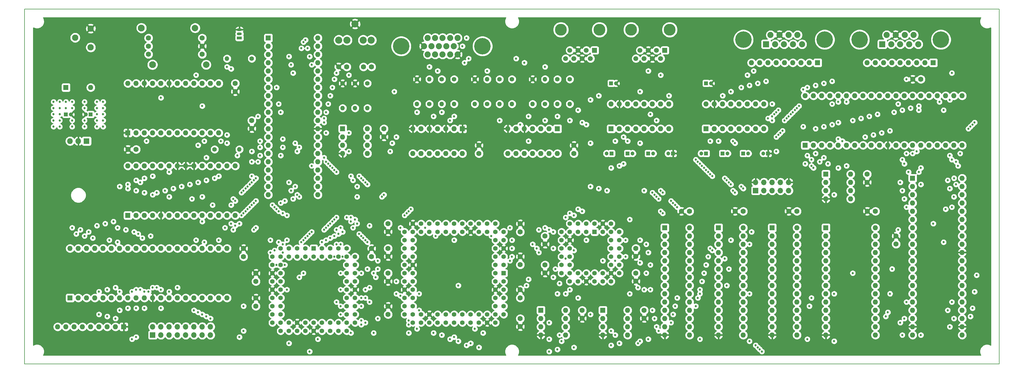
<source format=gbr>
%TF.GenerationSoftware,KiCad,Pcbnew,(5.1.9)-1*%
%TF.CreationDate,2021-09-01T00:43:13-05:00*%
%TF.ProjectId,z80,7a38302e-6b69-4636-9164-5f7063625858,A*%
%TF.SameCoordinates,Original*%
%TF.FileFunction,Copper,L3,Inr*%
%TF.FilePolarity,Positive*%
%FSLAX46Y46*%
G04 Gerber Fmt 4.6, Leading zero omitted, Abs format (unit mm)*
G04 Created by KiCad (PCBNEW (5.1.9)-1) date 2021-09-01 00:43:13*
%MOMM*%
%LPD*%
G01*
G04 APERTURE LIST*
%TA.AperFunction,Profile*%
%ADD10C,0.150000*%
%TD*%
%TA.AperFunction,ComponentPad*%
%ADD11O,1.600000X1.600000*%
%TD*%
%TA.AperFunction,ComponentPad*%
%ADD12R,1.600000X1.600000*%
%TD*%
%TA.AperFunction,WasherPad*%
%ADD13C,2.100000*%
%TD*%
%TA.AperFunction,ComponentPad*%
%ADD14C,1.600000*%
%TD*%
%TA.AperFunction,ComponentPad*%
%ADD15C,1.879600*%
%TD*%
%TA.AperFunction,ComponentPad*%
%ADD16C,5.080000*%
%TD*%
%TA.AperFunction,ComponentPad*%
%ADD17C,1.500000*%
%TD*%
%TA.AperFunction,ComponentPad*%
%ADD18R,1.500000X1.500000*%
%TD*%
%TA.AperFunction,WasherPad*%
%ADD19C,3.650000*%
%TD*%
%TA.AperFunction,ComponentPad*%
%ADD20R,1.879600X1.879600*%
%TD*%
%TA.AperFunction,ComponentPad*%
%ADD21C,2.181860*%
%TD*%
%TA.AperFunction,ComponentPad*%
%ADD22C,1.948180*%
%TD*%
%TA.AperFunction,ComponentPad*%
%ADD23C,1.400000*%
%TD*%
%TA.AperFunction,ComponentPad*%
%ADD24O,1.400000X1.400000*%
%TD*%
%TA.AperFunction,ComponentPad*%
%ADD25O,1.700000X1.700000*%
%TD*%
%TA.AperFunction,ComponentPad*%
%ADD26R,1.700000X1.700000*%
%TD*%
%TA.AperFunction,ComponentPad*%
%ADD27R,1.200000X1.200000*%
%TD*%
%TA.AperFunction,ComponentPad*%
%ADD28C,1.200000*%
%TD*%
%TA.AperFunction,ComponentPad*%
%ADD29C,1.397000*%
%TD*%
%TA.AperFunction,ComponentPad*%
%ADD30R,1.397000X1.397000*%
%TD*%
%TA.AperFunction,ComponentPad*%
%ADD31R,1.500000X0.900000*%
%TD*%
%TA.AperFunction,ComponentPad*%
%ADD32O,1.500000X0.900000*%
%TD*%
%TA.AperFunction,ComponentPad*%
%ADD33O,1.800000X1.800000*%
%TD*%
%TA.AperFunction,ComponentPad*%
%ADD34R,1.800000X1.800000*%
%TD*%
%TA.AperFunction,WasherPad*%
%ADD35C,2.000000*%
%TD*%
%TA.AperFunction,ViaPad*%
%ADD36C,0.685800*%
%TD*%
%TA.AperFunction,Conductor*%
%ADD37C,0.254000*%
%TD*%
%TA.AperFunction,Conductor*%
%ADD38C,0.100000*%
%TD*%
G04 APERTURE END LIST*
D10*
X17780000Y-43180000D02*
X17780000Y-152400000D01*
X317500000Y-152400000D02*
X317500000Y-43180000D01*
X17780000Y-152400000D02*
X317500000Y-152400000D01*
X317500000Y-43180000D02*
X17780000Y-43180000D01*
D11*
X227330000Y-72390000D03*
X245110000Y-80010000D03*
X229870000Y-72390000D03*
X242570000Y-80010000D03*
X232410000Y-72390000D03*
X240030000Y-80010000D03*
X234950000Y-72390000D03*
X237490000Y-80010000D03*
X237490000Y-72390000D03*
X234950000Y-80010000D03*
X240030000Y-72390000D03*
X232410000Y-80010000D03*
X242570000Y-72390000D03*
X229870000Y-80010000D03*
X245110000Y-72390000D03*
D12*
X227330000Y-80010000D03*
D11*
X198120000Y-72390000D03*
X215900000Y-80010000D03*
X200660000Y-72390000D03*
X213360000Y-80010000D03*
X203200000Y-72390000D03*
X210820000Y-80010000D03*
X205740000Y-72390000D03*
X208280000Y-80010000D03*
X208280000Y-72390000D03*
X205740000Y-80010000D03*
X210820000Y-72390000D03*
X203200000Y-80010000D03*
X213360000Y-72390000D03*
X200660000Y-80010000D03*
X215900000Y-72390000D03*
D12*
X198120000Y-80010000D03*
D11*
X31750000Y-116840000D03*
X80010000Y-132080000D03*
X34290000Y-116840000D03*
X77470000Y-132080000D03*
X36830000Y-116840000D03*
X74930000Y-132080000D03*
X39370000Y-116840000D03*
X72390000Y-132080000D03*
X41910000Y-116840000D03*
X69850000Y-132080000D03*
X44450000Y-116840000D03*
X67310000Y-132080000D03*
X46990000Y-116840000D03*
X64770000Y-132080000D03*
X49530000Y-116840000D03*
X62230000Y-132080000D03*
X52070000Y-116840000D03*
X59690000Y-132080000D03*
X54610000Y-116840000D03*
X57150000Y-132080000D03*
X57150000Y-116840000D03*
X54610000Y-132080000D03*
X59690000Y-116840000D03*
X52070000Y-132080000D03*
X62230000Y-116840000D03*
X49530000Y-132080000D03*
X64770000Y-116840000D03*
X46990000Y-132080000D03*
X67310000Y-116840000D03*
X44450000Y-132080000D03*
X69850000Y-116840000D03*
X41910000Y-132080000D03*
X72390000Y-116840000D03*
X39370000Y-132080000D03*
X74930000Y-116840000D03*
X36830000Y-132080000D03*
X77470000Y-116840000D03*
X34290000Y-132080000D03*
X80010000Y-116840000D03*
D12*
X31750000Y-132080000D03*
D11*
X27940000Y-140970000D03*
X30480000Y-140970000D03*
X33020000Y-140970000D03*
X35560000Y-140970000D03*
X38100000Y-140970000D03*
X40640000Y-140970000D03*
X43180000Y-140970000D03*
X45720000Y-140970000D03*
D12*
X48260000Y-140970000D03*
D11*
X276860000Y-59690000D03*
X279400000Y-59690000D03*
X281940000Y-59690000D03*
X284480000Y-59690000D03*
X287020000Y-59690000D03*
X289560000Y-59690000D03*
X292100000Y-59690000D03*
X294640000Y-59690000D03*
D12*
X297180000Y-59690000D03*
D11*
X241300000Y-59690000D03*
X243840000Y-59690000D03*
X246380000Y-59690000D03*
X248920000Y-59690000D03*
X251460000Y-59690000D03*
X254000000Y-59690000D03*
X256540000Y-59690000D03*
X259080000Y-59690000D03*
D12*
X261620000Y-59690000D03*
D13*
X57080000Y-60310000D03*
X53680000Y-49010000D03*
D14*
X55880000Y-52110000D03*
X55880000Y-54610000D03*
X55880000Y-57110000D03*
D15*
X141732000Y-57150000D03*
X144020540Y-57150000D03*
X146309080Y-57150000D03*
X148597620Y-57150000D03*
X150888700Y-57150000D03*
X140591540Y-54610000D03*
X142880080Y-54610000D03*
X145171160Y-54610000D03*
X147459700Y-54610000D03*
X149748240Y-54610000D03*
X141732000Y-52070000D03*
X144020540Y-52070000D03*
X146309080Y-52070000D03*
X148597620Y-52070000D03*
X150888700Y-52070000D03*
D16*
X133550660Y-54610000D03*
X158549340Y-54610000D03*
D17*
X205740000Y-58420000D03*
X207010000Y-55880000D03*
X208280000Y-58420000D03*
X209550000Y-55880000D03*
X210820000Y-58420000D03*
X212090000Y-55880000D03*
X213360000Y-58420000D03*
D18*
X214630000Y-55880000D03*
D19*
X216120000Y-49530000D03*
X204250000Y-49530000D03*
D15*
X256826740Y-54008160D03*
X254055600Y-54008160D03*
X251287000Y-54008160D03*
X248518400Y-54008160D03*
D20*
X245747260Y-54008160D03*
D15*
X255434820Y-51168440D03*
X252666220Y-51168440D03*
X249907780Y-51168440D03*
X247139180Y-51168440D03*
D16*
X238787660Y-52588300D03*
X263786340Y-52588300D03*
D21*
X124378720Y-52750720D03*
X121879360Y-52750720D03*
X119380000Y-47752000D03*
X114381280Y-52750720D03*
X116880640Y-52750720D03*
D22*
X38100000Y-49174400D03*
X33301940Y-51973480D03*
X38100000Y-54973220D03*
D16*
X299519340Y-52588300D03*
X274520660Y-52588300D03*
D15*
X282872180Y-51168440D03*
X285640780Y-51168440D03*
X288399220Y-51168440D03*
X291167820Y-51168440D03*
D20*
X281480260Y-54008160D03*
D15*
X284251400Y-54008160D03*
X287020000Y-54008160D03*
X289788600Y-54008160D03*
X292559740Y-54008160D03*
D19*
X182660000Y-49530000D03*
X194530000Y-49530000D03*
D18*
X193040000Y-55880000D03*
D17*
X191770000Y-58420000D03*
X190500000Y-55880000D03*
X189230000Y-58420000D03*
X187960000Y-55880000D03*
X186690000Y-58420000D03*
X185420000Y-55880000D03*
X184150000Y-58420000D03*
D12*
X195580000Y-135890000D03*
D11*
X203200000Y-143510000D03*
X195580000Y-138430000D03*
X203200000Y-140970000D03*
X195580000Y-140970000D03*
X203200000Y-138430000D03*
X195580000Y-143510000D03*
X203200000Y-135890000D03*
D12*
X264160000Y-93980000D03*
D11*
X271780000Y-101600000D03*
X264160000Y-96520000D03*
X271780000Y-99060000D03*
X264160000Y-99060000D03*
X271780000Y-96520000D03*
X264160000Y-101600000D03*
X271780000Y-93980000D03*
D23*
X76200000Y-86360000D03*
D24*
X83820000Y-86360000D03*
D12*
X115570000Y-80010000D03*
D11*
X123190000Y-87630000D03*
X115570000Y-82550000D03*
X123190000Y-85090000D03*
X115570000Y-85090000D03*
X123190000Y-82550000D03*
X115570000Y-87630000D03*
X123190000Y-80010000D03*
D12*
X176530000Y-135890000D03*
D11*
X184150000Y-143510000D03*
X176530000Y-138430000D03*
X184150000Y-140970000D03*
X176530000Y-140970000D03*
X184150000Y-138430000D03*
X176530000Y-143510000D03*
X184150000Y-135890000D03*
D23*
X115570000Y-66040000D03*
D24*
X115570000Y-73660000D03*
D23*
X87630000Y-58420000D03*
D24*
X80010000Y-58420000D03*
D23*
X185420000Y-64770000D03*
D24*
X185420000Y-72390000D03*
D23*
X181610000Y-64770000D03*
D24*
X181610000Y-72390000D03*
D12*
X30480000Y-67310000D03*
D11*
X38100000Y-67310000D03*
D23*
X167640000Y-64770000D03*
D24*
X167640000Y-72390000D03*
D23*
X163830000Y-64770000D03*
D24*
X163830000Y-72390000D03*
D23*
X149860000Y-64770000D03*
D24*
X149860000Y-72390000D03*
D23*
X146050000Y-64770000D03*
D24*
X146050000Y-72390000D03*
D23*
X177800000Y-72390000D03*
D24*
X177800000Y-64770000D03*
D23*
X160020000Y-72390000D03*
D24*
X160020000Y-64770000D03*
D12*
X152400000Y-80010000D03*
D11*
X137160000Y-87630000D03*
X149860000Y-80010000D03*
X139700000Y-87630000D03*
X147320000Y-80010000D03*
X142240000Y-87630000D03*
X144780000Y-80010000D03*
X144780000Y-87630000D03*
X142240000Y-80010000D03*
X147320000Y-87630000D03*
X139700000Y-80010000D03*
X149860000Y-87630000D03*
X137160000Y-80010000D03*
X152400000Y-87630000D03*
D23*
X142240000Y-72390000D03*
D24*
X142240000Y-64770000D03*
D14*
X279400000Y-105410000D03*
X276900000Y-105410000D03*
X222250000Y-105410000D03*
X219750000Y-105410000D03*
X238760000Y-105410000D03*
X236260000Y-105410000D03*
X255270000Y-105410000D03*
X252770000Y-105410000D03*
X285750000Y-115530000D03*
X285750000Y-113030000D03*
X87630000Y-77470000D03*
X87630000Y-79970000D03*
X52070000Y-86360000D03*
X49570000Y-86360000D03*
X82550000Y-66080000D03*
X82550000Y-68580000D03*
X293370000Y-64770000D03*
X290870000Y-64770000D03*
X85090000Y-119380000D03*
X85090000Y-116880000D03*
X157480000Y-87630000D03*
X157480000Y-85130000D03*
X186690000Y-87630000D03*
X186690000Y-85130000D03*
X208280000Y-135890000D03*
X208280000Y-138390000D03*
X276860000Y-94020000D03*
X276860000Y-96520000D03*
X128270000Y-80010000D03*
X128270000Y-82510000D03*
X189230000Y-135890000D03*
X189230000Y-138390000D03*
D23*
X173990000Y-64770000D03*
D24*
X173990000Y-72390000D03*
D23*
X156210000Y-64770000D03*
D24*
X156210000Y-72390000D03*
D23*
X138430000Y-64770000D03*
D24*
X138430000Y-72390000D03*
D14*
X129540000Y-137160000D03*
X129540000Y-134660000D03*
X170180000Y-111760000D03*
X170180000Y-109260000D03*
X129540000Y-127000000D03*
X129540000Y-124500000D03*
X170180000Y-138430000D03*
X170180000Y-140930000D03*
X170180000Y-129580000D03*
X170180000Y-132080000D03*
X170180000Y-119380000D03*
X170180000Y-121880000D03*
X129540000Y-111720000D03*
X129540000Y-109220000D03*
X129540000Y-116840000D03*
X129540000Y-119340000D03*
D25*
X252730000Y-96520000D03*
X252730000Y-99060000D03*
X250190000Y-96520000D03*
X250190000Y-99060000D03*
X247650000Y-96520000D03*
X247650000Y-99060000D03*
X245110000Y-96520000D03*
X245110000Y-99060000D03*
X242570000Y-96520000D03*
D26*
X242570000Y-99060000D03*
D14*
X177800000Y-115530000D03*
X177800000Y-113030000D03*
X205740000Y-119340000D03*
X205740000Y-116840000D03*
X205740000Y-124460000D03*
X205740000Y-126960000D03*
X177800000Y-121920000D03*
X177800000Y-124420000D03*
X88900000Y-132120000D03*
X88900000Y-134620000D03*
X88900000Y-124500000D03*
X88900000Y-127000000D03*
X124460000Y-119380000D03*
X124460000Y-116880000D03*
D27*
X217170000Y-87630000D03*
D28*
X215670000Y-87630000D03*
X204700000Y-87630000D03*
D27*
X203200000Y-87630000D03*
X209550000Y-87630000D03*
D28*
X211050000Y-87630000D03*
X196753000Y-87630000D03*
D27*
X198253000Y-87630000D03*
D28*
X199620000Y-66040000D03*
D27*
X198120000Y-66040000D03*
X38100000Y-75598000D03*
D28*
X36600000Y-75598000D03*
X31980000Y-75598000D03*
D27*
X30480000Y-75598000D03*
D11*
X279400000Y-110490000D03*
X264160000Y-143510000D03*
X279400000Y-113030000D03*
X264160000Y-140970000D03*
X279400000Y-115570000D03*
X264160000Y-138430000D03*
X279400000Y-118110000D03*
X264160000Y-135890000D03*
X279400000Y-120650000D03*
X264160000Y-133350000D03*
X279400000Y-123190000D03*
X264160000Y-130810000D03*
X279400000Y-125730000D03*
X264160000Y-128270000D03*
X279400000Y-128270000D03*
X264160000Y-125730000D03*
X279400000Y-130810000D03*
X264160000Y-123190000D03*
X279400000Y-133350000D03*
X264160000Y-120650000D03*
X279400000Y-135890000D03*
X264160000Y-118110000D03*
X279400000Y-138430000D03*
X264160000Y-115570000D03*
X279400000Y-140970000D03*
X264160000Y-113030000D03*
X279400000Y-143510000D03*
D12*
X264160000Y-110490000D03*
D29*
X193040000Y-109220000D03*
X195580000Y-111760000D03*
X195580000Y-109220000D03*
X198120000Y-111760000D03*
X198120000Y-109220000D03*
X200660000Y-111760000D03*
X198120000Y-114300000D03*
X200660000Y-114300000D03*
X198120000Y-116840000D03*
X200660000Y-116840000D03*
X198120000Y-119380000D03*
X200660000Y-119380000D03*
X198120000Y-121920000D03*
X200660000Y-121920000D03*
X198120000Y-124460000D03*
X200660000Y-124460000D03*
X198120000Y-127000000D03*
X195580000Y-124460000D03*
X195580000Y-127000000D03*
X193040000Y-124460000D03*
X193040000Y-127000000D03*
X190500000Y-124460000D03*
X190500000Y-127000000D03*
X187960000Y-124460000D03*
X187960000Y-127000000D03*
X185420000Y-124460000D03*
X185420000Y-127000000D03*
X182880000Y-124460000D03*
X185420000Y-121920000D03*
X182880000Y-121920000D03*
X185420000Y-119380000D03*
X182880000Y-119380000D03*
X185420000Y-116840000D03*
X182880000Y-116840000D03*
X185420000Y-114300000D03*
X182880000Y-114300000D03*
X185420000Y-111760000D03*
X182880000Y-111760000D03*
X185420000Y-109220000D03*
X187960000Y-111760000D03*
X187960000Y-109220000D03*
X190500000Y-111760000D03*
X190500000Y-109220000D03*
D30*
X193040000Y-111760000D03*
D11*
X222250000Y-110490000D03*
X214630000Y-143510000D03*
X222250000Y-113030000D03*
X214630000Y-140970000D03*
X222250000Y-115570000D03*
X214630000Y-138430000D03*
X222250000Y-118110000D03*
X214630000Y-135890000D03*
X222250000Y-120650000D03*
X214630000Y-133350000D03*
X222250000Y-123190000D03*
X214630000Y-130810000D03*
X222250000Y-125730000D03*
X214630000Y-128270000D03*
X222250000Y-128270000D03*
X214630000Y-125730000D03*
X222250000Y-130810000D03*
X214630000Y-123190000D03*
X222250000Y-133350000D03*
X214630000Y-120650000D03*
X222250000Y-135890000D03*
X214630000Y-118110000D03*
X222250000Y-138430000D03*
X214630000Y-115570000D03*
X222250000Y-140970000D03*
X214630000Y-113030000D03*
X222250000Y-143510000D03*
D12*
X214630000Y-110490000D03*
D11*
X107950000Y-52070000D03*
X92710000Y-100330000D03*
X107950000Y-54610000D03*
X92710000Y-97790000D03*
X107950000Y-57150000D03*
X92710000Y-95250000D03*
X107950000Y-59690000D03*
X92710000Y-92710000D03*
X107950000Y-62230000D03*
X92710000Y-90170000D03*
X107950000Y-64770000D03*
X92710000Y-87630000D03*
X107950000Y-67310000D03*
X92710000Y-85090000D03*
X107950000Y-69850000D03*
X92710000Y-82550000D03*
X107950000Y-72390000D03*
X92710000Y-80010000D03*
X107950000Y-74930000D03*
X92710000Y-77470000D03*
X107950000Y-77470000D03*
X92710000Y-74930000D03*
X107950000Y-80010000D03*
X92710000Y-72390000D03*
X107950000Y-82550000D03*
X92710000Y-69850000D03*
X107950000Y-85090000D03*
X92710000Y-67310000D03*
X107950000Y-87630000D03*
X92710000Y-64770000D03*
X107950000Y-90170000D03*
X92710000Y-62230000D03*
X107950000Y-92710000D03*
X92710000Y-59690000D03*
X107950000Y-95250000D03*
X92710000Y-57150000D03*
X107950000Y-97790000D03*
X92710000Y-54610000D03*
X107950000Y-100330000D03*
D12*
X92710000Y-52070000D03*
D11*
X238760000Y-110490000D03*
X231140000Y-143510000D03*
X238760000Y-113030000D03*
X231140000Y-140970000D03*
X238760000Y-115570000D03*
X231140000Y-138430000D03*
X238760000Y-118110000D03*
X231140000Y-135890000D03*
X238760000Y-120650000D03*
X231140000Y-133350000D03*
X238760000Y-123190000D03*
X231140000Y-130810000D03*
X238760000Y-125730000D03*
X231140000Y-128270000D03*
X238760000Y-128270000D03*
X231140000Y-125730000D03*
X238760000Y-130810000D03*
X231140000Y-123190000D03*
X238760000Y-133350000D03*
X231140000Y-120650000D03*
X238760000Y-135890000D03*
X231140000Y-118110000D03*
X238760000Y-138430000D03*
X231140000Y-115570000D03*
X238760000Y-140970000D03*
X231140000Y-113030000D03*
X238760000Y-143510000D03*
D12*
X231140000Y-110490000D03*
X247650000Y-110490000D03*
D11*
X255270000Y-143510000D03*
X247650000Y-113030000D03*
X255270000Y-140970000D03*
X247650000Y-115570000D03*
X255270000Y-138430000D03*
X247650000Y-118110000D03*
X255270000Y-135890000D03*
X247650000Y-120650000D03*
X255270000Y-133350000D03*
X247650000Y-123190000D03*
X255270000Y-130810000D03*
X247650000Y-125730000D03*
X255270000Y-128270000D03*
X247650000Y-128270000D03*
X255270000Y-125730000D03*
X247650000Y-130810000D03*
X255270000Y-123190000D03*
X247650000Y-133350000D03*
X255270000Y-120650000D03*
X247650000Y-135890000D03*
X255270000Y-118110000D03*
X247650000Y-138430000D03*
X255270000Y-115570000D03*
X247650000Y-140970000D03*
X255270000Y-113030000D03*
X247650000Y-143510000D03*
X255270000Y-110490000D03*
X49530000Y-66040000D03*
X77470000Y-81280000D03*
X52070000Y-66040000D03*
X74930000Y-81280000D03*
X54610000Y-66040000D03*
X72390000Y-81280000D03*
X57150000Y-66040000D03*
X69850000Y-81280000D03*
X59690000Y-66040000D03*
X67310000Y-81280000D03*
X62230000Y-66040000D03*
X64770000Y-81280000D03*
X64770000Y-66040000D03*
X62230000Y-81280000D03*
X67310000Y-66040000D03*
X59690000Y-81280000D03*
X69850000Y-66040000D03*
X57150000Y-81280000D03*
X72390000Y-66040000D03*
X54610000Y-81280000D03*
X74930000Y-66040000D03*
X52070000Y-81280000D03*
X77470000Y-66040000D03*
D12*
X49530000Y-81280000D03*
D31*
X83820000Y-52070000D03*
D32*
X83820000Y-49530000D03*
X83820000Y-50800000D03*
D12*
X257810000Y-85090000D03*
D11*
X306070000Y-69850000D03*
X260350000Y-85090000D03*
X303530000Y-69850000D03*
X262890000Y-85090000D03*
X300990000Y-69850000D03*
X265430000Y-85090000D03*
X298450000Y-69850000D03*
X267970000Y-85090000D03*
X295910000Y-69850000D03*
X270510000Y-85090000D03*
X293370000Y-69850000D03*
X273050000Y-85090000D03*
X290830000Y-69850000D03*
X275590000Y-85090000D03*
X288290000Y-69850000D03*
X278130000Y-85090000D03*
X285750000Y-69850000D03*
X280670000Y-85090000D03*
X283210000Y-69850000D03*
X283210000Y-85090000D03*
X280670000Y-69850000D03*
X285750000Y-85090000D03*
X278130000Y-69850000D03*
X288290000Y-85090000D03*
X275590000Y-69850000D03*
X290830000Y-85090000D03*
X273050000Y-69850000D03*
X293370000Y-85090000D03*
X270510000Y-69850000D03*
X295910000Y-85090000D03*
X267970000Y-69850000D03*
X298450000Y-85090000D03*
X265430000Y-69850000D03*
X300990000Y-85090000D03*
X262890000Y-69850000D03*
X303530000Y-85090000D03*
X260350000Y-69850000D03*
X306070000Y-85090000D03*
X257810000Y-69850000D03*
X306070000Y-95232500D03*
X290830000Y-143492500D03*
X306070000Y-97772500D03*
X290830000Y-140952500D03*
X306070000Y-100312500D03*
X290830000Y-138412500D03*
X306070000Y-102852500D03*
X290830000Y-135872500D03*
X306070000Y-105392500D03*
X290830000Y-133332500D03*
X306070000Y-107932500D03*
X290830000Y-130792500D03*
X306070000Y-110472500D03*
X290830000Y-128252500D03*
X306070000Y-113012500D03*
X290830000Y-125712500D03*
X306070000Y-115552500D03*
X290830000Y-123172500D03*
X306070000Y-118092500D03*
X290830000Y-120632500D03*
X306070000Y-120632500D03*
X290830000Y-118092500D03*
X306070000Y-123172500D03*
X290830000Y-115552500D03*
X306070000Y-125712500D03*
X290830000Y-113012500D03*
X306070000Y-128252500D03*
X290830000Y-110472500D03*
X306070000Y-130792500D03*
X290830000Y-107932500D03*
X306070000Y-133332500D03*
X290830000Y-105392500D03*
X306070000Y-135872500D03*
X290830000Y-102852500D03*
X306070000Y-138412500D03*
X290830000Y-100312500D03*
X306070000Y-140952500D03*
X290830000Y-97772500D03*
X306070000Y-143492500D03*
D12*
X290830000Y-95232500D03*
D33*
X31750000Y-83820000D03*
X34290000Y-83820000D03*
D34*
X36830000Y-83820000D03*
D29*
X109220000Y-119380000D03*
X109220000Y-116840000D03*
X111760000Y-119380000D03*
X111760000Y-116840000D03*
X114300000Y-119380000D03*
X114300000Y-116840000D03*
X116840000Y-119380000D03*
X116840000Y-116840000D03*
X119380000Y-119380000D03*
X116840000Y-121920000D03*
X119380000Y-121920000D03*
X116840000Y-124460000D03*
X119380000Y-124460000D03*
X116840000Y-127000000D03*
X119380000Y-127000000D03*
X116840000Y-129540000D03*
X119380000Y-129540000D03*
X116840000Y-132080000D03*
X119380000Y-132080000D03*
X116840000Y-134620000D03*
X119380000Y-134620000D03*
X116840000Y-137160000D03*
X119380000Y-137160000D03*
X116840000Y-139700000D03*
X119380000Y-139700000D03*
X116840000Y-142240000D03*
X114300000Y-139700000D03*
X114300000Y-142240000D03*
X111760000Y-139700000D03*
X111760000Y-142240000D03*
X109220000Y-139700000D03*
X109220000Y-142240000D03*
X106680000Y-139700000D03*
X106680000Y-142240000D03*
X104140000Y-139700000D03*
X104140000Y-142240000D03*
X101600000Y-139700000D03*
X101600000Y-142240000D03*
X99060000Y-139700000D03*
X99060000Y-142240000D03*
X96520000Y-139700000D03*
X96520000Y-142240000D03*
X93980000Y-139700000D03*
X96520000Y-137160000D03*
X93980000Y-137160000D03*
X96520000Y-134620000D03*
X93980000Y-134620000D03*
X96520000Y-132080000D03*
X93980000Y-132080000D03*
X96520000Y-129540000D03*
X93980000Y-129540000D03*
X96520000Y-127000000D03*
X93980000Y-127000000D03*
X96520000Y-124460000D03*
X93980000Y-124460000D03*
X96520000Y-121920000D03*
X93980000Y-121920000D03*
X96520000Y-119380000D03*
X93980000Y-119380000D03*
X96520000Y-116840000D03*
X99060000Y-119380000D03*
X99060000Y-116840000D03*
X101600000Y-119380000D03*
X101600000Y-116840000D03*
X104140000Y-119380000D03*
X104140000Y-116840000D03*
X106680000Y-119380000D03*
D30*
X106680000Y-116840000D03*
D11*
X181610000Y-87630000D03*
X166370000Y-80010000D03*
X179070000Y-87630000D03*
X168910000Y-80010000D03*
X176530000Y-87630000D03*
X171450000Y-80010000D03*
X173990000Y-87630000D03*
X173990000Y-80010000D03*
X171450000Y-87630000D03*
X176530000Y-80010000D03*
X168910000Y-87630000D03*
X179070000Y-80010000D03*
X166370000Y-87630000D03*
D12*
X181610000Y-80010000D03*
X49530000Y-106680000D03*
D11*
X82550000Y-91440000D03*
X52070000Y-106680000D03*
X80010000Y-91440000D03*
X54610000Y-106680000D03*
X77470000Y-91440000D03*
X57150000Y-106680000D03*
X74930000Y-91440000D03*
X59690000Y-106680000D03*
X72390000Y-91440000D03*
X62230000Y-106680000D03*
X69850000Y-91440000D03*
X64770000Y-106680000D03*
X67310000Y-91440000D03*
X67310000Y-106680000D03*
X64770000Y-91440000D03*
X69850000Y-106680000D03*
X62230000Y-91440000D03*
X72390000Y-106680000D03*
X59690000Y-91440000D03*
X74930000Y-106680000D03*
X57150000Y-91440000D03*
X77470000Y-106680000D03*
X54610000Y-91440000D03*
X80010000Y-106680000D03*
X52070000Y-91440000D03*
X82550000Y-106680000D03*
X49530000Y-91440000D03*
D29*
X162560000Y-127000000D03*
X165100000Y-127000000D03*
X162560000Y-129540000D03*
X165100000Y-129540000D03*
X162560000Y-132080000D03*
X165100000Y-132080000D03*
X162560000Y-134620000D03*
X165100000Y-134620000D03*
X162560000Y-137160000D03*
X165100000Y-137160000D03*
X162560000Y-139700000D03*
X160020000Y-137160000D03*
X160020000Y-139700000D03*
X157480000Y-137160000D03*
X157480000Y-139700000D03*
X154940000Y-137160000D03*
X154940000Y-139700000D03*
X152400000Y-137160000D03*
X152400000Y-139700000D03*
X149860000Y-137160000D03*
X149860000Y-139700000D03*
X147320000Y-137160000D03*
X147320000Y-139700000D03*
X144780000Y-137160000D03*
X144780000Y-139700000D03*
X142240000Y-137160000D03*
X142240000Y-139700000D03*
X139700000Y-137160000D03*
X139700000Y-139700000D03*
X137160000Y-137160000D03*
X137160000Y-139700000D03*
X134620000Y-137160000D03*
X137160000Y-134620000D03*
X134620000Y-134620000D03*
X137160000Y-132080000D03*
X134620000Y-132080000D03*
X137160000Y-129540000D03*
X134620000Y-129540000D03*
X137160000Y-127000000D03*
X134620000Y-127000000D03*
X137160000Y-124460000D03*
X134620000Y-124460000D03*
X137160000Y-121920000D03*
X134620000Y-121920000D03*
X137160000Y-119380000D03*
X134620000Y-119380000D03*
X137160000Y-116840000D03*
X134620000Y-116840000D03*
X137160000Y-114300000D03*
X134620000Y-114300000D03*
X137160000Y-111760000D03*
X134620000Y-111760000D03*
X137160000Y-109220000D03*
X139700000Y-111760000D03*
X139700000Y-109220000D03*
X142240000Y-111760000D03*
X142240000Y-109220000D03*
X144780000Y-111760000D03*
X144780000Y-109220000D03*
X147320000Y-111760000D03*
X147320000Y-109220000D03*
X149860000Y-111760000D03*
X149860000Y-109220000D03*
X152400000Y-111760000D03*
X152400000Y-109220000D03*
X154940000Y-111760000D03*
X154940000Y-109220000D03*
X157480000Y-111760000D03*
X157480000Y-109220000D03*
X160020000Y-111760000D03*
X160020000Y-109220000D03*
X162560000Y-111760000D03*
X162560000Y-109220000D03*
X165100000Y-111760000D03*
X162560000Y-114300000D03*
X165100000Y-114300000D03*
X162560000Y-116840000D03*
X165100000Y-116840000D03*
X162560000Y-119380000D03*
X165100000Y-119380000D03*
X162560000Y-121920000D03*
X165100000Y-121920000D03*
X162560000Y-124460000D03*
D30*
X165100000Y-124460000D03*
D27*
X246380000Y-87630000D03*
D28*
X244880000Y-87630000D03*
X233910000Y-87630000D03*
D27*
X232410000Y-87630000D03*
X238760000Y-87630000D03*
D28*
X240260000Y-87630000D03*
X225830000Y-87630000D03*
D27*
X227330000Y-87630000D03*
D28*
X228830000Y-66040000D03*
D27*
X227330000Y-66040000D03*
D25*
X74930000Y-140970000D03*
X74930000Y-143510000D03*
X72390000Y-140970000D03*
X72390000Y-143510000D03*
X69850000Y-140970000D03*
X69850000Y-143510000D03*
X67310000Y-140970000D03*
X67310000Y-143510000D03*
X64770000Y-140970000D03*
X64770000Y-143510000D03*
X62230000Y-140970000D03*
X62230000Y-143510000D03*
X59690000Y-140970000D03*
X59690000Y-143510000D03*
X57150000Y-140970000D03*
D26*
X57150000Y-143510000D03*
D14*
X116840000Y-60960000D03*
X114340000Y-60960000D03*
X121960000Y-60960000D03*
X124460000Y-60960000D03*
D24*
X123190000Y-73660000D03*
D23*
X123190000Y-66040000D03*
X119380000Y-66040000D03*
D24*
X119380000Y-73660000D03*
D14*
X72390000Y-57110000D03*
X72390000Y-54610000D03*
X72390000Y-52110000D03*
D35*
X70190000Y-49010000D03*
X73590000Y-60310000D03*
D36*
X293370000Y-143510000D03*
X117475000Y-86995000D03*
X69215000Y-101600000D03*
X81915000Y-101600000D03*
X90170000Y-88265000D03*
X83185000Y-88265000D03*
X117475000Y-63500000D03*
X117475000Y-81280000D03*
X257175000Y-67945000D03*
X201930000Y-82550000D03*
X257175000Y-79375000D03*
X26670000Y-71755000D03*
X26670000Y-73660000D03*
X26670000Y-75565000D03*
X26670000Y-77470000D03*
X32385000Y-73660000D03*
X36195000Y-73660000D03*
X40005000Y-79375000D03*
X32385000Y-79375000D03*
X36195000Y-77470000D03*
X32385000Y-77470000D03*
X36195000Y-79375000D03*
X28575000Y-77470000D03*
X28575000Y-75565000D03*
X28575000Y-73660000D03*
X28575000Y-71755000D03*
X30480000Y-71755000D03*
X30480000Y-73660000D03*
X26670000Y-79375000D03*
X28575000Y-79375000D03*
X40005000Y-77470000D03*
X40005000Y-75565000D03*
X40005000Y-73660000D03*
X40005000Y-71755000D03*
X41910000Y-71755000D03*
X41910000Y-73660000D03*
X41910000Y-75565000D03*
X41910000Y-77470000D03*
X41910000Y-79375000D03*
X32385000Y-71755000D03*
X36195000Y-71755000D03*
X272415000Y-124460000D03*
X292735000Y-74295000D03*
X300355000Y-74295000D03*
X77470000Y-94615000D03*
X87630000Y-94615000D03*
X87630000Y-86995000D03*
X87630000Y-90170000D03*
X89535000Y-90170000D03*
X89535000Y-76200000D03*
X247650000Y-77470000D03*
X248920000Y-86995000D03*
X292100000Y-86995000D03*
X210185000Y-75565000D03*
X212090000Y-77470000D03*
X90170000Y-85725000D03*
X78105000Y-83820000D03*
X90170000Y-83820000D03*
X70485000Y-63500000D03*
X257810000Y-90805000D03*
X258445000Y-144780000D03*
X103505000Y-53340000D03*
X110490000Y-114300000D03*
X122555000Y-96520000D03*
X103505000Y-114300000D03*
X122555000Y-114300000D03*
X234315000Y-96520000D03*
X234315000Y-123190000D03*
X186690000Y-106680000D03*
X134620000Y-106680000D03*
X127635000Y-100965000D03*
X120015000Y-100965000D03*
X120015000Y-97790000D03*
X102870000Y-55245000D03*
X109220000Y-114935000D03*
X123190000Y-97155000D03*
X102870000Y-114935000D03*
X123190000Y-114935000D03*
X234950000Y-97155000D03*
X234950000Y-114300000D03*
X44450000Y-116840000D03*
X300355000Y-114935000D03*
X299085000Y-71755000D03*
X62230000Y-100965000D03*
X45085000Y-108585000D03*
X185420000Y-106045000D03*
X135255000Y-106045000D03*
X128270000Y-100330000D03*
X213995000Y-106045000D03*
X213995000Y-99695000D03*
X270510000Y-71755000D03*
X269240000Y-83820000D03*
X236220000Y-84455000D03*
X236220000Y-99695000D03*
X118110000Y-94615000D03*
X118110000Y-107315000D03*
X184150000Y-107315000D03*
X184150000Y-120015000D03*
X303530000Y-138430000D03*
X304165000Y-90170000D03*
X262255000Y-90170000D03*
X303530000Y-100965000D03*
X95250000Y-104775000D03*
X216535000Y-102235000D03*
X216535000Y-139700000D03*
X86360000Y-104775000D03*
X86360000Y-97790000D03*
X49530000Y-98425000D03*
X66040000Y-97790000D03*
X48895000Y-111125000D03*
X34925000Y-111125000D03*
X95250000Y-67310000D03*
X286385000Y-111125000D03*
X286385000Y-72390000D03*
X102235000Y-85725000D03*
X102235000Y-100965000D03*
X82550000Y-102235000D03*
X40005000Y-109855000D03*
X109855000Y-76835000D03*
X246380000Y-76835000D03*
X247650000Y-72390000D03*
X266065000Y-72390000D03*
X82550000Y-109855000D03*
X287655000Y-99060000D03*
X287655000Y-143510000D03*
X259715000Y-89535000D03*
X94615000Y-117475000D03*
X94615000Y-104140000D03*
X212725000Y-142240000D03*
X212725000Y-101600000D03*
X86995000Y-104140000D03*
X86995000Y-97155000D03*
X68580000Y-97155000D03*
X49530000Y-97155000D03*
X46990000Y-97790000D03*
X46355000Y-110490000D03*
X32385000Y-110490000D03*
X287655000Y-89535000D03*
X288290000Y-101600000D03*
X288290000Y-138430000D03*
X288290000Y-90805000D03*
X264795000Y-90805000D03*
X95885000Y-114935000D03*
X97155000Y-118110000D03*
X95885000Y-105410000D03*
X217170000Y-102870000D03*
X217170000Y-137160000D03*
X85725000Y-105410000D03*
X85725000Y-98425000D03*
X52070000Y-99060000D03*
X63500000Y-98425000D03*
X51435000Y-111760000D03*
X37465000Y-111760000D03*
X95885000Y-72390000D03*
X302895000Y-133350000D03*
X302895000Y-104140000D03*
X263525000Y-88900000D03*
X97790000Y-121920000D03*
X97155000Y-115570000D03*
X97155000Y-106045000D03*
X217805000Y-103505000D03*
X217805000Y-134620000D03*
X85090000Y-106045000D03*
X85090000Y-99060000D03*
X54610000Y-99695000D03*
X60960000Y-99060000D03*
X38735000Y-113665000D03*
X53975000Y-113665000D03*
X302895000Y-89535000D03*
X96520000Y-74930000D03*
X304800000Y-91440000D03*
X259715000Y-91440000D03*
X259080000Y-134620000D03*
X270510000Y-91440000D03*
X109855000Y-78105000D03*
X113030000Y-119380000D03*
X113665000Y-115570000D03*
X224155000Y-89535000D03*
X109855000Y-111125000D03*
X113665000Y-111125000D03*
X224155000Y-134620000D03*
X73025000Y-114935000D03*
X46355000Y-114935000D03*
X55245000Y-83820000D03*
X73025000Y-83820000D03*
X73660000Y-88900000D03*
X109855000Y-88900000D03*
X304165000Y-97155000D03*
X293370000Y-92075000D03*
X293370000Y-97155000D03*
X260350000Y-92075000D03*
X259715000Y-132080000D03*
X267970000Y-92075000D03*
X115570000Y-119380000D03*
X110490000Y-90170000D03*
X114935000Y-115570000D03*
X224790000Y-90170000D03*
X110490000Y-110490000D03*
X114935000Y-110490000D03*
X224790000Y-132080000D03*
X70485000Y-114300000D03*
X43815000Y-114300000D03*
X71120000Y-85090000D03*
X110490000Y-81280000D03*
X80010000Y-84455000D03*
X80010000Y-81915000D03*
X110490000Y-74930000D03*
X302260000Y-140970000D03*
X258445000Y-88265000D03*
X302260000Y-88265000D03*
X302260000Y-98425000D03*
X93980000Y-103505000D03*
X212090000Y-140970000D03*
X212090000Y-100965000D03*
X87630000Y-103505000D03*
X87630000Y-96520000D03*
X52070000Y-95885000D03*
X71120000Y-96520000D03*
X33655000Y-112395000D03*
X53340000Y-96520000D03*
X52705000Y-112395000D03*
X111125000Y-90805000D03*
X201930000Y-90805000D03*
X225425000Y-90805000D03*
X123190000Y-123190000D03*
X111125000Y-109855000D03*
X123825000Y-109855000D03*
X225425000Y-129540000D03*
X111125000Y-72390000D03*
X288925000Y-104140000D03*
X288925000Y-133350000D03*
X260985000Y-87630000D03*
X95250000Y-121920000D03*
X93345000Y-118110000D03*
X93345000Y-114300000D03*
X98425000Y-114300000D03*
X97155000Y-83185000D03*
X98425000Y-106680000D03*
X218440000Y-104140000D03*
X218440000Y-132080000D03*
X84455000Y-106680000D03*
X84455000Y-99695000D03*
X57150000Y-100330000D03*
X58420000Y-99695000D03*
X36195000Y-113030000D03*
X56515000Y-113030000D03*
X288925000Y-87630000D03*
X111760000Y-91440000D03*
X200660000Y-91440000D03*
X226060000Y-91440000D03*
X111760000Y-109220000D03*
X120015000Y-109220000D03*
X226060000Y-127000000D03*
X111760000Y-69850000D03*
X301625000Y-135890000D03*
X303547500Y-95232500D03*
X301625000Y-95885000D03*
X97155000Y-85725000D03*
X97790000Y-102235000D03*
X210820000Y-99695000D03*
X210820000Y-135890000D03*
X88900000Y-102235000D03*
X88900000Y-95250000D03*
X57150000Y-94615000D03*
X76200000Y-95250000D03*
X79375000Y-110490000D03*
X88900000Y-110490000D03*
X287020000Y-96520000D03*
X287020000Y-139700000D03*
X305435000Y-87630000D03*
X96520000Y-88265000D03*
X96520000Y-102870000D03*
X211455000Y-100330000D03*
X211455000Y-138430000D03*
X88265000Y-102870000D03*
X88265000Y-95885000D03*
X54610000Y-95250000D03*
X73660000Y-95885000D03*
X81915000Y-111125000D03*
X88265000Y-111125000D03*
X290830000Y-87630000D03*
X113030000Y-92710000D03*
X227330000Y-92710000D03*
X113030000Y-107950000D03*
X119380000Y-107950000D03*
X227330000Y-121920000D03*
X113030000Y-64770000D03*
X113665000Y-62865000D03*
X113665000Y-93345000D03*
X227965000Y-93345000D03*
X113665000Y-107315000D03*
X116840000Y-107315000D03*
X227965000Y-119380000D03*
X106045000Y-60325000D03*
X228600000Y-93980000D03*
X106045000Y-111760000D03*
X115570000Y-111760000D03*
X228600000Y-116840000D03*
X106045000Y-91440000D03*
X105410000Y-57785000D03*
X120650000Y-94615000D03*
X120650000Y-112395000D03*
X229235000Y-94615000D03*
X105410000Y-112395000D03*
X114300000Y-112395000D03*
X229235000Y-117475000D03*
X187960000Y-104775000D03*
X136525000Y-104775000D03*
X100965000Y-97790000D03*
X100965000Y-84455000D03*
X130810000Y-84455000D03*
X104775000Y-55245000D03*
X113030000Y-113030000D03*
X121285000Y-95250000D03*
X104775000Y-113030000D03*
X121285000Y-113030000D03*
X233045000Y-95250000D03*
X233045000Y-120015000D03*
X300990000Y-104775000D03*
X302260000Y-71120000D03*
X267970000Y-71755000D03*
X72390000Y-108585000D03*
X42545000Y-109220000D03*
X72390000Y-100965000D03*
X189230000Y-105410000D03*
X135890000Y-105410000D03*
X101600000Y-100330000D03*
X101600000Y-86995000D03*
X130175000Y-86995000D03*
X213360000Y-105410000D03*
X213360000Y-99060000D03*
X267970000Y-83185000D03*
X235585000Y-83820000D03*
X235585000Y-99060000D03*
X104140000Y-52705000D03*
X111760000Y-113665000D03*
X121920000Y-95885000D03*
X104140000Y-113665000D03*
X121920000Y-113665000D03*
X233680000Y-95885000D03*
X233680000Y-128270000D03*
X258445000Y-67310000D03*
X238125000Y-67310000D03*
X260985000Y-80010000D03*
X307975000Y-80010000D03*
X308610000Y-137795000D03*
X309245000Y-135255000D03*
X260985000Y-66675000D03*
X240665000Y-66675000D03*
X263525000Y-79375000D03*
X308610000Y-79375000D03*
X263525000Y-66040000D03*
X243205000Y-66040000D03*
X266065000Y-78740000D03*
X309245000Y-78740000D03*
X309880000Y-130175000D03*
X266065000Y-65405000D03*
X245745000Y-65405000D03*
X267970000Y-78105000D03*
X309880000Y-78105000D03*
X310515000Y-125095000D03*
X284497500Y-123172500D03*
X283845000Y-80645000D03*
X250825000Y-80645000D03*
X249555000Y-74295000D03*
X283862500Y-130792500D03*
X281305000Y-81280000D03*
X250190000Y-81280000D03*
X248920000Y-74930000D03*
X184150000Y-130810000D03*
X203835000Y-130810000D03*
X203835000Y-107950000D03*
X283210000Y-136525000D03*
X278765000Y-81915000D03*
X249555000Y-81915000D03*
X248285000Y-75565000D03*
X282575000Y-137795000D03*
X276225000Y-82550000D03*
X248920000Y-82550000D03*
X247650000Y-76200000D03*
X182880000Y-145415000D03*
X81280000Y-109220000D03*
X83820000Y-109220000D03*
X83820000Y-144145000D03*
X102235000Y-125730000D03*
X125730000Y-125730000D03*
X126365000Y-123190000D03*
X180340000Y-125730000D03*
X208915000Y-124460000D03*
X208915000Y-115570000D03*
X180340000Y-116840000D03*
X103505000Y-124460000D03*
X114935000Y-124460000D03*
X121285000Y-124460000D03*
X125095000Y-124460000D03*
X126365000Y-120650000D03*
X180975000Y-123190000D03*
X172085000Y-128270000D03*
X170180000Y-78740000D03*
X172720000Y-126365000D03*
X172720000Y-83820000D03*
X132080000Y-82550000D03*
X131445000Y-68580000D03*
X206375000Y-128905000D03*
X206375000Y-146050000D03*
X266700000Y-130810000D03*
X266700000Y-145415000D03*
X105410000Y-148590000D03*
X200660000Y-146050000D03*
X210185000Y-121920000D03*
X210185000Y-129540000D03*
X225425000Y-130810000D03*
X225425000Y-144780000D03*
X209550000Y-118110000D03*
X209550000Y-144780000D03*
X202565000Y-119380000D03*
X207010000Y-121285000D03*
X207010000Y-145415000D03*
X240665000Y-130810000D03*
X240665000Y-145415000D03*
X195580000Y-120650000D03*
X199390000Y-120650000D03*
X199390000Y-143510000D03*
X182245000Y-127635000D03*
X182245000Y-143510000D03*
X181610000Y-76200000D03*
X172720000Y-76200000D03*
X99060000Y-57785000D03*
X99060000Y-96520000D03*
X191770000Y-97790000D03*
X240665000Y-115570000D03*
X238125000Y-97790000D03*
X99695000Y-60325000D03*
X99695000Y-99060000D03*
X194310000Y-98425000D03*
X241300000Y-111760000D03*
X238760000Y-98425000D03*
X100330000Y-62865000D03*
X100330000Y-101600000D03*
X196850000Y-99060000D03*
X62230000Y-93345000D03*
X118745000Y-110490000D03*
X133350000Y-110490000D03*
X118745000Y-95885000D03*
X59690000Y-70485000D03*
X191770000Y-71120000D03*
X191770000Y-84455000D03*
X207010000Y-84455000D03*
X202565000Y-114300000D03*
X207010000Y-114300000D03*
X132080000Y-130810000D03*
X132080000Y-127000000D03*
X123825000Y-133350000D03*
X123825000Y-128905000D03*
X114935000Y-134620000D03*
X121285000Y-132080000D03*
X133350000Y-131445000D03*
X113665000Y-133350000D03*
X122555000Y-132080000D03*
X98425000Y-129540000D03*
X114935000Y-129540000D03*
X122555000Y-129540000D03*
X114935000Y-137160000D03*
X121285000Y-134620000D03*
X157480000Y-147320000D03*
X99060000Y-146050000D03*
X153670000Y-146685000D03*
X154940000Y-146050000D03*
X151130000Y-145415000D03*
X148590000Y-144780000D03*
X149860000Y-144145000D03*
X146050000Y-143510000D03*
X121285000Y-140335000D03*
X135890000Y-140335000D03*
X135890000Y-142875000D03*
X143510000Y-142875000D03*
X138430000Y-141605000D03*
X126365000Y-138430000D03*
X122555000Y-139700000D03*
X177800000Y-110490000D03*
X167005000Y-110490000D03*
X167005000Y-120650000D03*
X167640000Y-119380000D03*
X167640000Y-116840000D03*
X175260000Y-116840000D03*
X194310000Y-69850000D03*
X190500000Y-78740000D03*
X189230000Y-78105000D03*
X187960000Y-74295000D03*
X163830000Y-77470000D03*
X148590000Y-77470000D03*
X143510000Y-76200000D03*
X149860000Y-76200000D03*
X160020000Y-62230000D03*
X144780000Y-62230000D03*
X152400000Y-54610000D03*
X171450000Y-59690000D03*
X153035000Y-59690000D03*
X153654760Y-52070000D03*
X168910000Y-58420000D03*
X154305000Y-58420000D03*
X177800000Y-60960000D03*
X142240000Y-60960000D03*
X185420000Y-77470000D03*
X177800000Y-77470000D03*
X185420000Y-129540000D03*
X208280000Y-129540000D03*
X208280000Y-99060000D03*
X266700000Y-100330000D03*
X140970000Y-110490000D03*
X144145000Y-113030000D03*
X161290000Y-113030000D03*
X149860000Y-114300000D03*
X167640000Y-114300000D03*
X173990000Y-115570000D03*
X179070000Y-111125000D03*
X175895000Y-111125000D03*
X175895000Y-118110000D03*
X292735000Y-73025000D03*
X255905000Y-73025000D03*
X290195000Y-73660000D03*
X255270000Y-73660000D03*
X287655000Y-74295000D03*
X254635000Y-74295000D03*
X285115000Y-74930000D03*
X254000000Y-74930000D03*
X280035000Y-75565000D03*
X253365000Y-75565000D03*
X277495000Y-76200000D03*
X252730000Y-76200000D03*
X274955000Y-76835000D03*
X252095000Y-76835000D03*
X272415000Y-77470000D03*
X251460000Y-77470000D03*
X244475000Y-148590000D03*
X179070000Y-144780000D03*
X179070000Y-148590000D03*
X158750000Y-142875000D03*
X243840000Y-147955000D03*
X181610000Y-147955000D03*
X181610000Y-130810000D03*
X151130000Y-128270000D03*
X243205000Y-147320000D03*
X186690000Y-117475000D03*
X186690000Y-147320000D03*
X242570000Y-146685000D03*
X198120000Y-146685000D03*
X198120000Y-142240000D03*
X180340000Y-111760000D03*
X179070000Y-139700000D03*
X156210000Y-141605000D03*
X199390000Y-83820000D03*
X203200000Y-83820000D03*
X138430000Y-74930000D03*
X146050000Y-74930000D03*
X297180000Y-109220000D03*
X75565000Y-103505000D03*
X81280000Y-103505000D03*
X81280000Y-61595000D03*
X288925000Y-64770000D03*
X289560000Y-93345000D03*
X292735000Y-93345000D03*
X228600000Y-83820000D03*
X231140000Y-83820000D03*
X234950000Y-68580000D03*
X207010000Y-68580000D03*
X209550000Y-62230000D03*
X241935000Y-62230000D03*
X240030000Y-63500000D03*
X213360000Y-63500000D03*
X232410000Y-69850000D03*
X215900000Y-69850000D03*
X112395000Y-92075000D03*
X198120000Y-92075000D03*
X226695000Y-92075000D03*
X112395000Y-108585000D03*
X118110000Y-108585000D03*
X226695000Y-124460000D03*
X112395000Y-67310000D03*
X40640000Y-137160000D03*
X40640000Y-130175000D03*
X46990000Y-130175000D03*
X50800000Y-144780000D03*
X43180000Y-137795000D03*
X43180000Y-129540000D03*
X52070000Y-129540000D03*
X52070000Y-144145000D03*
X50800000Y-130175000D03*
X54610000Y-130175000D03*
X45720000Y-138430000D03*
X45720000Y-128905000D03*
X57150000Y-128905000D03*
X53340000Y-129540000D03*
X59690000Y-129540000D03*
X55880000Y-130175000D03*
X62230000Y-130175000D03*
X58420000Y-128905000D03*
X64770000Y-128905000D03*
X74930000Y-138430000D03*
X46990000Y-135890000D03*
X73660000Y-137795000D03*
X49530000Y-135255000D03*
X72390000Y-137160000D03*
X52070000Y-135255000D03*
X71120000Y-136525000D03*
X54610000Y-135255000D03*
X69850000Y-135890000D03*
X59690000Y-135255000D03*
X72390000Y-73025000D03*
X121285000Y-139065000D03*
X135890000Y-139065000D03*
X139065000Y-135890000D03*
X190500000Y-114300000D03*
X191770000Y-137160000D03*
X85090000Y-134620000D03*
X85090000Y-142240000D03*
X118110000Y-142875000D03*
X125095000Y-142875000D03*
X187960000Y-132080000D03*
X139065000Y-130810000D03*
X107950000Y-144780000D03*
X77470000Y-114300000D03*
X80010000Y-60960000D03*
X302895000Y-62865000D03*
D37*
X165659369Y-45931331D02*
X165490890Y-46338075D01*
X165405000Y-46769872D01*
X165405000Y-47210128D01*
X165490890Y-47641925D01*
X165659369Y-48048669D01*
X165903962Y-48414729D01*
X166215271Y-48726038D01*
X166581331Y-48970631D01*
X166988075Y-49139110D01*
X167419872Y-49225000D01*
X167860128Y-49225000D01*
X168291925Y-49139110D01*
X168698669Y-48970631D01*
X169064729Y-48726038D01*
X169376038Y-48414729D01*
X169620631Y-48048669D01*
X169789110Y-47641925D01*
X169875000Y-47210128D01*
X169875000Y-46769872D01*
X169789110Y-46338075D01*
X169620631Y-45931331D01*
X169564283Y-45847000D01*
X311765717Y-45847000D01*
X311709369Y-45931331D01*
X311540890Y-46338075D01*
X311455000Y-46769872D01*
X311455000Y-47210128D01*
X311540890Y-47641925D01*
X311709369Y-48048669D01*
X311953962Y-48414729D01*
X312265271Y-48726038D01*
X312631331Y-48970631D01*
X313038075Y-49139110D01*
X313469872Y-49225000D01*
X313910128Y-49225000D01*
X314341925Y-49139110D01*
X314748669Y-48970631D01*
X314833000Y-48914283D01*
X314833000Y-146665717D01*
X314748669Y-146609369D01*
X314341925Y-146440890D01*
X313910128Y-146355000D01*
X313469872Y-146355000D01*
X313038075Y-146440890D01*
X312631331Y-146609369D01*
X312265271Y-146853962D01*
X311953962Y-147165271D01*
X311709369Y-147531331D01*
X311540890Y-147938075D01*
X311455000Y-148369872D01*
X311455000Y-148810128D01*
X311540890Y-149241925D01*
X311709369Y-149648669D01*
X311765717Y-149733000D01*
X169564283Y-149733000D01*
X169620631Y-149648669D01*
X169789110Y-149241925D01*
X169875000Y-148810128D01*
X169875000Y-148493685D01*
X178092100Y-148493685D01*
X178092100Y-148686315D01*
X178129680Y-148875243D01*
X178203396Y-149053210D01*
X178310415Y-149213375D01*
X178446625Y-149349585D01*
X178606790Y-149456604D01*
X178784757Y-149530320D01*
X178973685Y-149567900D01*
X179166315Y-149567900D01*
X179355243Y-149530320D01*
X179533210Y-149456604D01*
X179693375Y-149349585D01*
X179829585Y-149213375D01*
X179936604Y-149053210D01*
X180010320Y-148875243D01*
X180047900Y-148686315D01*
X180047900Y-148493685D01*
X180010320Y-148304757D01*
X179936604Y-148126790D01*
X179829585Y-147966625D01*
X179721645Y-147858685D01*
X180632100Y-147858685D01*
X180632100Y-148051315D01*
X180669680Y-148240243D01*
X180743396Y-148418210D01*
X180850415Y-148578375D01*
X180986625Y-148714585D01*
X181146790Y-148821604D01*
X181324757Y-148895320D01*
X181513685Y-148932900D01*
X181706315Y-148932900D01*
X181895243Y-148895320D01*
X182073210Y-148821604D01*
X182233375Y-148714585D01*
X182369585Y-148578375D01*
X182476604Y-148418210D01*
X182550320Y-148240243D01*
X182587900Y-148051315D01*
X182587900Y-147858685D01*
X182550320Y-147669757D01*
X182476604Y-147491790D01*
X182369585Y-147331625D01*
X182261645Y-147223685D01*
X185712100Y-147223685D01*
X185712100Y-147416315D01*
X185749680Y-147605243D01*
X185823396Y-147783210D01*
X185930415Y-147943375D01*
X186066625Y-148079585D01*
X186226790Y-148186604D01*
X186404757Y-148260320D01*
X186593685Y-148297900D01*
X186786315Y-148297900D01*
X186975243Y-148260320D01*
X187153210Y-148186604D01*
X187313375Y-148079585D01*
X187449585Y-147943375D01*
X187556604Y-147783210D01*
X187630320Y-147605243D01*
X187667900Y-147416315D01*
X187667900Y-147223685D01*
X187630320Y-147034757D01*
X187556604Y-146856790D01*
X187449585Y-146696625D01*
X187341645Y-146588685D01*
X197142100Y-146588685D01*
X197142100Y-146781315D01*
X197179680Y-146970243D01*
X197253396Y-147148210D01*
X197360415Y-147308375D01*
X197496625Y-147444585D01*
X197656790Y-147551604D01*
X197834757Y-147625320D01*
X198023685Y-147662900D01*
X198216315Y-147662900D01*
X198405243Y-147625320D01*
X198583210Y-147551604D01*
X198743375Y-147444585D01*
X198879585Y-147308375D01*
X198986604Y-147148210D01*
X199060320Y-146970243D01*
X199097900Y-146781315D01*
X199097900Y-146588685D01*
X199060320Y-146399757D01*
X198986604Y-146221790D01*
X198879585Y-146061625D01*
X198771645Y-145953685D01*
X199682100Y-145953685D01*
X199682100Y-146146315D01*
X199719680Y-146335243D01*
X199793396Y-146513210D01*
X199900415Y-146673375D01*
X200036625Y-146809585D01*
X200196790Y-146916604D01*
X200374757Y-146990320D01*
X200563685Y-147027900D01*
X200756315Y-147027900D01*
X200945243Y-146990320D01*
X201123210Y-146916604D01*
X201283375Y-146809585D01*
X201419585Y-146673375D01*
X201526604Y-146513210D01*
X201600320Y-146335243D01*
X201637900Y-146146315D01*
X201637900Y-145953685D01*
X205397100Y-145953685D01*
X205397100Y-146146315D01*
X205434680Y-146335243D01*
X205508396Y-146513210D01*
X205615415Y-146673375D01*
X205751625Y-146809585D01*
X205911790Y-146916604D01*
X206089757Y-146990320D01*
X206278685Y-147027900D01*
X206471315Y-147027900D01*
X206660243Y-146990320D01*
X206838210Y-146916604D01*
X206998375Y-146809585D01*
X207134585Y-146673375D01*
X207191173Y-146588685D01*
X241592100Y-146588685D01*
X241592100Y-146781315D01*
X241629680Y-146970243D01*
X241703396Y-147148210D01*
X241810415Y-147308375D01*
X241946625Y-147444585D01*
X242106790Y-147551604D01*
X242270560Y-147619440D01*
X242338396Y-147783210D01*
X242445415Y-147943375D01*
X242581625Y-148079585D01*
X242741790Y-148186604D01*
X242905560Y-148254440D01*
X242973396Y-148418210D01*
X243080415Y-148578375D01*
X243216625Y-148714585D01*
X243376790Y-148821604D01*
X243540560Y-148889440D01*
X243608396Y-149053210D01*
X243715415Y-149213375D01*
X243851625Y-149349585D01*
X244011790Y-149456604D01*
X244189757Y-149530320D01*
X244378685Y-149567900D01*
X244571315Y-149567900D01*
X244760243Y-149530320D01*
X244938210Y-149456604D01*
X245098375Y-149349585D01*
X245234585Y-149213375D01*
X245341604Y-149053210D01*
X245415320Y-148875243D01*
X245452900Y-148686315D01*
X245452900Y-148493685D01*
X245415320Y-148304757D01*
X245341604Y-148126790D01*
X245234585Y-147966625D01*
X245098375Y-147830415D01*
X244938210Y-147723396D01*
X244774440Y-147655560D01*
X244706604Y-147491790D01*
X244599585Y-147331625D01*
X244463375Y-147195415D01*
X244303210Y-147088396D01*
X244139440Y-147020560D01*
X244071604Y-146856790D01*
X243964585Y-146696625D01*
X243828375Y-146560415D01*
X243668210Y-146453396D01*
X243504440Y-146385560D01*
X243436604Y-146221790D01*
X243329585Y-146061625D01*
X243193375Y-145925415D01*
X243033210Y-145818396D01*
X242855243Y-145744680D01*
X242666315Y-145707100D01*
X242473685Y-145707100D01*
X242284757Y-145744680D01*
X242106790Y-145818396D01*
X241946625Y-145925415D01*
X241810415Y-146061625D01*
X241703396Y-146221790D01*
X241629680Y-146399757D01*
X241592100Y-146588685D01*
X207191173Y-146588685D01*
X207241604Y-146513210D01*
X207309440Y-146349440D01*
X207473210Y-146281604D01*
X207633375Y-146174585D01*
X207769585Y-146038375D01*
X207876604Y-145878210D01*
X207950320Y-145700243D01*
X207987900Y-145511315D01*
X207987900Y-145318685D01*
X207950320Y-145129757D01*
X207876604Y-144951790D01*
X207769585Y-144791625D01*
X207661645Y-144683685D01*
X208572100Y-144683685D01*
X208572100Y-144876315D01*
X208609680Y-145065243D01*
X208683396Y-145243210D01*
X208790415Y-145403375D01*
X208926625Y-145539585D01*
X209086790Y-145646604D01*
X209264757Y-145720320D01*
X209453685Y-145757900D01*
X209646315Y-145757900D01*
X209835243Y-145720320D01*
X210013210Y-145646604D01*
X210173375Y-145539585D01*
X210309585Y-145403375D01*
X210416604Y-145243210D01*
X210490320Y-145065243D01*
X210527900Y-144876315D01*
X210527900Y-144683685D01*
X210490320Y-144494757D01*
X210416604Y-144316790D01*
X210309585Y-144156625D01*
X210173375Y-144020415D01*
X210013210Y-143913396D01*
X209881980Y-143859039D01*
X213238096Y-143859039D01*
X213278754Y-143993087D01*
X213398963Y-144247420D01*
X213566481Y-144473414D01*
X213774869Y-144662385D01*
X214016119Y-144807070D01*
X214280960Y-144901909D01*
X214503000Y-144780624D01*
X214503000Y-143637000D01*
X214757000Y-143637000D01*
X214757000Y-144780624D01*
X214979040Y-144901909D01*
X215243881Y-144807070D01*
X215485131Y-144662385D01*
X215693519Y-144473414D01*
X215861037Y-144247420D01*
X215981246Y-143993087D01*
X216021904Y-143859039D01*
X215899915Y-143637000D01*
X214757000Y-143637000D01*
X214503000Y-143637000D01*
X213360085Y-143637000D01*
X213238096Y-143859039D01*
X209881980Y-143859039D01*
X209835243Y-143839680D01*
X209646315Y-143802100D01*
X209453685Y-143802100D01*
X209264757Y-143839680D01*
X209086790Y-143913396D01*
X208926625Y-144020415D01*
X208790415Y-144156625D01*
X208683396Y-144316790D01*
X208609680Y-144494757D01*
X208572100Y-144683685D01*
X207661645Y-144683685D01*
X207633375Y-144655415D01*
X207473210Y-144548396D01*
X207295243Y-144474680D01*
X207106315Y-144437100D01*
X206913685Y-144437100D01*
X206724757Y-144474680D01*
X206546790Y-144548396D01*
X206386625Y-144655415D01*
X206250415Y-144791625D01*
X206143396Y-144951790D01*
X206075560Y-145115560D01*
X205911790Y-145183396D01*
X205751625Y-145290415D01*
X205615415Y-145426625D01*
X205508396Y-145586790D01*
X205434680Y-145764757D01*
X205397100Y-145953685D01*
X201637900Y-145953685D01*
X201600320Y-145764757D01*
X201526604Y-145586790D01*
X201419585Y-145426625D01*
X201283375Y-145290415D01*
X201123210Y-145183396D01*
X200945243Y-145109680D01*
X200756315Y-145072100D01*
X200563685Y-145072100D01*
X200374757Y-145109680D01*
X200196790Y-145183396D01*
X200036625Y-145290415D01*
X199900415Y-145426625D01*
X199793396Y-145586790D01*
X199719680Y-145764757D01*
X199682100Y-145953685D01*
X198771645Y-145953685D01*
X198743375Y-145925415D01*
X198583210Y-145818396D01*
X198405243Y-145744680D01*
X198216315Y-145707100D01*
X198023685Y-145707100D01*
X197834757Y-145744680D01*
X197656790Y-145818396D01*
X197496625Y-145925415D01*
X197360415Y-146061625D01*
X197253396Y-146221790D01*
X197179680Y-146399757D01*
X197142100Y-146588685D01*
X187341645Y-146588685D01*
X187313375Y-146560415D01*
X187153210Y-146453396D01*
X186975243Y-146379680D01*
X186786315Y-146342100D01*
X186593685Y-146342100D01*
X186404757Y-146379680D01*
X186226790Y-146453396D01*
X186066625Y-146560415D01*
X185930415Y-146696625D01*
X185823396Y-146856790D01*
X185749680Y-147034757D01*
X185712100Y-147223685D01*
X182261645Y-147223685D01*
X182233375Y-147195415D01*
X182073210Y-147088396D01*
X181895243Y-147014680D01*
X181706315Y-146977100D01*
X181513685Y-146977100D01*
X181324757Y-147014680D01*
X181146790Y-147088396D01*
X180986625Y-147195415D01*
X180850415Y-147331625D01*
X180743396Y-147491790D01*
X180669680Y-147669757D01*
X180632100Y-147858685D01*
X179721645Y-147858685D01*
X179693375Y-147830415D01*
X179533210Y-147723396D01*
X179355243Y-147649680D01*
X179166315Y-147612100D01*
X178973685Y-147612100D01*
X178784757Y-147649680D01*
X178606790Y-147723396D01*
X178446625Y-147830415D01*
X178310415Y-147966625D01*
X178203396Y-148126790D01*
X178129680Y-148304757D01*
X178092100Y-148493685D01*
X169875000Y-148493685D01*
X169875000Y-148369872D01*
X169789110Y-147938075D01*
X169620631Y-147531331D01*
X169376038Y-147165271D01*
X169064729Y-146853962D01*
X168698669Y-146609369D01*
X168291925Y-146440890D01*
X167860128Y-146355000D01*
X167419872Y-146355000D01*
X166988075Y-146440890D01*
X166581331Y-146609369D01*
X166215271Y-146853962D01*
X165903962Y-147165271D01*
X165659369Y-147531331D01*
X165490890Y-147938075D01*
X165405000Y-148369872D01*
X165405000Y-148810128D01*
X165490890Y-149241925D01*
X165659369Y-149648669D01*
X165715717Y-149733000D01*
X23514283Y-149733000D01*
X23570631Y-149648669D01*
X23739110Y-149241925D01*
X23825000Y-148810128D01*
X23825000Y-148493685D01*
X104432100Y-148493685D01*
X104432100Y-148686315D01*
X104469680Y-148875243D01*
X104543396Y-149053210D01*
X104650415Y-149213375D01*
X104786625Y-149349585D01*
X104946790Y-149456604D01*
X105124757Y-149530320D01*
X105313685Y-149567900D01*
X105506315Y-149567900D01*
X105695243Y-149530320D01*
X105873210Y-149456604D01*
X106033375Y-149349585D01*
X106169585Y-149213375D01*
X106276604Y-149053210D01*
X106350320Y-148875243D01*
X106387900Y-148686315D01*
X106387900Y-148493685D01*
X106350320Y-148304757D01*
X106276604Y-148126790D01*
X106169585Y-147966625D01*
X106033375Y-147830415D01*
X105873210Y-147723396D01*
X105695243Y-147649680D01*
X105506315Y-147612100D01*
X105313685Y-147612100D01*
X105124757Y-147649680D01*
X104946790Y-147723396D01*
X104786625Y-147830415D01*
X104650415Y-147966625D01*
X104543396Y-148126790D01*
X104469680Y-148304757D01*
X104432100Y-148493685D01*
X23825000Y-148493685D01*
X23825000Y-148369872D01*
X23739110Y-147938075D01*
X23570631Y-147531331D01*
X23326038Y-147165271D01*
X23014729Y-146853962D01*
X22648669Y-146609369D01*
X22241925Y-146440890D01*
X21810128Y-146355000D01*
X21369872Y-146355000D01*
X20938075Y-146440890D01*
X20531331Y-146609369D01*
X20447000Y-146665717D01*
X20447000Y-145953685D01*
X98082100Y-145953685D01*
X98082100Y-146146315D01*
X98119680Y-146335243D01*
X98193396Y-146513210D01*
X98300415Y-146673375D01*
X98436625Y-146809585D01*
X98596790Y-146916604D01*
X98774757Y-146990320D01*
X98963685Y-147027900D01*
X99156315Y-147027900D01*
X99345243Y-146990320D01*
X99523210Y-146916604D01*
X99683375Y-146809585D01*
X99819585Y-146673375D01*
X99876173Y-146588685D01*
X152692100Y-146588685D01*
X152692100Y-146781315D01*
X152729680Y-146970243D01*
X152803396Y-147148210D01*
X152910415Y-147308375D01*
X153046625Y-147444585D01*
X153206790Y-147551604D01*
X153384757Y-147625320D01*
X153573685Y-147662900D01*
X153766315Y-147662900D01*
X153955243Y-147625320D01*
X154133210Y-147551604D01*
X154293375Y-147444585D01*
X154429585Y-147308375D01*
X154486173Y-147223685D01*
X156502100Y-147223685D01*
X156502100Y-147416315D01*
X156539680Y-147605243D01*
X156613396Y-147783210D01*
X156720415Y-147943375D01*
X156856625Y-148079585D01*
X157016790Y-148186604D01*
X157194757Y-148260320D01*
X157383685Y-148297900D01*
X157576315Y-148297900D01*
X157765243Y-148260320D01*
X157943210Y-148186604D01*
X158103375Y-148079585D01*
X158239585Y-147943375D01*
X158346604Y-147783210D01*
X158420320Y-147605243D01*
X158457900Y-147416315D01*
X158457900Y-147223685D01*
X158420320Y-147034757D01*
X158346604Y-146856790D01*
X158239585Y-146696625D01*
X158103375Y-146560415D01*
X157943210Y-146453396D01*
X157765243Y-146379680D01*
X157576315Y-146342100D01*
X157383685Y-146342100D01*
X157194757Y-146379680D01*
X157016790Y-146453396D01*
X156856625Y-146560415D01*
X156720415Y-146696625D01*
X156613396Y-146856790D01*
X156539680Y-147034757D01*
X156502100Y-147223685D01*
X154486173Y-147223685D01*
X154536604Y-147148210D01*
X154609729Y-146971669D01*
X154654757Y-146990320D01*
X154843685Y-147027900D01*
X155036315Y-147027900D01*
X155225243Y-146990320D01*
X155403210Y-146916604D01*
X155563375Y-146809585D01*
X155699585Y-146673375D01*
X155806604Y-146513210D01*
X155880320Y-146335243D01*
X155917900Y-146146315D01*
X155917900Y-145953685D01*
X155880320Y-145764757D01*
X155806604Y-145586790D01*
X155699585Y-145426625D01*
X155563375Y-145290415D01*
X155403210Y-145183396D01*
X155225243Y-145109680D01*
X155036315Y-145072100D01*
X154843685Y-145072100D01*
X154654757Y-145109680D01*
X154476790Y-145183396D01*
X154316625Y-145290415D01*
X154180415Y-145426625D01*
X154073396Y-145586790D01*
X154000271Y-145763331D01*
X153955243Y-145744680D01*
X153766315Y-145707100D01*
X153573685Y-145707100D01*
X153384757Y-145744680D01*
X153206790Y-145818396D01*
X153046625Y-145925415D01*
X152910415Y-146061625D01*
X152803396Y-146221790D01*
X152729680Y-146399757D01*
X152692100Y-146588685D01*
X99876173Y-146588685D01*
X99926604Y-146513210D01*
X100000320Y-146335243D01*
X100037900Y-146146315D01*
X100037900Y-145953685D01*
X100000320Y-145764757D01*
X99926604Y-145586790D01*
X99819585Y-145426625D01*
X99683375Y-145290415D01*
X99523210Y-145183396D01*
X99345243Y-145109680D01*
X99156315Y-145072100D01*
X98963685Y-145072100D01*
X98774757Y-145109680D01*
X98596790Y-145183396D01*
X98436625Y-145290415D01*
X98300415Y-145426625D01*
X98193396Y-145586790D01*
X98119680Y-145764757D01*
X98082100Y-145953685D01*
X20447000Y-145953685D01*
X20447000Y-144683685D01*
X49822100Y-144683685D01*
X49822100Y-144876315D01*
X49859680Y-145065243D01*
X49933396Y-145243210D01*
X50040415Y-145403375D01*
X50176625Y-145539585D01*
X50336790Y-145646604D01*
X50514757Y-145720320D01*
X50703685Y-145757900D01*
X50896315Y-145757900D01*
X51085243Y-145720320D01*
X51263210Y-145646604D01*
X51423375Y-145539585D01*
X51559585Y-145403375D01*
X51666604Y-145243210D01*
X51739729Y-145066669D01*
X51784757Y-145085320D01*
X51973685Y-145122900D01*
X52166315Y-145122900D01*
X52355243Y-145085320D01*
X52533210Y-145011604D01*
X52693375Y-144904585D01*
X52829585Y-144768375D01*
X52936604Y-144608210D01*
X53010320Y-144430243D01*
X53047900Y-144241315D01*
X53047900Y-144048685D01*
X53010320Y-143859757D01*
X52936604Y-143681790D01*
X52829585Y-143521625D01*
X52693375Y-143385415D01*
X52533210Y-143278396D01*
X52355243Y-143204680D01*
X52166315Y-143167100D01*
X51973685Y-143167100D01*
X51784757Y-143204680D01*
X51606790Y-143278396D01*
X51446625Y-143385415D01*
X51310415Y-143521625D01*
X51203396Y-143681790D01*
X51130271Y-143858331D01*
X51085243Y-143839680D01*
X50896315Y-143802100D01*
X50703685Y-143802100D01*
X50514757Y-143839680D01*
X50336790Y-143913396D01*
X50176625Y-144020415D01*
X50040415Y-144156625D01*
X49933396Y-144316790D01*
X49859680Y-144494757D01*
X49822100Y-144683685D01*
X20447000Y-144683685D01*
X20447000Y-142660000D01*
X55661928Y-142660000D01*
X55661928Y-144360000D01*
X55674188Y-144484482D01*
X55710498Y-144604180D01*
X55769463Y-144714494D01*
X55848815Y-144811185D01*
X55945506Y-144890537D01*
X56055820Y-144949502D01*
X56175518Y-144985812D01*
X56300000Y-144998072D01*
X58000000Y-144998072D01*
X58124482Y-144985812D01*
X58244180Y-144949502D01*
X58354494Y-144890537D01*
X58451185Y-144811185D01*
X58530537Y-144714494D01*
X58589502Y-144604180D01*
X58611513Y-144531620D01*
X58743368Y-144663475D01*
X58986589Y-144825990D01*
X59256842Y-144937932D01*
X59543740Y-144995000D01*
X59836260Y-144995000D01*
X60123158Y-144937932D01*
X60393411Y-144825990D01*
X60636632Y-144663475D01*
X60843475Y-144456632D01*
X60960000Y-144282240D01*
X61076525Y-144456632D01*
X61283368Y-144663475D01*
X61526589Y-144825990D01*
X61796842Y-144937932D01*
X62083740Y-144995000D01*
X62376260Y-144995000D01*
X62663158Y-144937932D01*
X62933411Y-144825990D01*
X63176632Y-144663475D01*
X63383475Y-144456632D01*
X63500000Y-144282240D01*
X63616525Y-144456632D01*
X63823368Y-144663475D01*
X64066589Y-144825990D01*
X64336842Y-144937932D01*
X64623740Y-144995000D01*
X64916260Y-144995000D01*
X65203158Y-144937932D01*
X65473411Y-144825990D01*
X65716632Y-144663475D01*
X65923475Y-144456632D01*
X66040000Y-144282240D01*
X66156525Y-144456632D01*
X66363368Y-144663475D01*
X66606589Y-144825990D01*
X66876842Y-144937932D01*
X67163740Y-144995000D01*
X67456260Y-144995000D01*
X67743158Y-144937932D01*
X68013411Y-144825990D01*
X68256632Y-144663475D01*
X68463475Y-144456632D01*
X68580000Y-144282240D01*
X68696525Y-144456632D01*
X68903368Y-144663475D01*
X69146589Y-144825990D01*
X69416842Y-144937932D01*
X69703740Y-144995000D01*
X69996260Y-144995000D01*
X70283158Y-144937932D01*
X70553411Y-144825990D01*
X70796632Y-144663475D01*
X71003475Y-144456632D01*
X71120000Y-144282240D01*
X71236525Y-144456632D01*
X71443368Y-144663475D01*
X71686589Y-144825990D01*
X71956842Y-144937932D01*
X72243740Y-144995000D01*
X72536260Y-144995000D01*
X72823158Y-144937932D01*
X73093411Y-144825990D01*
X73336632Y-144663475D01*
X73543475Y-144456632D01*
X73660000Y-144282240D01*
X73776525Y-144456632D01*
X73983368Y-144663475D01*
X74226589Y-144825990D01*
X74496842Y-144937932D01*
X74783740Y-144995000D01*
X75076260Y-144995000D01*
X75363158Y-144937932D01*
X75633411Y-144825990D01*
X75876632Y-144663475D01*
X76083475Y-144456632D01*
X76245990Y-144213411D01*
X76314221Y-144048685D01*
X82842100Y-144048685D01*
X82842100Y-144241315D01*
X82879680Y-144430243D01*
X82953396Y-144608210D01*
X83060415Y-144768375D01*
X83196625Y-144904585D01*
X83356790Y-145011604D01*
X83534757Y-145085320D01*
X83723685Y-145122900D01*
X83916315Y-145122900D01*
X84105243Y-145085320D01*
X84283210Y-145011604D01*
X84443375Y-144904585D01*
X84579585Y-144768375D01*
X84636173Y-144683685D01*
X106972100Y-144683685D01*
X106972100Y-144876315D01*
X107009680Y-145065243D01*
X107083396Y-145243210D01*
X107190415Y-145403375D01*
X107326625Y-145539585D01*
X107486790Y-145646604D01*
X107664757Y-145720320D01*
X107853685Y-145757900D01*
X108046315Y-145757900D01*
X108235243Y-145720320D01*
X108413210Y-145646604D01*
X108573375Y-145539585D01*
X108709585Y-145403375D01*
X108816604Y-145243210D01*
X108890320Y-145065243D01*
X108927900Y-144876315D01*
X108927900Y-144683685D01*
X147612100Y-144683685D01*
X147612100Y-144876315D01*
X147649680Y-145065243D01*
X147723396Y-145243210D01*
X147830415Y-145403375D01*
X147966625Y-145539585D01*
X148126790Y-145646604D01*
X148304757Y-145720320D01*
X148493685Y-145757900D01*
X148686315Y-145757900D01*
X148875243Y-145720320D01*
X149053210Y-145646604D01*
X149213375Y-145539585D01*
X149349585Y-145403375D01*
X149456604Y-145243210D01*
X149529729Y-145066669D01*
X149574757Y-145085320D01*
X149763685Y-145122900D01*
X149956315Y-145122900D01*
X150145243Y-145085320D01*
X150221101Y-145053899D01*
X150189680Y-145129757D01*
X150152100Y-145318685D01*
X150152100Y-145511315D01*
X150189680Y-145700243D01*
X150263396Y-145878210D01*
X150370415Y-146038375D01*
X150506625Y-146174585D01*
X150666790Y-146281604D01*
X150844757Y-146355320D01*
X151033685Y-146392900D01*
X151226315Y-146392900D01*
X151415243Y-146355320D01*
X151593210Y-146281604D01*
X151753375Y-146174585D01*
X151889585Y-146038375D01*
X151996604Y-145878210D01*
X152070320Y-145700243D01*
X152107900Y-145511315D01*
X152107900Y-145318685D01*
X152070320Y-145129757D01*
X151996604Y-144951790D01*
X151889585Y-144791625D01*
X151753375Y-144655415D01*
X151593210Y-144548396D01*
X151415243Y-144474680D01*
X151226315Y-144437100D01*
X151033685Y-144437100D01*
X150844757Y-144474680D01*
X150768899Y-144506101D01*
X150800320Y-144430243D01*
X150837900Y-144241315D01*
X150837900Y-144048685D01*
X150800320Y-143859757D01*
X150800023Y-143859039D01*
X175138096Y-143859039D01*
X175178754Y-143993087D01*
X175298963Y-144247420D01*
X175466481Y-144473414D01*
X175674869Y-144662385D01*
X175916119Y-144807070D01*
X176180960Y-144901909D01*
X176403000Y-144780624D01*
X176403000Y-143637000D01*
X176657000Y-143637000D01*
X176657000Y-144780624D01*
X176879040Y-144901909D01*
X177143881Y-144807070D01*
X177349615Y-144683685D01*
X178092100Y-144683685D01*
X178092100Y-144876315D01*
X178129680Y-145065243D01*
X178203396Y-145243210D01*
X178310415Y-145403375D01*
X178446625Y-145539585D01*
X178606790Y-145646604D01*
X178784757Y-145720320D01*
X178973685Y-145757900D01*
X179166315Y-145757900D01*
X179355243Y-145720320D01*
X179533210Y-145646604D01*
X179693375Y-145539585D01*
X179829585Y-145403375D01*
X179936604Y-145243210D01*
X180010320Y-145065243D01*
X180047900Y-144876315D01*
X180047900Y-144683685D01*
X180010320Y-144494757D01*
X179936604Y-144316790D01*
X179829585Y-144156625D01*
X179693375Y-144020415D01*
X179533210Y-143913396D01*
X179355243Y-143839680D01*
X179166315Y-143802100D01*
X178973685Y-143802100D01*
X178784757Y-143839680D01*
X178606790Y-143913396D01*
X178446625Y-144020415D01*
X178310415Y-144156625D01*
X178203396Y-144316790D01*
X178129680Y-144494757D01*
X178092100Y-144683685D01*
X177349615Y-144683685D01*
X177385131Y-144662385D01*
X177593519Y-144473414D01*
X177761037Y-144247420D01*
X177881246Y-143993087D01*
X177921904Y-143859039D01*
X177799915Y-143637000D01*
X176657000Y-143637000D01*
X176403000Y-143637000D01*
X175260085Y-143637000D01*
X175138096Y-143859039D01*
X150800023Y-143859039D01*
X150726604Y-143681790D01*
X150619585Y-143521625D01*
X150483375Y-143385415D01*
X150323210Y-143278396D01*
X150145243Y-143204680D01*
X149956315Y-143167100D01*
X149763685Y-143167100D01*
X149574757Y-143204680D01*
X149396790Y-143278396D01*
X149236625Y-143385415D01*
X149100415Y-143521625D01*
X148993396Y-143681790D01*
X148920271Y-143858331D01*
X148875243Y-143839680D01*
X148686315Y-143802100D01*
X148493685Y-143802100D01*
X148304757Y-143839680D01*
X148126790Y-143913396D01*
X147966625Y-144020415D01*
X147830415Y-144156625D01*
X147723396Y-144316790D01*
X147649680Y-144494757D01*
X147612100Y-144683685D01*
X108927900Y-144683685D01*
X108890320Y-144494757D01*
X108816604Y-144316790D01*
X108709585Y-144156625D01*
X108573375Y-144020415D01*
X108413210Y-143913396D01*
X108235243Y-143839680D01*
X108046315Y-143802100D01*
X107853685Y-143802100D01*
X107664757Y-143839680D01*
X107486790Y-143913396D01*
X107326625Y-144020415D01*
X107190415Y-144156625D01*
X107083396Y-144316790D01*
X107009680Y-144494757D01*
X106972100Y-144683685D01*
X84636173Y-144683685D01*
X84686604Y-144608210D01*
X84760320Y-144430243D01*
X84797900Y-144241315D01*
X84797900Y-144048685D01*
X84760320Y-143859757D01*
X84686604Y-143681790D01*
X84579585Y-143521625D01*
X84443375Y-143385415D01*
X84283210Y-143278396D01*
X84105243Y-143204680D01*
X83916315Y-143167100D01*
X83723685Y-143167100D01*
X83534757Y-143204680D01*
X83356790Y-143278396D01*
X83196625Y-143385415D01*
X83060415Y-143521625D01*
X82953396Y-143681790D01*
X82879680Y-143859757D01*
X82842100Y-144048685D01*
X76314221Y-144048685D01*
X76357932Y-143943158D01*
X76415000Y-143656260D01*
X76415000Y-143363740D01*
X76357932Y-143076842D01*
X76245990Y-142806589D01*
X76083475Y-142563368D01*
X75876632Y-142356525D01*
X75702240Y-142240000D01*
X75846385Y-142143685D01*
X84112100Y-142143685D01*
X84112100Y-142336315D01*
X84149680Y-142525243D01*
X84223396Y-142703210D01*
X84330415Y-142863375D01*
X84466625Y-142999585D01*
X84626790Y-143106604D01*
X84804757Y-143180320D01*
X84993685Y-143217900D01*
X85186315Y-143217900D01*
X85375243Y-143180320D01*
X85553210Y-143106604D01*
X85713375Y-142999585D01*
X85849585Y-142863375D01*
X85956604Y-142703210D01*
X86030320Y-142525243D01*
X86067900Y-142336315D01*
X86067900Y-142143685D01*
X86030320Y-141954757D01*
X85956604Y-141776790D01*
X85849585Y-141616625D01*
X85713375Y-141480415D01*
X85553210Y-141373396D01*
X85375243Y-141299680D01*
X85186315Y-141262100D01*
X84993685Y-141262100D01*
X84804757Y-141299680D01*
X84626790Y-141373396D01*
X84466625Y-141480415D01*
X84330415Y-141616625D01*
X84223396Y-141776790D01*
X84149680Y-141954757D01*
X84112100Y-142143685D01*
X75846385Y-142143685D01*
X75876632Y-142123475D01*
X76083475Y-141916632D01*
X76245990Y-141673411D01*
X76357932Y-141403158D01*
X76415000Y-141116260D01*
X76415000Y-140823740D01*
X76357932Y-140536842D01*
X76245990Y-140266589D01*
X76083475Y-140023368D01*
X75876632Y-139816525D01*
X75633411Y-139654010D01*
X75363158Y-139542068D01*
X75076260Y-139485000D01*
X74783740Y-139485000D01*
X74496842Y-139542068D01*
X74226589Y-139654010D01*
X73983368Y-139816525D01*
X73776525Y-140023368D01*
X73660000Y-140197760D01*
X73543475Y-140023368D01*
X73336632Y-139816525D01*
X73093411Y-139654010D01*
X72823158Y-139542068D01*
X72536260Y-139485000D01*
X72243740Y-139485000D01*
X71956842Y-139542068D01*
X71686589Y-139654010D01*
X71443368Y-139816525D01*
X71236525Y-140023368D01*
X71120000Y-140197760D01*
X71003475Y-140023368D01*
X70796632Y-139816525D01*
X70553411Y-139654010D01*
X70283158Y-139542068D01*
X69996260Y-139485000D01*
X69703740Y-139485000D01*
X69416842Y-139542068D01*
X69146589Y-139654010D01*
X68903368Y-139816525D01*
X68696525Y-140023368D01*
X68580000Y-140197760D01*
X68463475Y-140023368D01*
X68256632Y-139816525D01*
X68013411Y-139654010D01*
X67743158Y-139542068D01*
X67456260Y-139485000D01*
X67163740Y-139485000D01*
X66876842Y-139542068D01*
X66606589Y-139654010D01*
X66363368Y-139816525D01*
X66156525Y-140023368D01*
X66040000Y-140197760D01*
X65923475Y-140023368D01*
X65716632Y-139816525D01*
X65473411Y-139654010D01*
X65203158Y-139542068D01*
X64916260Y-139485000D01*
X64623740Y-139485000D01*
X64336842Y-139542068D01*
X64066589Y-139654010D01*
X63823368Y-139816525D01*
X63616525Y-140023368D01*
X63500000Y-140197760D01*
X63383475Y-140023368D01*
X63176632Y-139816525D01*
X62933411Y-139654010D01*
X62663158Y-139542068D01*
X62376260Y-139485000D01*
X62083740Y-139485000D01*
X61796842Y-139542068D01*
X61526589Y-139654010D01*
X61283368Y-139816525D01*
X61076525Y-140023368D01*
X60960000Y-140197760D01*
X60843475Y-140023368D01*
X60636632Y-139816525D01*
X60393411Y-139654010D01*
X60123158Y-139542068D01*
X59836260Y-139485000D01*
X59543740Y-139485000D01*
X59256842Y-139542068D01*
X58986589Y-139654010D01*
X58743368Y-139816525D01*
X58536525Y-140023368D01*
X58420000Y-140197760D01*
X58303475Y-140023368D01*
X58096632Y-139816525D01*
X57853411Y-139654010D01*
X57583158Y-139542068D01*
X57296260Y-139485000D01*
X57003740Y-139485000D01*
X56716842Y-139542068D01*
X56446589Y-139654010D01*
X56203368Y-139816525D01*
X55996525Y-140023368D01*
X55834010Y-140266589D01*
X55722068Y-140536842D01*
X55665000Y-140823740D01*
X55665000Y-141116260D01*
X55722068Y-141403158D01*
X55834010Y-141673411D01*
X55996525Y-141916632D01*
X56128380Y-142048487D01*
X56055820Y-142070498D01*
X55945506Y-142129463D01*
X55848815Y-142208815D01*
X55769463Y-142305506D01*
X55710498Y-142415820D01*
X55674188Y-142535518D01*
X55661928Y-142660000D01*
X20447000Y-142660000D01*
X20447000Y-140828665D01*
X26505000Y-140828665D01*
X26505000Y-141111335D01*
X26560147Y-141388574D01*
X26668320Y-141649727D01*
X26825363Y-141884759D01*
X27025241Y-142084637D01*
X27260273Y-142241680D01*
X27521426Y-142349853D01*
X27798665Y-142405000D01*
X28081335Y-142405000D01*
X28358574Y-142349853D01*
X28619727Y-142241680D01*
X28854759Y-142084637D01*
X29054637Y-141884759D01*
X29210000Y-141652241D01*
X29365363Y-141884759D01*
X29565241Y-142084637D01*
X29800273Y-142241680D01*
X30061426Y-142349853D01*
X30338665Y-142405000D01*
X30621335Y-142405000D01*
X30898574Y-142349853D01*
X31159727Y-142241680D01*
X31394759Y-142084637D01*
X31594637Y-141884759D01*
X31750000Y-141652241D01*
X31905363Y-141884759D01*
X32105241Y-142084637D01*
X32340273Y-142241680D01*
X32601426Y-142349853D01*
X32878665Y-142405000D01*
X33161335Y-142405000D01*
X33438574Y-142349853D01*
X33699727Y-142241680D01*
X33934759Y-142084637D01*
X34134637Y-141884759D01*
X34290000Y-141652241D01*
X34445363Y-141884759D01*
X34645241Y-142084637D01*
X34880273Y-142241680D01*
X35141426Y-142349853D01*
X35418665Y-142405000D01*
X35701335Y-142405000D01*
X35978574Y-142349853D01*
X36239727Y-142241680D01*
X36474759Y-142084637D01*
X36674637Y-141884759D01*
X36830000Y-141652241D01*
X36985363Y-141884759D01*
X37185241Y-142084637D01*
X37420273Y-142241680D01*
X37681426Y-142349853D01*
X37958665Y-142405000D01*
X38241335Y-142405000D01*
X38518574Y-142349853D01*
X38779727Y-142241680D01*
X39014759Y-142084637D01*
X39214637Y-141884759D01*
X39370000Y-141652241D01*
X39525363Y-141884759D01*
X39725241Y-142084637D01*
X39960273Y-142241680D01*
X40221426Y-142349853D01*
X40498665Y-142405000D01*
X40781335Y-142405000D01*
X41058574Y-142349853D01*
X41319727Y-142241680D01*
X41554759Y-142084637D01*
X41754637Y-141884759D01*
X41910000Y-141652241D01*
X42065363Y-141884759D01*
X42265241Y-142084637D01*
X42500273Y-142241680D01*
X42761426Y-142349853D01*
X43038665Y-142405000D01*
X43321335Y-142405000D01*
X43598574Y-142349853D01*
X43859727Y-142241680D01*
X44094759Y-142084637D01*
X44294637Y-141884759D01*
X44450000Y-141652241D01*
X44605363Y-141884759D01*
X44805241Y-142084637D01*
X45040273Y-142241680D01*
X45301426Y-142349853D01*
X45578665Y-142405000D01*
X45861335Y-142405000D01*
X46138574Y-142349853D01*
X46399727Y-142241680D01*
X46634759Y-142084637D01*
X46833357Y-141886039D01*
X46834188Y-141894482D01*
X46870498Y-142014180D01*
X46929463Y-142124494D01*
X47008815Y-142221185D01*
X47105506Y-142300537D01*
X47215820Y-142359502D01*
X47335518Y-142395812D01*
X47460000Y-142408072D01*
X47974250Y-142405000D01*
X48133000Y-142246250D01*
X48133000Y-141097000D01*
X48387000Y-141097000D01*
X48387000Y-142246250D01*
X48545750Y-142405000D01*
X49060000Y-142408072D01*
X49184482Y-142395812D01*
X49304180Y-142359502D01*
X49414494Y-142300537D01*
X49511185Y-142221185D01*
X49590537Y-142124494D01*
X49649502Y-142014180D01*
X49685812Y-141894482D01*
X49698072Y-141770000D01*
X49695000Y-141255750D01*
X49536250Y-141097000D01*
X48387000Y-141097000D01*
X48133000Y-141097000D01*
X48113000Y-141097000D01*
X48113000Y-140843000D01*
X48133000Y-140843000D01*
X48133000Y-139693750D01*
X48387000Y-139693750D01*
X48387000Y-140843000D01*
X49536250Y-140843000D01*
X49695000Y-140684250D01*
X49698072Y-140170000D01*
X49685812Y-140045518D01*
X49649502Y-139925820D01*
X49590537Y-139815506D01*
X49511185Y-139718815D01*
X49414494Y-139639463D01*
X49304180Y-139580498D01*
X49184482Y-139544188D01*
X49060000Y-139531928D01*
X48545750Y-139535000D01*
X48387000Y-139693750D01*
X48133000Y-139693750D01*
X47974250Y-139535000D01*
X47460000Y-139531928D01*
X47335518Y-139544188D01*
X47215820Y-139580498D01*
X47105506Y-139639463D01*
X47008815Y-139718815D01*
X46929463Y-139815506D01*
X46870498Y-139925820D01*
X46834188Y-140045518D01*
X46833357Y-140053961D01*
X46634759Y-139855363D01*
X46399727Y-139698320D01*
X46138574Y-139590147D01*
X45861335Y-139535000D01*
X45578665Y-139535000D01*
X45301426Y-139590147D01*
X45040273Y-139698320D01*
X44805241Y-139855363D01*
X44605363Y-140055241D01*
X44450000Y-140287759D01*
X44294637Y-140055241D01*
X44094759Y-139855363D01*
X43859727Y-139698320D01*
X43598574Y-139590147D01*
X43321335Y-139535000D01*
X43038665Y-139535000D01*
X42761426Y-139590147D01*
X42500273Y-139698320D01*
X42265241Y-139855363D01*
X42065363Y-140055241D01*
X41910000Y-140287759D01*
X41754637Y-140055241D01*
X41554759Y-139855363D01*
X41319727Y-139698320D01*
X41058574Y-139590147D01*
X40781335Y-139535000D01*
X40498665Y-139535000D01*
X40221426Y-139590147D01*
X39960273Y-139698320D01*
X39725241Y-139855363D01*
X39525363Y-140055241D01*
X39370000Y-140287759D01*
X39214637Y-140055241D01*
X39014759Y-139855363D01*
X38779727Y-139698320D01*
X38518574Y-139590147D01*
X38241335Y-139535000D01*
X37958665Y-139535000D01*
X37681426Y-139590147D01*
X37420273Y-139698320D01*
X37185241Y-139855363D01*
X36985363Y-140055241D01*
X36830000Y-140287759D01*
X36674637Y-140055241D01*
X36474759Y-139855363D01*
X36239727Y-139698320D01*
X35978574Y-139590147D01*
X35701335Y-139535000D01*
X35418665Y-139535000D01*
X35141426Y-139590147D01*
X34880273Y-139698320D01*
X34645241Y-139855363D01*
X34445363Y-140055241D01*
X34290000Y-140287759D01*
X34134637Y-140055241D01*
X33934759Y-139855363D01*
X33699727Y-139698320D01*
X33438574Y-139590147D01*
X33161335Y-139535000D01*
X32878665Y-139535000D01*
X32601426Y-139590147D01*
X32340273Y-139698320D01*
X32105241Y-139855363D01*
X31905363Y-140055241D01*
X31750000Y-140287759D01*
X31594637Y-140055241D01*
X31394759Y-139855363D01*
X31159727Y-139698320D01*
X30898574Y-139590147D01*
X30621335Y-139535000D01*
X30338665Y-139535000D01*
X30061426Y-139590147D01*
X29800273Y-139698320D01*
X29565241Y-139855363D01*
X29365363Y-140055241D01*
X29210000Y-140287759D01*
X29054637Y-140055241D01*
X28854759Y-139855363D01*
X28619727Y-139698320D01*
X28358574Y-139590147D01*
X28081335Y-139535000D01*
X27798665Y-139535000D01*
X27521426Y-139590147D01*
X27260273Y-139698320D01*
X27025241Y-139855363D01*
X26825363Y-140055241D01*
X26668320Y-140290273D01*
X26560147Y-140551426D01*
X26505000Y-140828665D01*
X20447000Y-140828665D01*
X20447000Y-137063685D01*
X39662100Y-137063685D01*
X39662100Y-137256315D01*
X39699680Y-137445243D01*
X39773396Y-137623210D01*
X39880415Y-137783375D01*
X40016625Y-137919585D01*
X40176790Y-138026604D01*
X40354757Y-138100320D01*
X40543685Y-138137900D01*
X40736315Y-138137900D01*
X40925243Y-138100320D01*
X41103210Y-138026604D01*
X41263375Y-137919585D01*
X41399585Y-137783375D01*
X41456173Y-137698685D01*
X42202100Y-137698685D01*
X42202100Y-137891315D01*
X42239680Y-138080243D01*
X42313396Y-138258210D01*
X42420415Y-138418375D01*
X42556625Y-138554585D01*
X42716790Y-138661604D01*
X42894757Y-138735320D01*
X43083685Y-138772900D01*
X43276315Y-138772900D01*
X43465243Y-138735320D01*
X43643210Y-138661604D01*
X43803375Y-138554585D01*
X43939585Y-138418375D01*
X43996173Y-138333685D01*
X44742100Y-138333685D01*
X44742100Y-138526315D01*
X44779680Y-138715243D01*
X44853396Y-138893210D01*
X44960415Y-139053375D01*
X45096625Y-139189585D01*
X45256790Y-139296604D01*
X45434757Y-139370320D01*
X45623685Y-139407900D01*
X45816315Y-139407900D01*
X46005243Y-139370320D01*
X46183210Y-139296604D01*
X46343375Y-139189585D01*
X46479585Y-139053375D01*
X46586604Y-138893210D01*
X46660320Y-138715243D01*
X46697900Y-138526315D01*
X46697900Y-138333685D01*
X46660320Y-138144757D01*
X46586604Y-137966790D01*
X46479585Y-137806625D01*
X46343375Y-137670415D01*
X46183210Y-137563396D01*
X46005243Y-137489680D01*
X45816315Y-137452100D01*
X45623685Y-137452100D01*
X45434757Y-137489680D01*
X45256790Y-137563396D01*
X45096625Y-137670415D01*
X44960415Y-137806625D01*
X44853396Y-137966790D01*
X44779680Y-138144757D01*
X44742100Y-138333685D01*
X43996173Y-138333685D01*
X44046604Y-138258210D01*
X44120320Y-138080243D01*
X44157900Y-137891315D01*
X44157900Y-137698685D01*
X44120320Y-137509757D01*
X44046604Y-137331790D01*
X43939585Y-137171625D01*
X43803375Y-137035415D01*
X43643210Y-136928396D01*
X43465243Y-136854680D01*
X43276315Y-136817100D01*
X43083685Y-136817100D01*
X42894757Y-136854680D01*
X42716790Y-136928396D01*
X42556625Y-137035415D01*
X42420415Y-137171625D01*
X42313396Y-137331790D01*
X42239680Y-137509757D01*
X42202100Y-137698685D01*
X41456173Y-137698685D01*
X41506604Y-137623210D01*
X41580320Y-137445243D01*
X41617900Y-137256315D01*
X41617900Y-137063685D01*
X41580320Y-136874757D01*
X41506604Y-136696790D01*
X41399585Y-136536625D01*
X41263375Y-136400415D01*
X41103210Y-136293396D01*
X40925243Y-136219680D01*
X40736315Y-136182100D01*
X40543685Y-136182100D01*
X40354757Y-136219680D01*
X40176790Y-136293396D01*
X40016625Y-136400415D01*
X39880415Y-136536625D01*
X39773396Y-136696790D01*
X39699680Y-136874757D01*
X39662100Y-137063685D01*
X20447000Y-137063685D01*
X20447000Y-135793685D01*
X46012100Y-135793685D01*
X46012100Y-135986315D01*
X46049680Y-136175243D01*
X46123396Y-136353210D01*
X46230415Y-136513375D01*
X46366625Y-136649585D01*
X46526790Y-136756604D01*
X46704757Y-136830320D01*
X46893685Y-136867900D01*
X47086315Y-136867900D01*
X47275243Y-136830320D01*
X47453210Y-136756604D01*
X47613375Y-136649585D01*
X47749585Y-136513375D01*
X47856604Y-136353210D01*
X47930320Y-136175243D01*
X47967900Y-135986315D01*
X47967900Y-135793685D01*
X47930320Y-135604757D01*
X47856604Y-135426790D01*
X47749585Y-135266625D01*
X47641645Y-135158685D01*
X48552100Y-135158685D01*
X48552100Y-135351315D01*
X48589680Y-135540243D01*
X48663396Y-135718210D01*
X48770415Y-135878375D01*
X48906625Y-136014585D01*
X49066790Y-136121604D01*
X49244757Y-136195320D01*
X49433685Y-136232900D01*
X49626315Y-136232900D01*
X49815243Y-136195320D01*
X49993210Y-136121604D01*
X50153375Y-136014585D01*
X50289585Y-135878375D01*
X50396604Y-135718210D01*
X50470320Y-135540243D01*
X50507900Y-135351315D01*
X50507900Y-135158685D01*
X51092100Y-135158685D01*
X51092100Y-135351315D01*
X51129680Y-135540243D01*
X51203396Y-135718210D01*
X51310415Y-135878375D01*
X51446625Y-136014585D01*
X51606790Y-136121604D01*
X51784757Y-136195320D01*
X51973685Y-136232900D01*
X52166315Y-136232900D01*
X52355243Y-136195320D01*
X52533210Y-136121604D01*
X52693375Y-136014585D01*
X52829585Y-135878375D01*
X52936604Y-135718210D01*
X53010320Y-135540243D01*
X53047900Y-135351315D01*
X53047900Y-135158685D01*
X53632100Y-135158685D01*
X53632100Y-135351315D01*
X53669680Y-135540243D01*
X53743396Y-135718210D01*
X53850415Y-135878375D01*
X53986625Y-136014585D01*
X54146790Y-136121604D01*
X54324757Y-136195320D01*
X54513685Y-136232900D01*
X54706315Y-136232900D01*
X54895243Y-136195320D01*
X55073210Y-136121604D01*
X55233375Y-136014585D01*
X55369585Y-135878375D01*
X55476604Y-135718210D01*
X55550320Y-135540243D01*
X55587900Y-135351315D01*
X55587900Y-135158685D01*
X58712100Y-135158685D01*
X58712100Y-135351315D01*
X58749680Y-135540243D01*
X58823396Y-135718210D01*
X58930415Y-135878375D01*
X59066625Y-136014585D01*
X59226790Y-136121604D01*
X59404757Y-136195320D01*
X59593685Y-136232900D01*
X59786315Y-136232900D01*
X59975243Y-136195320D01*
X60153210Y-136121604D01*
X60313375Y-136014585D01*
X60449585Y-135878375D01*
X60506173Y-135793685D01*
X68872100Y-135793685D01*
X68872100Y-135986315D01*
X68909680Y-136175243D01*
X68983396Y-136353210D01*
X69090415Y-136513375D01*
X69226625Y-136649585D01*
X69386790Y-136756604D01*
X69564757Y-136830320D01*
X69753685Y-136867900D01*
X69946315Y-136867900D01*
X70135243Y-136830320D01*
X70180271Y-136811669D01*
X70253396Y-136988210D01*
X70360415Y-137148375D01*
X70496625Y-137284585D01*
X70656790Y-137391604D01*
X70834757Y-137465320D01*
X71023685Y-137502900D01*
X71216315Y-137502900D01*
X71405243Y-137465320D01*
X71450271Y-137446669D01*
X71523396Y-137623210D01*
X71630415Y-137783375D01*
X71766625Y-137919585D01*
X71926790Y-138026604D01*
X72104757Y-138100320D01*
X72293685Y-138137900D01*
X72486315Y-138137900D01*
X72675243Y-138100320D01*
X72720271Y-138081669D01*
X72793396Y-138258210D01*
X72900415Y-138418375D01*
X73036625Y-138554585D01*
X73196790Y-138661604D01*
X73374757Y-138735320D01*
X73563685Y-138772900D01*
X73756315Y-138772900D01*
X73945243Y-138735320D01*
X73990271Y-138716669D01*
X74063396Y-138893210D01*
X74170415Y-139053375D01*
X74306625Y-139189585D01*
X74466790Y-139296604D01*
X74644757Y-139370320D01*
X74833685Y-139407900D01*
X75026315Y-139407900D01*
X75215243Y-139370320D01*
X75393210Y-139296604D01*
X75553375Y-139189585D01*
X75689585Y-139053375D01*
X75796604Y-138893210D01*
X75870320Y-138715243D01*
X75907900Y-138526315D01*
X75907900Y-138333685D01*
X75870320Y-138144757D01*
X75796604Y-137966790D01*
X75689585Y-137806625D01*
X75553375Y-137670415D01*
X75393210Y-137563396D01*
X75215243Y-137489680D01*
X75026315Y-137452100D01*
X74833685Y-137452100D01*
X74644757Y-137489680D01*
X74599729Y-137508331D01*
X74526604Y-137331790D01*
X74419585Y-137171625D01*
X74283375Y-137035415D01*
X74123210Y-136928396D01*
X73945243Y-136854680D01*
X73756315Y-136817100D01*
X73563685Y-136817100D01*
X73374757Y-136854680D01*
X73329729Y-136873331D01*
X73256604Y-136696790D01*
X73149585Y-136536625D01*
X73013375Y-136400415D01*
X72853210Y-136293396D01*
X72675243Y-136219680D01*
X72486315Y-136182100D01*
X72293685Y-136182100D01*
X72104757Y-136219680D01*
X72059729Y-136238331D01*
X71986604Y-136061790D01*
X71879585Y-135901625D01*
X71743375Y-135765415D01*
X71583210Y-135658396D01*
X71405243Y-135584680D01*
X71216315Y-135547100D01*
X71023685Y-135547100D01*
X70834757Y-135584680D01*
X70789729Y-135603331D01*
X70716604Y-135426790D01*
X70609585Y-135266625D01*
X70473375Y-135130415D01*
X70313210Y-135023396D01*
X70135243Y-134949680D01*
X69946315Y-134912100D01*
X69753685Y-134912100D01*
X69564757Y-134949680D01*
X69386790Y-135023396D01*
X69226625Y-135130415D01*
X69090415Y-135266625D01*
X68983396Y-135426790D01*
X68909680Y-135604757D01*
X68872100Y-135793685D01*
X60506173Y-135793685D01*
X60556604Y-135718210D01*
X60630320Y-135540243D01*
X60667900Y-135351315D01*
X60667900Y-135158685D01*
X60630320Y-134969757D01*
X60556604Y-134791790D01*
X60449585Y-134631625D01*
X60341645Y-134523685D01*
X84112100Y-134523685D01*
X84112100Y-134716315D01*
X84149680Y-134905243D01*
X84223396Y-135083210D01*
X84330415Y-135243375D01*
X84466625Y-135379585D01*
X84626790Y-135486604D01*
X84804757Y-135560320D01*
X84993685Y-135597900D01*
X85186315Y-135597900D01*
X85375243Y-135560320D01*
X85553210Y-135486604D01*
X85713375Y-135379585D01*
X85849585Y-135243375D01*
X85956604Y-135083210D01*
X86030320Y-134905243D01*
X86067900Y-134716315D01*
X86067900Y-134523685D01*
X86058945Y-134478665D01*
X87465000Y-134478665D01*
X87465000Y-134761335D01*
X87520147Y-135038574D01*
X87628320Y-135299727D01*
X87785363Y-135534759D01*
X87985241Y-135734637D01*
X88220273Y-135891680D01*
X88481426Y-135999853D01*
X88758665Y-136055000D01*
X89041335Y-136055000D01*
X89318574Y-135999853D01*
X89579727Y-135891680D01*
X89814759Y-135734637D01*
X90014637Y-135534759D01*
X90171680Y-135299727D01*
X90279853Y-135038574D01*
X90335000Y-134761335D01*
X90335000Y-134478665D01*
X90279853Y-134201426D01*
X90171680Y-133940273D01*
X90014637Y-133705241D01*
X89814759Y-133505363D01*
X89614131Y-133371308D01*
X89641514Y-133356671D01*
X89713097Y-133112702D01*
X88900000Y-132299605D01*
X88086903Y-133112702D01*
X88158486Y-133356671D01*
X88187341Y-133370324D01*
X87985241Y-133505363D01*
X87785363Y-133705241D01*
X87628320Y-133940273D01*
X87520147Y-134201426D01*
X87465000Y-134478665D01*
X86058945Y-134478665D01*
X86030320Y-134334757D01*
X85956604Y-134156790D01*
X85849585Y-133996625D01*
X85713375Y-133860415D01*
X85553210Y-133753396D01*
X85375243Y-133679680D01*
X85186315Y-133642100D01*
X84993685Y-133642100D01*
X84804757Y-133679680D01*
X84626790Y-133753396D01*
X84466625Y-133860415D01*
X84330415Y-133996625D01*
X84223396Y-134156790D01*
X84149680Y-134334757D01*
X84112100Y-134523685D01*
X60341645Y-134523685D01*
X60313375Y-134495415D01*
X60153210Y-134388396D01*
X59975243Y-134314680D01*
X59786315Y-134277100D01*
X59593685Y-134277100D01*
X59404757Y-134314680D01*
X59226790Y-134388396D01*
X59066625Y-134495415D01*
X58930415Y-134631625D01*
X58823396Y-134791790D01*
X58749680Y-134969757D01*
X58712100Y-135158685D01*
X55587900Y-135158685D01*
X55550320Y-134969757D01*
X55476604Y-134791790D01*
X55369585Y-134631625D01*
X55233375Y-134495415D01*
X55073210Y-134388396D01*
X54895243Y-134314680D01*
X54706315Y-134277100D01*
X54513685Y-134277100D01*
X54324757Y-134314680D01*
X54146790Y-134388396D01*
X53986625Y-134495415D01*
X53850415Y-134631625D01*
X53743396Y-134791790D01*
X53669680Y-134969757D01*
X53632100Y-135158685D01*
X53047900Y-135158685D01*
X53010320Y-134969757D01*
X52936604Y-134791790D01*
X52829585Y-134631625D01*
X52693375Y-134495415D01*
X52533210Y-134388396D01*
X52355243Y-134314680D01*
X52166315Y-134277100D01*
X51973685Y-134277100D01*
X51784757Y-134314680D01*
X51606790Y-134388396D01*
X51446625Y-134495415D01*
X51310415Y-134631625D01*
X51203396Y-134791790D01*
X51129680Y-134969757D01*
X51092100Y-135158685D01*
X50507900Y-135158685D01*
X50470320Y-134969757D01*
X50396604Y-134791790D01*
X50289585Y-134631625D01*
X50153375Y-134495415D01*
X49993210Y-134388396D01*
X49815243Y-134314680D01*
X49626315Y-134277100D01*
X49433685Y-134277100D01*
X49244757Y-134314680D01*
X49066790Y-134388396D01*
X48906625Y-134495415D01*
X48770415Y-134631625D01*
X48663396Y-134791790D01*
X48589680Y-134969757D01*
X48552100Y-135158685D01*
X47641645Y-135158685D01*
X47613375Y-135130415D01*
X47453210Y-135023396D01*
X47275243Y-134949680D01*
X47086315Y-134912100D01*
X46893685Y-134912100D01*
X46704757Y-134949680D01*
X46526790Y-135023396D01*
X46366625Y-135130415D01*
X46230415Y-135266625D01*
X46123396Y-135426790D01*
X46049680Y-135604757D01*
X46012100Y-135793685D01*
X20447000Y-135793685D01*
X20447000Y-131280000D01*
X30311928Y-131280000D01*
X30311928Y-132880000D01*
X30324188Y-133004482D01*
X30360498Y-133124180D01*
X30419463Y-133234494D01*
X30498815Y-133331185D01*
X30595506Y-133410537D01*
X30705820Y-133469502D01*
X30825518Y-133505812D01*
X30950000Y-133518072D01*
X32550000Y-133518072D01*
X32674482Y-133505812D01*
X32794180Y-133469502D01*
X32904494Y-133410537D01*
X33001185Y-133331185D01*
X33080537Y-133234494D01*
X33139502Y-133124180D01*
X33175812Y-133004482D01*
X33176643Y-132996039D01*
X33375241Y-133194637D01*
X33610273Y-133351680D01*
X33871426Y-133459853D01*
X34148665Y-133515000D01*
X34431335Y-133515000D01*
X34708574Y-133459853D01*
X34969727Y-133351680D01*
X35204759Y-133194637D01*
X35404637Y-132994759D01*
X35560000Y-132762241D01*
X35715363Y-132994759D01*
X35915241Y-133194637D01*
X36150273Y-133351680D01*
X36411426Y-133459853D01*
X36688665Y-133515000D01*
X36971335Y-133515000D01*
X37248574Y-133459853D01*
X37509727Y-133351680D01*
X37744759Y-133194637D01*
X37944637Y-132994759D01*
X38100000Y-132762241D01*
X38255363Y-132994759D01*
X38455241Y-133194637D01*
X38690273Y-133351680D01*
X38951426Y-133459853D01*
X39228665Y-133515000D01*
X39511335Y-133515000D01*
X39788574Y-133459853D01*
X40049727Y-133351680D01*
X40284759Y-133194637D01*
X40484637Y-132994759D01*
X40640000Y-132762241D01*
X40795363Y-132994759D01*
X40995241Y-133194637D01*
X41230273Y-133351680D01*
X41491426Y-133459853D01*
X41768665Y-133515000D01*
X42051335Y-133515000D01*
X42328574Y-133459853D01*
X42589727Y-133351680D01*
X42824759Y-133194637D01*
X43024637Y-132994759D01*
X43180000Y-132762241D01*
X43335363Y-132994759D01*
X43535241Y-133194637D01*
X43770273Y-133351680D01*
X44031426Y-133459853D01*
X44308665Y-133515000D01*
X44591335Y-133515000D01*
X44868574Y-133459853D01*
X45129727Y-133351680D01*
X45364759Y-133194637D01*
X45564637Y-132994759D01*
X45720000Y-132762241D01*
X45875363Y-132994759D01*
X46075241Y-133194637D01*
X46310273Y-133351680D01*
X46571426Y-133459853D01*
X46848665Y-133515000D01*
X47131335Y-133515000D01*
X47408574Y-133459853D01*
X47669727Y-133351680D01*
X47904759Y-133194637D01*
X48104637Y-132994759D01*
X48260000Y-132762241D01*
X48415363Y-132994759D01*
X48615241Y-133194637D01*
X48850273Y-133351680D01*
X49111426Y-133459853D01*
X49388665Y-133515000D01*
X49671335Y-133515000D01*
X49948574Y-133459853D01*
X50209727Y-133351680D01*
X50444759Y-133194637D01*
X50644637Y-132994759D01*
X50800000Y-132762241D01*
X50955363Y-132994759D01*
X51155241Y-133194637D01*
X51390273Y-133351680D01*
X51651426Y-133459853D01*
X51928665Y-133515000D01*
X52211335Y-133515000D01*
X52488574Y-133459853D01*
X52749727Y-133351680D01*
X52984759Y-133194637D01*
X53184637Y-132994759D01*
X53340000Y-132762241D01*
X53495363Y-132994759D01*
X53695241Y-133194637D01*
X53930273Y-133351680D01*
X54191426Y-133459853D01*
X54468665Y-133515000D01*
X54751335Y-133515000D01*
X55028574Y-133459853D01*
X55289727Y-133351680D01*
X55524759Y-133194637D01*
X55724637Y-132994759D01*
X55881680Y-132759727D01*
X55886067Y-132749135D01*
X55997615Y-132935131D01*
X56186586Y-133143519D01*
X56412580Y-133311037D01*
X56666913Y-133431246D01*
X56800961Y-133471904D01*
X57023000Y-133349915D01*
X57023000Y-132207000D01*
X57003000Y-132207000D01*
X57003000Y-131953000D01*
X57023000Y-131953000D01*
X57023000Y-130810085D01*
X57277000Y-130810085D01*
X57277000Y-131953000D01*
X57297000Y-131953000D01*
X57297000Y-132207000D01*
X57277000Y-132207000D01*
X57277000Y-133349915D01*
X57499039Y-133471904D01*
X57633087Y-133431246D01*
X57887420Y-133311037D01*
X58113414Y-133143519D01*
X58302385Y-132935131D01*
X58413933Y-132749135D01*
X58418320Y-132759727D01*
X58575363Y-132994759D01*
X58775241Y-133194637D01*
X59010273Y-133351680D01*
X59271426Y-133459853D01*
X59548665Y-133515000D01*
X59831335Y-133515000D01*
X60108574Y-133459853D01*
X60369727Y-133351680D01*
X60604759Y-133194637D01*
X60804637Y-132994759D01*
X60960000Y-132762241D01*
X61115363Y-132994759D01*
X61315241Y-133194637D01*
X61550273Y-133351680D01*
X61811426Y-133459853D01*
X62088665Y-133515000D01*
X62371335Y-133515000D01*
X62648574Y-133459853D01*
X62909727Y-133351680D01*
X63144759Y-133194637D01*
X63344637Y-132994759D01*
X63500000Y-132762241D01*
X63655363Y-132994759D01*
X63855241Y-133194637D01*
X64090273Y-133351680D01*
X64351426Y-133459853D01*
X64628665Y-133515000D01*
X64911335Y-133515000D01*
X65188574Y-133459853D01*
X65449727Y-133351680D01*
X65684759Y-133194637D01*
X65884637Y-132994759D01*
X66040000Y-132762241D01*
X66195363Y-132994759D01*
X66395241Y-133194637D01*
X66630273Y-133351680D01*
X66891426Y-133459853D01*
X67168665Y-133515000D01*
X67451335Y-133515000D01*
X67728574Y-133459853D01*
X67989727Y-133351680D01*
X68224759Y-133194637D01*
X68424637Y-132994759D01*
X68580000Y-132762241D01*
X68735363Y-132994759D01*
X68935241Y-133194637D01*
X69170273Y-133351680D01*
X69431426Y-133459853D01*
X69708665Y-133515000D01*
X69991335Y-133515000D01*
X70268574Y-133459853D01*
X70529727Y-133351680D01*
X70764759Y-133194637D01*
X70964637Y-132994759D01*
X71120000Y-132762241D01*
X71275363Y-132994759D01*
X71475241Y-133194637D01*
X71710273Y-133351680D01*
X71971426Y-133459853D01*
X72248665Y-133515000D01*
X72531335Y-133515000D01*
X72808574Y-133459853D01*
X73069727Y-133351680D01*
X73304759Y-133194637D01*
X73504637Y-132994759D01*
X73660000Y-132762241D01*
X73815363Y-132994759D01*
X74015241Y-133194637D01*
X74250273Y-133351680D01*
X74511426Y-133459853D01*
X74788665Y-133515000D01*
X75071335Y-133515000D01*
X75348574Y-133459853D01*
X75609727Y-133351680D01*
X75844759Y-133194637D01*
X76044637Y-132994759D01*
X76200000Y-132762241D01*
X76355363Y-132994759D01*
X76555241Y-133194637D01*
X76790273Y-133351680D01*
X77051426Y-133459853D01*
X77328665Y-133515000D01*
X77611335Y-133515000D01*
X77888574Y-133459853D01*
X78149727Y-133351680D01*
X78384759Y-133194637D01*
X78584637Y-132994759D01*
X78740000Y-132762241D01*
X78895363Y-132994759D01*
X79095241Y-133194637D01*
X79330273Y-133351680D01*
X79591426Y-133459853D01*
X79868665Y-133515000D01*
X80151335Y-133515000D01*
X80428574Y-133459853D01*
X80689727Y-133351680D01*
X80924759Y-133194637D01*
X81124637Y-132994759D01*
X81281680Y-132759727D01*
X81389853Y-132498574D01*
X81445000Y-132221335D01*
X81445000Y-132190512D01*
X87459783Y-132190512D01*
X87501213Y-132470130D01*
X87596397Y-132736292D01*
X87663329Y-132861514D01*
X87907298Y-132933097D01*
X88720395Y-132120000D01*
X89079605Y-132120000D01*
X89892702Y-132933097D01*
X90136671Y-132861514D01*
X90257571Y-132606004D01*
X90326300Y-132331816D01*
X90340217Y-132049488D01*
X90298787Y-131769870D01*
X90203603Y-131503708D01*
X90136671Y-131378486D01*
X89892702Y-131306903D01*
X89079605Y-132120000D01*
X88720395Y-132120000D01*
X87907298Y-131306903D01*
X87663329Y-131378486D01*
X87542429Y-131633996D01*
X87473700Y-131908184D01*
X87459783Y-132190512D01*
X81445000Y-132190512D01*
X81445000Y-131938665D01*
X81389853Y-131661426D01*
X81281680Y-131400273D01*
X81124637Y-131165241D01*
X81086694Y-131127298D01*
X88086903Y-131127298D01*
X88900000Y-131940395D01*
X89713097Y-131127298D01*
X89641514Y-130883329D01*
X89386004Y-130762429D01*
X89111816Y-130693700D01*
X88829488Y-130679783D01*
X88549870Y-130721213D01*
X88283708Y-130816397D01*
X88158486Y-130883329D01*
X88086903Y-131127298D01*
X81086694Y-131127298D01*
X80924759Y-130965363D01*
X80689727Y-130808320D01*
X80428574Y-130700147D01*
X80151335Y-130645000D01*
X79868665Y-130645000D01*
X79591426Y-130700147D01*
X79330273Y-130808320D01*
X79095241Y-130965363D01*
X78895363Y-131165241D01*
X78740000Y-131397759D01*
X78584637Y-131165241D01*
X78384759Y-130965363D01*
X78149727Y-130808320D01*
X77888574Y-130700147D01*
X77611335Y-130645000D01*
X77328665Y-130645000D01*
X77051426Y-130700147D01*
X76790273Y-130808320D01*
X76555241Y-130965363D01*
X76355363Y-131165241D01*
X76200000Y-131397759D01*
X76044637Y-131165241D01*
X75844759Y-130965363D01*
X75609727Y-130808320D01*
X75348574Y-130700147D01*
X75071335Y-130645000D01*
X74788665Y-130645000D01*
X74511426Y-130700147D01*
X74250273Y-130808320D01*
X74015241Y-130965363D01*
X73815363Y-131165241D01*
X73660000Y-131397759D01*
X73504637Y-131165241D01*
X73304759Y-130965363D01*
X73069727Y-130808320D01*
X72808574Y-130700147D01*
X72531335Y-130645000D01*
X72248665Y-130645000D01*
X71971426Y-130700147D01*
X71710273Y-130808320D01*
X71475241Y-130965363D01*
X71275363Y-131165241D01*
X71120000Y-131397759D01*
X70964637Y-131165241D01*
X70764759Y-130965363D01*
X70529727Y-130808320D01*
X70268574Y-130700147D01*
X69991335Y-130645000D01*
X69708665Y-130645000D01*
X69431426Y-130700147D01*
X69170273Y-130808320D01*
X68935241Y-130965363D01*
X68735363Y-131165241D01*
X68580000Y-131397759D01*
X68424637Y-131165241D01*
X68224759Y-130965363D01*
X67989727Y-130808320D01*
X67728574Y-130700147D01*
X67451335Y-130645000D01*
X67168665Y-130645000D01*
X66891426Y-130700147D01*
X66630273Y-130808320D01*
X66395241Y-130965363D01*
X66195363Y-131165241D01*
X66040000Y-131397759D01*
X65884637Y-131165241D01*
X65684759Y-130965363D01*
X65449727Y-130808320D01*
X65188574Y-130700147D01*
X64911335Y-130645000D01*
X64628665Y-130645000D01*
X64351426Y-130700147D01*
X64090273Y-130808320D01*
X63855241Y-130965363D01*
X63655363Y-131165241D01*
X63500000Y-131397759D01*
X63344637Y-131165241D01*
X63144759Y-130965363D01*
X62951637Y-130836323D01*
X62989585Y-130798375D01*
X63096604Y-130638210D01*
X63170320Y-130460243D01*
X63207900Y-130271315D01*
X63207900Y-130078685D01*
X63170320Y-129889757D01*
X63096604Y-129711790D01*
X62989585Y-129551625D01*
X62853375Y-129415415D01*
X62693210Y-129308396D01*
X62515243Y-129234680D01*
X62326315Y-129197100D01*
X62133685Y-129197100D01*
X61944757Y-129234680D01*
X61766790Y-129308396D01*
X61606625Y-129415415D01*
X61470415Y-129551625D01*
X61363396Y-129711790D01*
X61289680Y-129889757D01*
X61252100Y-130078685D01*
X61252100Y-130271315D01*
X61289680Y-130460243D01*
X61363396Y-130638210D01*
X61470415Y-130798375D01*
X61508363Y-130836323D01*
X61315241Y-130965363D01*
X61115363Y-131165241D01*
X60960000Y-131397759D01*
X60804637Y-131165241D01*
X60604759Y-130965363D01*
X60369727Y-130808320D01*
X60108574Y-130700147D01*
X59831335Y-130645000D01*
X59548665Y-130645000D01*
X59271426Y-130700147D01*
X59010273Y-130808320D01*
X58775241Y-130965363D01*
X58575363Y-131165241D01*
X58418320Y-131400273D01*
X58413933Y-131410865D01*
X58302385Y-131224869D01*
X58113414Y-131016481D01*
X57887420Y-130848963D01*
X57633087Y-130728754D01*
X57499039Y-130688096D01*
X57277000Y-130810085D01*
X57023000Y-130810085D01*
X56800961Y-130688096D01*
X56690982Y-130721454D01*
X56746604Y-130638210D01*
X56820320Y-130460243D01*
X56857900Y-130271315D01*
X56857900Y-130078685D01*
X56820320Y-129889757D01*
X56788899Y-129813899D01*
X56864757Y-129845320D01*
X57053685Y-129882900D01*
X57246315Y-129882900D01*
X57435243Y-129845320D01*
X57613210Y-129771604D01*
X57773375Y-129664585D01*
X57785000Y-129652960D01*
X57796625Y-129664585D01*
X57956790Y-129771604D01*
X58134757Y-129845320D01*
X58323685Y-129882900D01*
X58516315Y-129882900D01*
X58705243Y-129845320D01*
X58750271Y-129826669D01*
X58823396Y-130003210D01*
X58930415Y-130163375D01*
X59066625Y-130299585D01*
X59226790Y-130406604D01*
X59404757Y-130480320D01*
X59593685Y-130517900D01*
X59786315Y-130517900D01*
X59975243Y-130480320D01*
X60153210Y-130406604D01*
X60313375Y-130299585D01*
X60449585Y-130163375D01*
X60556604Y-130003210D01*
X60630320Y-129825243D01*
X60667900Y-129636315D01*
X60667900Y-129443685D01*
X60630320Y-129254757D01*
X60556604Y-129076790D01*
X60449585Y-128916625D01*
X60341645Y-128808685D01*
X63792100Y-128808685D01*
X63792100Y-129001315D01*
X63829680Y-129190243D01*
X63903396Y-129368210D01*
X64010415Y-129528375D01*
X64146625Y-129664585D01*
X64306790Y-129771604D01*
X64484757Y-129845320D01*
X64673685Y-129882900D01*
X64866315Y-129882900D01*
X65055243Y-129845320D01*
X65233210Y-129771604D01*
X65393375Y-129664585D01*
X65443427Y-129614533D01*
X92642124Y-129614533D01*
X92682371Y-129874107D01*
X92772486Y-130120842D01*
X92826188Y-130221314D01*
X93059803Y-130280592D01*
X93800395Y-129540000D01*
X93059803Y-128799408D01*
X92826188Y-128858686D01*
X92715441Y-129096875D01*
X92653289Y-129352093D01*
X92642124Y-129614533D01*
X65443427Y-129614533D01*
X65529585Y-129528375D01*
X65636604Y-129368210D01*
X65710320Y-129190243D01*
X65747900Y-129001315D01*
X65747900Y-128808685D01*
X65710320Y-128619757D01*
X65636604Y-128441790D01*
X65529585Y-128281625D01*
X65393375Y-128145415D01*
X65233210Y-128038396D01*
X65055243Y-127964680D01*
X64866315Y-127927100D01*
X64673685Y-127927100D01*
X64484757Y-127964680D01*
X64306790Y-128038396D01*
X64146625Y-128145415D01*
X64010415Y-128281625D01*
X63903396Y-128441790D01*
X63829680Y-128619757D01*
X63792100Y-128808685D01*
X60341645Y-128808685D01*
X60313375Y-128780415D01*
X60153210Y-128673396D01*
X59975243Y-128599680D01*
X59786315Y-128562100D01*
X59593685Y-128562100D01*
X59404757Y-128599680D01*
X59359729Y-128618331D01*
X59286604Y-128441790D01*
X59179585Y-128281625D01*
X59043375Y-128145415D01*
X58883210Y-128038396D01*
X58705243Y-127964680D01*
X58516315Y-127927100D01*
X58323685Y-127927100D01*
X58134757Y-127964680D01*
X57956790Y-128038396D01*
X57796625Y-128145415D01*
X57785000Y-128157040D01*
X57773375Y-128145415D01*
X57613210Y-128038396D01*
X57435243Y-127964680D01*
X57246315Y-127927100D01*
X57053685Y-127927100D01*
X56864757Y-127964680D01*
X56686790Y-128038396D01*
X56526625Y-128145415D01*
X56390415Y-128281625D01*
X56283396Y-128441790D01*
X56209680Y-128619757D01*
X56172100Y-128808685D01*
X56172100Y-129001315D01*
X56209680Y-129190243D01*
X56241101Y-129266101D01*
X56165243Y-129234680D01*
X55976315Y-129197100D01*
X55783685Y-129197100D01*
X55594757Y-129234680D01*
X55416790Y-129308396D01*
X55256625Y-129415415D01*
X55245000Y-129427040D01*
X55233375Y-129415415D01*
X55073210Y-129308396D01*
X54895243Y-129234680D01*
X54706315Y-129197100D01*
X54513685Y-129197100D01*
X54324757Y-129234680D01*
X54279729Y-129253331D01*
X54206604Y-129076790D01*
X54099585Y-128916625D01*
X53963375Y-128780415D01*
X53803210Y-128673396D01*
X53625243Y-128599680D01*
X53436315Y-128562100D01*
X53243685Y-128562100D01*
X53054757Y-128599680D01*
X52876790Y-128673396D01*
X52716625Y-128780415D01*
X52705000Y-128792040D01*
X52693375Y-128780415D01*
X52533210Y-128673396D01*
X52355243Y-128599680D01*
X52166315Y-128562100D01*
X51973685Y-128562100D01*
X51784757Y-128599680D01*
X51606790Y-128673396D01*
X51446625Y-128780415D01*
X51310415Y-128916625D01*
X51203396Y-129076790D01*
X51130271Y-129253331D01*
X51085243Y-129234680D01*
X50896315Y-129197100D01*
X50703685Y-129197100D01*
X50514757Y-129234680D01*
X50336790Y-129308396D01*
X50176625Y-129415415D01*
X50040415Y-129551625D01*
X49933396Y-129711790D01*
X49859680Y-129889757D01*
X49822100Y-130078685D01*
X49822100Y-130271315D01*
X49859680Y-130460243D01*
X49933396Y-130638210D01*
X49984810Y-130715156D01*
X49948574Y-130700147D01*
X49671335Y-130645000D01*
X49388665Y-130645000D01*
X49111426Y-130700147D01*
X48850273Y-130808320D01*
X48615241Y-130965363D01*
X48415363Y-131165241D01*
X48260000Y-131397759D01*
X48104637Y-131165241D01*
X47904759Y-130965363D01*
X47711637Y-130836323D01*
X47749585Y-130798375D01*
X47856604Y-130638210D01*
X47930320Y-130460243D01*
X47967900Y-130271315D01*
X47967900Y-130078685D01*
X47930320Y-129889757D01*
X47856604Y-129711790D01*
X47749585Y-129551625D01*
X47613375Y-129415415D01*
X47453210Y-129308396D01*
X47275243Y-129234680D01*
X47086315Y-129197100D01*
X46893685Y-129197100D01*
X46704757Y-129234680D01*
X46628899Y-129266101D01*
X46660320Y-129190243D01*
X46697900Y-129001315D01*
X46697900Y-128808685D01*
X46660320Y-128619757D01*
X46586604Y-128441790D01*
X46479585Y-128281625D01*
X46343375Y-128145415D01*
X46183210Y-128038396D01*
X46005243Y-127964680D01*
X45816315Y-127927100D01*
X45623685Y-127927100D01*
X45434757Y-127964680D01*
X45256790Y-128038396D01*
X45096625Y-128145415D01*
X44960415Y-128281625D01*
X44853396Y-128441790D01*
X44779680Y-128619757D01*
X44742100Y-128808685D01*
X44742100Y-129001315D01*
X44779680Y-129190243D01*
X44853396Y-129368210D01*
X44960415Y-129528375D01*
X45096625Y-129664585D01*
X45256790Y-129771604D01*
X45434757Y-129845320D01*
X45623685Y-129882900D01*
X45816315Y-129882900D01*
X46005243Y-129845320D01*
X46081101Y-129813899D01*
X46049680Y-129889757D01*
X46012100Y-130078685D01*
X46012100Y-130271315D01*
X46049680Y-130460243D01*
X46123396Y-130638210D01*
X46230415Y-130798375D01*
X46268363Y-130836323D01*
X46075241Y-130965363D01*
X45875363Y-131165241D01*
X45720000Y-131397759D01*
X45564637Y-131165241D01*
X45364759Y-130965363D01*
X45129727Y-130808320D01*
X44868574Y-130700147D01*
X44591335Y-130645000D01*
X44308665Y-130645000D01*
X44031426Y-130700147D01*
X43770273Y-130808320D01*
X43535241Y-130965363D01*
X43335363Y-131165241D01*
X43180000Y-131397759D01*
X43024637Y-131165241D01*
X42824759Y-130965363D01*
X42589727Y-130808320D01*
X42328574Y-130700147D01*
X42051335Y-130645000D01*
X41768665Y-130645000D01*
X41491426Y-130700147D01*
X41455190Y-130715156D01*
X41506604Y-130638210D01*
X41580320Y-130460243D01*
X41617900Y-130271315D01*
X41617900Y-130078685D01*
X41580320Y-129889757D01*
X41506604Y-129711790D01*
X41399585Y-129551625D01*
X41291645Y-129443685D01*
X42202100Y-129443685D01*
X42202100Y-129636315D01*
X42239680Y-129825243D01*
X42313396Y-130003210D01*
X42420415Y-130163375D01*
X42556625Y-130299585D01*
X42716790Y-130406604D01*
X42894757Y-130480320D01*
X43083685Y-130517900D01*
X43276315Y-130517900D01*
X43465243Y-130480320D01*
X43643210Y-130406604D01*
X43803375Y-130299585D01*
X43939585Y-130163375D01*
X44046604Y-130003210D01*
X44120320Y-129825243D01*
X44157900Y-129636315D01*
X44157900Y-129443685D01*
X44120320Y-129254757D01*
X44046604Y-129076790D01*
X43939585Y-128916625D01*
X43803375Y-128780415D01*
X43643210Y-128673396D01*
X43465243Y-128599680D01*
X43276315Y-128562100D01*
X43083685Y-128562100D01*
X42894757Y-128599680D01*
X42716790Y-128673396D01*
X42556625Y-128780415D01*
X42420415Y-128916625D01*
X42313396Y-129076790D01*
X42239680Y-129254757D01*
X42202100Y-129443685D01*
X41291645Y-129443685D01*
X41263375Y-129415415D01*
X41103210Y-129308396D01*
X40925243Y-129234680D01*
X40736315Y-129197100D01*
X40543685Y-129197100D01*
X40354757Y-129234680D01*
X40176790Y-129308396D01*
X40016625Y-129415415D01*
X39880415Y-129551625D01*
X39773396Y-129711790D01*
X39699680Y-129889757D01*
X39662100Y-130078685D01*
X39662100Y-130271315D01*
X39699680Y-130460243D01*
X39773396Y-130638210D01*
X39824810Y-130715156D01*
X39788574Y-130700147D01*
X39511335Y-130645000D01*
X39228665Y-130645000D01*
X38951426Y-130700147D01*
X38690273Y-130808320D01*
X38455241Y-130965363D01*
X38255363Y-131165241D01*
X38100000Y-131397759D01*
X37944637Y-131165241D01*
X37744759Y-130965363D01*
X37509727Y-130808320D01*
X37248574Y-130700147D01*
X36971335Y-130645000D01*
X36688665Y-130645000D01*
X36411426Y-130700147D01*
X36150273Y-130808320D01*
X35915241Y-130965363D01*
X35715363Y-131165241D01*
X35560000Y-131397759D01*
X35404637Y-131165241D01*
X35204759Y-130965363D01*
X34969727Y-130808320D01*
X34708574Y-130700147D01*
X34431335Y-130645000D01*
X34148665Y-130645000D01*
X33871426Y-130700147D01*
X33610273Y-130808320D01*
X33375241Y-130965363D01*
X33176643Y-131163961D01*
X33175812Y-131155518D01*
X33139502Y-131035820D01*
X33080537Y-130925506D01*
X33001185Y-130828815D01*
X32904494Y-130749463D01*
X32794180Y-130690498D01*
X32674482Y-130654188D01*
X32550000Y-130641928D01*
X30950000Y-130641928D01*
X30825518Y-130654188D01*
X30705820Y-130690498D01*
X30595506Y-130749463D01*
X30498815Y-130828815D01*
X30419463Y-130925506D01*
X30360498Y-131035820D01*
X30324188Y-131155518D01*
X30311928Y-131280000D01*
X20447000Y-131280000D01*
X20447000Y-126858665D01*
X87465000Y-126858665D01*
X87465000Y-127141335D01*
X87520147Y-127418574D01*
X87628320Y-127679727D01*
X87785363Y-127914759D01*
X87985241Y-128114637D01*
X88220273Y-128271680D01*
X88481426Y-128379853D01*
X88758665Y-128435000D01*
X89041335Y-128435000D01*
X89318574Y-128379853D01*
X89579727Y-128271680D01*
X89814759Y-128114637D01*
X90014637Y-127914759D01*
X90171680Y-127679727D01*
X90279853Y-127418574D01*
X90335000Y-127141335D01*
X90335000Y-126858665D01*
X90279853Y-126581426D01*
X90171680Y-126320273D01*
X90014637Y-126085241D01*
X89814759Y-125885363D01*
X89614131Y-125751308D01*
X89641514Y-125736671D01*
X89713097Y-125492702D01*
X88900000Y-124679605D01*
X88086903Y-125492702D01*
X88158486Y-125736671D01*
X88187341Y-125750324D01*
X87985241Y-125885363D01*
X87785363Y-126085241D01*
X87628320Y-126320273D01*
X87520147Y-126581426D01*
X87465000Y-126858665D01*
X20447000Y-126858665D01*
X20447000Y-124570512D01*
X87459783Y-124570512D01*
X87501213Y-124850130D01*
X87596397Y-125116292D01*
X87663329Y-125241514D01*
X87907298Y-125313097D01*
X88720395Y-124500000D01*
X89079605Y-124500000D01*
X89892702Y-125313097D01*
X90136671Y-125241514D01*
X90257571Y-124986004D01*
X90326300Y-124711816D01*
X90335038Y-124534533D01*
X92642124Y-124534533D01*
X92682371Y-124794107D01*
X92772486Y-125040842D01*
X92826188Y-125141314D01*
X93059803Y-125200592D01*
X93800395Y-124460000D01*
X93059803Y-123719408D01*
X92826188Y-123778686D01*
X92715441Y-124016875D01*
X92653289Y-124272093D01*
X92642124Y-124534533D01*
X90335038Y-124534533D01*
X90340217Y-124429488D01*
X90298787Y-124149870D01*
X90203603Y-123883708D01*
X90136671Y-123758486D01*
X89892702Y-123686903D01*
X89079605Y-124500000D01*
X88720395Y-124500000D01*
X87907298Y-123686903D01*
X87663329Y-123758486D01*
X87542429Y-124013996D01*
X87473700Y-124288184D01*
X87459783Y-124570512D01*
X20447000Y-124570512D01*
X20447000Y-123507298D01*
X88086903Y-123507298D01*
X88900000Y-124320395D01*
X89713097Y-123507298D01*
X89641514Y-123263329D01*
X89386004Y-123142429D01*
X89111816Y-123073700D01*
X88829488Y-123059783D01*
X88549870Y-123101213D01*
X88283708Y-123196397D01*
X88158486Y-123263329D01*
X88086903Y-123507298D01*
X20447000Y-123507298D01*
X20447000Y-119238665D01*
X83655000Y-119238665D01*
X83655000Y-119521335D01*
X83710147Y-119798574D01*
X83818320Y-120059727D01*
X83975363Y-120294759D01*
X84175241Y-120494637D01*
X84410273Y-120651680D01*
X84671426Y-120759853D01*
X84948665Y-120815000D01*
X85231335Y-120815000D01*
X85508574Y-120759853D01*
X85769727Y-120651680D01*
X86004759Y-120494637D01*
X86204637Y-120294759D01*
X86361680Y-120059727D01*
X86469853Y-119798574D01*
X86525000Y-119521335D01*
X86525000Y-119238665D01*
X86469853Y-118961426D01*
X86361680Y-118700273D01*
X86204637Y-118465241D01*
X86004759Y-118265363D01*
X85804131Y-118131308D01*
X85831514Y-118116671D01*
X85861731Y-118013685D01*
X92367100Y-118013685D01*
X92367100Y-118206315D01*
X92404680Y-118395243D01*
X92478396Y-118573210D01*
X92585415Y-118733375D01*
X92721625Y-118869585D01*
X92742323Y-118883415D01*
X92697746Y-118991032D01*
X92646500Y-119248662D01*
X92646500Y-119511338D01*
X92697746Y-119768968D01*
X92798268Y-120011649D01*
X92944203Y-120230057D01*
X93129943Y-120415797D01*
X93348351Y-120561732D01*
X93561448Y-120650000D01*
X93348351Y-120738268D01*
X93129943Y-120884203D01*
X92944203Y-121069943D01*
X92798268Y-121288351D01*
X92697746Y-121531032D01*
X92646500Y-121788662D01*
X92646500Y-122051338D01*
X92697746Y-122308968D01*
X92798268Y-122551649D01*
X92944203Y-122770057D01*
X93129943Y-122955797D01*
X93348351Y-123101732D01*
X93565570Y-123191707D01*
X93399158Y-123252486D01*
X93298686Y-123306188D01*
X93239408Y-123539803D01*
X93980000Y-124280395D01*
X94720592Y-123539803D01*
X94661314Y-123306188D01*
X94423125Y-123195441D01*
X94399378Y-123189658D01*
X94611649Y-123101732D01*
X94830057Y-122955797D01*
X94937022Y-122848832D01*
X94964757Y-122860320D01*
X95153685Y-122897900D01*
X95346315Y-122897900D01*
X95535243Y-122860320D01*
X95562978Y-122848832D01*
X95669943Y-122955797D01*
X95888351Y-123101732D01*
X96101448Y-123190000D01*
X95888351Y-123278268D01*
X95669943Y-123424203D01*
X95484203Y-123609943D01*
X95338268Y-123828351D01*
X95248293Y-124045570D01*
X95187514Y-123879158D01*
X95133812Y-123778686D01*
X94900197Y-123719408D01*
X94159605Y-124460000D01*
X94900197Y-125200592D01*
X95133812Y-125141314D01*
X95244559Y-124903125D01*
X95250342Y-124879378D01*
X95338268Y-125091649D01*
X95484203Y-125310057D01*
X95669943Y-125495797D01*
X95888351Y-125641732D01*
X96101448Y-125730000D01*
X95888351Y-125818268D01*
X95669943Y-125964203D01*
X95484203Y-126149943D01*
X95338268Y-126368351D01*
X95250000Y-126581448D01*
X95161732Y-126368351D01*
X95015797Y-126149943D01*
X94830057Y-125964203D01*
X94611649Y-125818268D01*
X94394430Y-125728293D01*
X94560842Y-125667514D01*
X94661314Y-125613812D01*
X94720592Y-125380197D01*
X93980000Y-124639605D01*
X93239408Y-125380197D01*
X93298686Y-125613812D01*
X93536875Y-125724559D01*
X93560622Y-125730342D01*
X93348351Y-125818268D01*
X93129943Y-125964203D01*
X92944203Y-126149943D01*
X92798268Y-126368351D01*
X92697746Y-126611032D01*
X92646500Y-126868662D01*
X92646500Y-127131338D01*
X92697746Y-127388968D01*
X92798268Y-127631649D01*
X92944203Y-127850057D01*
X93129943Y-128035797D01*
X93348351Y-128181732D01*
X93565570Y-128271707D01*
X93399158Y-128332486D01*
X93298686Y-128386188D01*
X93239408Y-128619803D01*
X93980000Y-129360395D01*
X94720592Y-128619803D01*
X94661314Y-128386188D01*
X94423125Y-128275441D01*
X94399378Y-128269658D01*
X94611649Y-128181732D01*
X94830057Y-128035797D01*
X95015797Y-127850057D01*
X95161732Y-127631649D01*
X95250000Y-127418552D01*
X95338268Y-127631649D01*
X95484203Y-127850057D01*
X95669943Y-128035797D01*
X95888351Y-128181732D01*
X96101448Y-128270000D01*
X95888351Y-128358268D01*
X95669943Y-128504203D01*
X95484203Y-128689943D01*
X95338268Y-128908351D01*
X95248293Y-129125570D01*
X95187514Y-128959158D01*
X95133812Y-128858686D01*
X94900197Y-128799408D01*
X94159605Y-129540000D01*
X94900197Y-130280592D01*
X95133812Y-130221314D01*
X95244559Y-129983125D01*
X95250342Y-129959378D01*
X95338268Y-130171649D01*
X95484203Y-130390057D01*
X95669943Y-130575797D01*
X95888351Y-130721732D01*
X96101448Y-130810000D01*
X95888351Y-130898268D01*
X95669943Y-131044203D01*
X95484203Y-131229943D01*
X95338268Y-131448351D01*
X95250000Y-131661448D01*
X95161732Y-131448351D01*
X95015797Y-131229943D01*
X94830057Y-131044203D01*
X94611649Y-130898268D01*
X94394430Y-130808293D01*
X94560842Y-130747514D01*
X94661314Y-130693812D01*
X94720592Y-130460197D01*
X93980000Y-129719605D01*
X93239408Y-130460197D01*
X93298686Y-130693812D01*
X93536875Y-130804559D01*
X93560622Y-130810342D01*
X93348351Y-130898268D01*
X93129943Y-131044203D01*
X92944203Y-131229943D01*
X92798268Y-131448351D01*
X92697746Y-131691032D01*
X92646500Y-131948662D01*
X92646500Y-132211338D01*
X92697746Y-132468968D01*
X92798268Y-132711649D01*
X92944203Y-132930057D01*
X93129943Y-133115797D01*
X93348351Y-133261732D01*
X93561448Y-133350000D01*
X93348351Y-133438268D01*
X93129943Y-133584203D01*
X92944203Y-133769943D01*
X92798268Y-133988351D01*
X92697746Y-134231032D01*
X92646500Y-134488662D01*
X92646500Y-134751338D01*
X92697746Y-135008968D01*
X92798268Y-135251649D01*
X92944203Y-135470057D01*
X93129943Y-135655797D01*
X93348351Y-135801732D01*
X93561448Y-135890000D01*
X93348351Y-135978268D01*
X93129943Y-136124203D01*
X92944203Y-136309943D01*
X92798268Y-136528351D01*
X92697746Y-136771032D01*
X92646500Y-137028662D01*
X92646500Y-137291338D01*
X92697746Y-137548968D01*
X92798268Y-137791649D01*
X92944203Y-138010057D01*
X93129943Y-138195797D01*
X93348351Y-138341732D01*
X93561448Y-138430000D01*
X93348351Y-138518268D01*
X93129943Y-138664203D01*
X92944203Y-138849943D01*
X92798268Y-139068351D01*
X92697746Y-139311032D01*
X92646500Y-139568662D01*
X92646500Y-139831338D01*
X92697746Y-140088968D01*
X92798268Y-140331649D01*
X92944203Y-140550057D01*
X93129943Y-140735797D01*
X93348351Y-140881732D01*
X93591032Y-140982254D01*
X93848662Y-141033500D01*
X94111338Y-141033500D01*
X94368968Y-140982254D01*
X94611649Y-140881732D01*
X94830057Y-140735797D01*
X95015797Y-140550057D01*
X95161732Y-140331649D01*
X95250000Y-140118552D01*
X95338268Y-140331649D01*
X95484203Y-140550057D01*
X95669943Y-140735797D01*
X95888351Y-140881732D01*
X96101448Y-140970000D01*
X95888351Y-141058268D01*
X95669943Y-141204203D01*
X95484203Y-141389943D01*
X95338268Y-141608351D01*
X95237746Y-141851032D01*
X95186500Y-142108662D01*
X95186500Y-142371338D01*
X95237746Y-142628968D01*
X95338268Y-142871649D01*
X95484203Y-143090057D01*
X95669943Y-143275797D01*
X95888351Y-143421732D01*
X96131032Y-143522254D01*
X96388662Y-143573500D01*
X96651338Y-143573500D01*
X96908968Y-143522254D01*
X97151649Y-143421732D01*
X97370057Y-143275797D01*
X97555797Y-143090057D01*
X97701732Y-142871649D01*
X97790000Y-142658552D01*
X97878268Y-142871649D01*
X98024203Y-143090057D01*
X98209943Y-143275797D01*
X98428351Y-143421732D01*
X98671032Y-143522254D01*
X98928662Y-143573500D01*
X99191338Y-143573500D01*
X99448968Y-143522254D01*
X99691649Y-143421732D01*
X99910057Y-143275797D01*
X100095797Y-143090057D01*
X100241732Y-142871649D01*
X100330000Y-142658552D01*
X100418268Y-142871649D01*
X100564203Y-143090057D01*
X100749943Y-143275797D01*
X100968351Y-143421732D01*
X101211032Y-143522254D01*
X101468662Y-143573500D01*
X101731338Y-143573500D01*
X101988968Y-143522254D01*
X102231649Y-143421732D01*
X102450057Y-143275797D01*
X102635797Y-143090057D01*
X102781732Y-142871649D01*
X102870000Y-142658552D01*
X102958268Y-142871649D01*
X103104203Y-143090057D01*
X103289943Y-143275797D01*
X103508351Y-143421732D01*
X103751032Y-143522254D01*
X104008662Y-143573500D01*
X104271338Y-143573500D01*
X104528968Y-143522254D01*
X104771649Y-143421732D01*
X104990057Y-143275797D01*
X105105657Y-143160197D01*
X105939408Y-143160197D01*
X105998686Y-143393812D01*
X106236875Y-143504559D01*
X106492093Y-143566711D01*
X106754533Y-143577876D01*
X107014107Y-143537629D01*
X107260842Y-143447514D01*
X107361314Y-143393812D01*
X107420592Y-143160197D01*
X106680000Y-142419605D01*
X105939408Y-143160197D01*
X105105657Y-143160197D01*
X105175797Y-143090057D01*
X105321732Y-142871649D01*
X105411707Y-142654430D01*
X105472486Y-142820842D01*
X105526188Y-142921314D01*
X105759803Y-142980592D01*
X106500395Y-142240000D01*
X105759803Y-141499408D01*
X105526188Y-141558686D01*
X105415441Y-141796875D01*
X105409658Y-141820622D01*
X105321732Y-141608351D01*
X105175797Y-141389943D01*
X104990057Y-141204203D01*
X104771649Y-141058268D01*
X104558552Y-140970000D01*
X104771649Y-140881732D01*
X104990057Y-140735797D01*
X105175797Y-140550057D01*
X105321732Y-140331649D01*
X105410000Y-140118552D01*
X105498268Y-140331649D01*
X105644203Y-140550057D01*
X105829943Y-140735797D01*
X106048351Y-140881732D01*
X106265570Y-140971707D01*
X106099158Y-141032486D01*
X105998686Y-141086188D01*
X105939408Y-141319803D01*
X106680000Y-142060395D01*
X107420592Y-141319803D01*
X107361314Y-141086188D01*
X107123125Y-140975441D01*
X107099378Y-140969658D01*
X107311649Y-140881732D01*
X107530057Y-140735797D01*
X107715797Y-140550057D01*
X107861732Y-140331649D01*
X107950000Y-140118552D01*
X108038268Y-140331649D01*
X108184203Y-140550057D01*
X108369943Y-140735797D01*
X108588351Y-140881732D01*
X108801448Y-140970000D01*
X108588351Y-141058268D01*
X108369943Y-141204203D01*
X108184203Y-141389943D01*
X108038268Y-141608351D01*
X107948293Y-141825570D01*
X107887514Y-141659158D01*
X107833812Y-141558686D01*
X107600197Y-141499408D01*
X106859605Y-142240000D01*
X107600197Y-142980592D01*
X107833812Y-142921314D01*
X107944559Y-142683125D01*
X107950342Y-142659378D01*
X108038268Y-142871649D01*
X108184203Y-143090057D01*
X108369943Y-143275797D01*
X108588351Y-143421732D01*
X108831032Y-143522254D01*
X109088662Y-143573500D01*
X109351338Y-143573500D01*
X109608968Y-143522254D01*
X109851649Y-143421732D01*
X110070057Y-143275797D01*
X110255797Y-143090057D01*
X110401732Y-142871649D01*
X110490000Y-142658552D01*
X110578268Y-142871649D01*
X110724203Y-143090057D01*
X110909943Y-143275797D01*
X111128351Y-143421732D01*
X111371032Y-143522254D01*
X111628662Y-143573500D01*
X111891338Y-143573500D01*
X112148968Y-143522254D01*
X112391649Y-143421732D01*
X112610057Y-143275797D01*
X112795797Y-143090057D01*
X112941732Y-142871649D01*
X113030000Y-142658552D01*
X113118268Y-142871649D01*
X113264203Y-143090057D01*
X113449943Y-143275797D01*
X113668351Y-143421732D01*
X113911032Y-143522254D01*
X114168662Y-143573500D01*
X114431338Y-143573500D01*
X114688968Y-143522254D01*
X114931649Y-143421732D01*
X115150057Y-143275797D01*
X115335797Y-143090057D01*
X115481732Y-142871649D01*
X115570000Y-142658552D01*
X115658268Y-142871649D01*
X115804203Y-143090057D01*
X115989943Y-143275797D01*
X116208351Y-143421732D01*
X116451032Y-143522254D01*
X116708662Y-143573500D01*
X116971338Y-143573500D01*
X117228968Y-143522254D01*
X117336585Y-143477677D01*
X117350415Y-143498375D01*
X117486625Y-143634585D01*
X117646790Y-143741604D01*
X117824757Y-143815320D01*
X118013685Y-143852900D01*
X118206315Y-143852900D01*
X118395243Y-143815320D01*
X118573210Y-143741604D01*
X118733375Y-143634585D01*
X118869585Y-143498375D01*
X118976604Y-143338210D01*
X119050320Y-143160243D01*
X119087900Y-142971315D01*
X119087900Y-142778685D01*
X124117100Y-142778685D01*
X124117100Y-142971315D01*
X124154680Y-143160243D01*
X124228396Y-143338210D01*
X124335415Y-143498375D01*
X124471625Y-143634585D01*
X124631790Y-143741604D01*
X124809757Y-143815320D01*
X124998685Y-143852900D01*
X125191315Y-143852900D01*
X125380243Y-143815320D01*
X125558210Y-143741604D01*
X125718375Y-143634585D01*
X125854585Y-143498375D01*
X125961604Y-143338210D01*
X126035320Y-143160243D01*
X126072900Y-142971315D01*
X126072900Y-142778685D01*
X134912100Y-142778685D01*
X134912100Y-142971315D01*
X134949680Y-143160243D01*
X135023396Y-143338210D01*
X135130415Y-143498375D01*
X135266625Y-143634585D01*
X135426790Y-143741604D01*
X135604757Y-143815320D01*
X135793685Y-143852900D01*
X135986315Y-143852900D01*
X136175243Y-143815320D01*
X136353210Y-143741604D01*
X136513375Y-143634585D01*
X136649585Y-143498375D01*
X136756604Y-143338210D01*
X136830320Y-143160243D01*
X136867900Y-142971315D01*
X136867900Y-142778685D01*
X142532100Y-142778685D01*
X142532100Y-142971315D01*
X142569680Y-143160243D01*
X142643396Y-143338210D01*
X142750415Y-143498375D01*
X142886625Y-143634585D01*
X143046790Y-143741604D01*
X143224757Y-143815320D01*
X143413685Y-143852900D01*
X143606315Y-143852900D01*
X143795243Y-143815320D01*
X143973210Y-143741604D01*
X144133375Y-143634585D01*
X144269585Y-143498375D01*
X144326173Y-143413685D01*
X145072100Y-143413685D01*
X145072100Y-143606315D01*
X145109680Y-143795243D01*
X145183396Y-143973210D01*
X145290415Y-144133375D01*
X145426625Y-144269585D01*
X145586790Y-144376604D01*
X145764757Y-144450320D01*
X145953685Y-144487900D01*
X146146315Y-144487900D01*
X146335243Y-144450320D01*
X146513210Y-144376604D01*
X146673375Y-144269585D01*
X146809585Y-144133375D01*
X146916604Y-143973210D01*
X146990320Y-143795243D01*
X147027900Y-143606315D01*
X147027900Y-143413685D01*
X146990320Y-143224757D01*
X146916604Y-143046790D01*
X146809585Y-142886625D01*
X146701645Y-142778685D01*
X157772100Y-142778685D01*
X157772100Y-142971315D01*
X157809680Y-143160243D01*
X157883396Y-143338210D01*
X157990415Y-143498375D01*
X158126625Y-143634585D01*
X158286790Y-143741604D01*
X158464757Y-143815320D01*
X158653685Y-143852900D01*
X158846315Y-143852900D01*
X159035243Y-143815320D01*
X159213210Y-143741604D01*
X159373375Y-143634585D01*
X159509585Y-143498375D01*
X159566173Y-143413685D01*
X181267100Y-143413685D01*
X181267100Y-143606315D01*
X181304680Y-143795243D01*
X181378396Y-143973210D01*
X181485415Y-144133375D01*
X181621625Y-144269585D01*
X181781790Y-144376604D01*
X181959757Y-144450320D01*
X182148685Y-144487900D01*
X182341315Y-144487900D01*
X182530243Y-144450320D01*
X182708210Y-144376604D01*
X182868375Y-144269585D01*
X182906323Y-144231637D01*
X183035363Y-144424759D01*
X183065430Y-144454826D01*
X182976315Y-144437100D01*
X182783685Y-144437100D01*
X182594757Y-144474680D01*
X182416790Y-144548396D01*
X182256625Y-144655415D01*
X182120415Y-144791625D01*
X182013396Y-144951790D01*
X181939680Y-145129757D01*
X181902100Y-145318685D01*
X181902100Y-145511315D01*
X181939680Y-145700243D01*
X182013396Y-145878210D01*
X182120415Y-146038375D01*
X182256625Y-146174585D01*
X182416790Y-146281604D01*
X182594757Y-146355320D01*
X182783685Y-146392900D01*
X182976315Y-146392900D01*
X183165243Y-146355320D01*
X183343210Y-146281604D01*
X183503375Y-146174585D01*
X183639585Y-146038375D01*
X183746604Y-145878210D01*
X183820320Y-145700243D01*
X183857900Y-145511315D01*
X183857900Y-145318685D01*
X183820320Y-145129757D01*
X183746604Y-144951790D01*
X183695190Y-144874844D01*
X183731426Y-144889853D01*
X184008665Y-144945000D01*
X184291335Y-144945000D01*
X184568574Y-144889853D01*
X184829727Y-144781680D01*
X185064759Y-144624637D01*
X185264637Y-144424759D01*
X185421680Y-144189727D01*
X185529853Y-143928574D01*
X185543684Y-143859039D01*
X194188096Y-143859039D01*
X194228754Y-143993087D01*
X194348963Y-144247420D01*
X194516481Y-144473414D01*
X194724869Y-144662385D01*
X194966119Y-144807070D01*
X195230960Y-144901909D01*
X195453000Y-144780624D01*
X195453000Y-143637000D01*
X195707000Y-143637000D01*
X195707000Y-144780624D01*
X195929040Y-144901909D01*
X196193881Y-144807070D01*
X196435131Y-144662385D01*
X196643519Y-144473414D01*
X196811037Y-144247420D01*
X196931246Y-143993087D01*
X196971904Y-143859039D01*
X196849915Y-143637000D01*
X195707000Y-143637000D01*
X195453000Y-143637000D01*
X194310085Y-143637000D01*
X194188096Y-143859039D01*
X185543684Y-143859039D01*
X185585000Y-143651335D01*
X185585000Y-143368665D01*
X185529853Y-143091426D01*
X185421680Y-142830273D01*
X185264637Y-142595241D01*
X185064759Y-142395363D01*
X184832241Y-142240000D01*
X185064759Y-142084637D01*
X185264637Y-141884759D01*
X185421680Y-141649727D01*
X185529853Y-141388574D01*
X185585000Y-141111335D01*
X185585000Y-140828665D01*
X185529853Y-140551426D01*
X185421680Y-140290273D01*
X185264637Y-140055241D01*
X185064759Y-139855363D01*
X184832241Y-139700000D01*
X185064759Y-139544637D01*
X185226694Y-139382702D01*
X188416903Y-139382702D01*
X188488486Y-139626671D01*
X188743996Y-139747571D01*
X189018184Y-139816300D01*
X189300512Y-139830217D01*
X189580130Y-139788787D01*
X189846292Y-139693603D01*
X189971514Y-139626671D01*
X190043097Y-139382702D01*
X189230000Y-138569605D01*
X188416903Y-139382702D01*
X185226694Y-139382702D01*
X185264637Y-139344759D01*
X185421680Y-139109727D01*
X185529853Y-138848574D01*
X185585000Y-138571335D01*
X185585000Y-138460512D01*
X187789783Y-138460512D01*
X187831213Y-138740130D01*
X187926397Y-139006292D01*
X187993329Y-139131514D01*
X188237298Y-139203097D01*
X189050395Y-138390000D01*
X189409605Y-138390000D01*
X190222702Y-139203097D01*
X190466671Y-139131514D01*
X190587571Y-138876004D01*
X190656300Y-138601816D01*
X190670217Y-138319488D01*
X190628787Y-138039870D01*
X190533603Y-137773708D01*
X190466671Y-137648486D01*
X190222702Y-137576903D01*
X189409605Y-138390000D01*
X189050395Y-138390000D01*
X188237298Y-137576903D01*
X187993329Y-137648486D01*
X187872429Y-137903996D01*
X187803700Y-138178184D01*
X187789783Y-138460512D01*
X185585000Y-138460512D01*
X185585000Y-138288665D01*
X185529853Y-138011426D01*
X185421680Y-137750273D01*
X185264637Y-137515241D01*
X185064759Y-137315363D01*
X184832241Y-137160000D01*
X185064759Y-137004637D01*
X185264637Y-136804759D01*
X185421680Y-136569727D01*
X185529853Y-136308574D01*
X185585000Y-136031335D01*
X185585000Y-135748665D01*
X187795000Y-135748665D01*
X187795000Y-136031335D01*
X187850147Y-136308574D01*
X187958320Y-136569727D01*
X188115363Y-136804759D01*
X188315241Y-137004637D01*
X188515869Y-137138692D01*
X188488486Y-137153329D01*
X188416903Y-137397298D01*
X189230000Y-138210395D01*
X190043097Y-137397298D01*
X189971514Y-137153329D01*
X189942659Y-137139676D01*
X190056387Y-137063685D01*
X190792100Y-137063685D01*
X190792100Y-137256315D01*
X190829680Y-137445243D01*
X190903396Y-137623210D01*
X191010415Y-137783375D01*
X191146625Y-137919585D01*
X191306790Y-138026604D01*
X191484757Y-138100320D01*
X191673685Y-138137900D01*
X191866315Y-138137900D01*
X192055243Y-138100320D01*
X192233210Y-138026604D01*
X192393375Y-137919585D01*
X192529585Y-137783375D01*
X192636604Y-137623210D01*
X192710320Y-137445243D01*
X192747900Y-137256315D01*
X192747900Y-137063685D01*
X192710320Y-136874757D01*
X192636604Y-136696790D01*
X192529585Y-136536625D01*
X192393375Y-136400415D01*
X192233210Y-136293396D01*
X192055243Y-136219680D01*
X191866315Y-136182100D01*
X191673685Y-136182100D01*
X191484757Y-136219680D01*
X191306790Y-136293396D01*
X191146625Y-136400415D01*
X191010415Y-136536625D01*
X190903396Y-136696790D01*
X190829680Y-136874757D01*
X190792100Y-137063685D01*
X190056387Y-137063685D01*
X190144759Y-137004637D01*
X190344637Y-136804759D01*
X190501680Y-136569727D01*
X190609853Y-136308574D01*
X190665000Y-136031335D01*
X190665000Y-135748665D01*
X190609853Y-135471426D01*
X190501680Y-135210273D01*
X190421317Y-135090000D01*
X194141928Y-135090000D01*
X194141928Y-136690000D01*
X194154188Y-136814482D01*
X194190498Y-136934180D01*
X194249463Y-137044494D01*
X194328815Y-137141185D01*
X194425506Y-137220537D01*
X194535820Y-137279502D01*
X194655518Y-137315812D01*
X194663961Y-137316643D01*
X194465363Y-137515241D01*
X194308320Y-137750273D01*
X194200147Y-138011426D01*
X194145000Y-138288665D01*
X194145000Y-138571335D01*
X194200147Y-138848574D01*
X194308320Y-139109727D01*
X194465363Y-139344759D01*
X194665241Y-139544637D01*
X194897759Y-139700000D01*
X194665241Y-139855363D01*
X194465363Y-140055241D01*
X194308320Y-140290273D01*
X194200147Y-140551426D01*
X194145000Y-140828665D01*
X194145000Y-141111335D01*
X194200147Y-141388574D01*
X194308320Y-141649727D01*
X194465363Y-141884759D01*
X194665241Y-142084637D01*
X194900273Y-142241680D01*
X194910865Y-142246067D01*
X194724869Y-142357615D01*
X194516481Y-142546586D01*
X194348963Y-142772580D01*
X194228754Y-143026913D01*
X194188096Y-143160961D01*
X194310085Y-143383000D01*
X195453000Y-143383000D01*
X195453000Y-143363000D01*
X195707000Y-143363000D01*
X195707000Y-143383000D01*
X196849915Y-143383000D01*
X196971904Y-143160961D01*
X196931246Y-143026913D01*
X196811037Y-142772580D01*
X196643519Y-142546586D01*
X196435131Y-142357615D01*
X196249135Y-142246067D01*
X196259727Y-142241680D01*
X196406387Y-142143685D01*
X197142100Y-142143685D01*
X197142100Y-142336315D01*
X197179680Y-142525243D01*
X197253396Y-142703210D01*
X197360415Y-142863375D01*
X197496625Y-142999585D01*
X197656790Y-143106604D01*
X197834757Y-143180320D01*
X198023685Y-143217900D01*
X198216315Y-143217900D01*
X198405243Y-143180320D01*
X198481101Y-143148899D01*
X198449680Y-143224757D01*
X198412100Y-143413685D01*
X198412100Y-143606315D01*
X198449680Y-143795243D01*
X198523396Y-143973210D01*
X198630415Y-144133375D01*
X198766625Y-144269585D01*
X198926790Y-144376604D01*
X199104757Y-144450320D01*
X199293685Y-144487900D01*
X199486315Y-144487900D01*
X199675243Y-144450320D01*
X199853210Y-144376604D01*
X200013375Y-144269585D01*
X200149585Y-144133375D01*
X200256604Y-143973210D01*
X200330320Y-143795243D01*
X200367900Y-143606315D01*
X200367900Y-143413685D01*
X200330320Y-143224757D01*
X200256604Y-143046790D01*
X200149585Y-142886625D01*
X200013375Y-142750415D01*
X199853210Y-142643396D01*
X199675243Y-142569680D01*
X199486315Y-142532100D01*
X199293685Y-142532100D01*
X199104757Y-142569680D01*
X199028899Y-142601101D01*
X199060320Y-142525243D01*
X199097900Y-142336315D01*
X199097900Y-142143685D01*
X199060320Y-141954757D01*
X198986604Y-141776790D01*
X198879585Y-141616625D01*
X198743375Y-141480415D01*
X198583210Y-141373396D01*
X198405243Y-141299680D01*
X198216315Y-141262100D01*
X198023685Y-141262100D01*
X197834757Y-141299680D01*
X197656790Y-141373396D01*
X197496625Y-141480415D01*
X197360415Y-141616625D01*
X197253396Y-141776790D01*
X197179680Y-141954757D01*
X197142100Y-142143685D01*
X196406387Y-142143685D01*
X196494759Y-142084637D01*
X196694637Y-141884759D01*
X196851680Y-141649727D01*
X196959853Y-141388574D01*
X197015000Y-141111335D01*
X197015000Y-140828665D01*
X196959853Y-140551426D01*
X196851680Y-140290273D01*
X196694637Y-140055241D01*
X196494759Y-139855363D01*
X196262241Y-139700000D01*
X196494759Y-139544637D01*
X196694637Y-139344759D01*
X196851680Y-139109727D01*
X196959853Y-138848574D01*
X197015000Y-138571335D01*
X197015000Y-138288665D01*
X196959853Y-138011426D01*
X196851680Y-137750273D01*
X196694637Y-137515241D01*
X196496039Y-137316643D01*
X196504482Y-137315812D01*
X196624180Y-137279502D01*
X196734494Y-137220537D01*
X196831185Y-137141185D01*
X196910537Y-137044494D01*
X196969502Y-136934180D01*
X197005812Y-136814482D01*
X197018072Y-136690000D01*
X197018072Y-135748665D01*
X201765000Y-135748665D01*
X201765000Y-136031335D01*
X201820147Y-136308574D01*
X201928320Y-136569727D01*
X202085363Y-136804759D01*
X202285241Y-137004637D01*
X202517759Y-137160000D01*
X202285241Y-137315363D01*
X202085363Y-137515241D01*
X201928320Y-137750273D01*
X201820147Y-138011426D01*
X201765000Y-138288665D01*
X201765000Y-138571335D01*
X201820147Y-138848574D01*
X201928320Y-139109727D01*
X202085363Y-139344759D01*
X202285241Y-139544637D01*
X202517759Y-139700000D01*
X202285241Y-139855363D01*
X202085363Y-140055241D01*
X201928320Y-140290273D01*
X201820147Y-140551426D01*
X201765000Y-140828665D01*
X201765000Y-141111335D01*
X201820147Y-141388574D01*
X201928320Y-141649727D01*
X202085363Y-141884759D01*
X202285241Y-142084637D01*
X202517759Y-142240000D01*
X202285241Y-142395363D01*
X202085363Y-142595241D01*
X201928320Y-142830273D01*
X201820147Y-143091426D01*
X201765000Y-143368665D01*
X201765000Y-143651335D01*
X201820147Y-143928574D01*
X201928320Y-144189727D01*
X202085363Y-144424759D01*
X202285241Y-144624637D01*
X202520273Y-144781680D01*
X202781426Y-144889853D01*
X203058665Y-144945000D01*
X203341335Y-144945000D01*
X203618574Y-144889853D01*
X203879727Y-144781680D01*
X204114759Y-144624637D01*
X204314637Y-144424759D01*
X204471680Y-144189727D01*
X204579853Y-143928574D01*
X204635000Y-143651335D01*
X204635000Y-143368665D01*
X204579853Y-143091426D01*
X204471680Y-142830273D01*
X204314637Y-142595241D01*
X204114759Y-142395363D01*
X203882241Y-142240000D01*
X204114759Y-142084637D01*
X204314637Y-141884759D01*
X204471680Y-141649727D01*
X204579853Y-141388574D01*
X204635000Y-141111335D01*
X204635000Y-140873685D01*
X211112100Y-140873685D01*
X211112100Y-141066315D01*
X211149680Y-141255243D01*
X211223396Y-141433210D01*
X211330415Y-141593375D01*
X211466625Y-141729585D01*
X211626790Y-141836604D01*
X211803331Y-141909729D01*
X211784680Y-141954757D01*
X211747100Y-142143685D01*
X211747100Y-142336315D01*
X211784680Y-142525243D01*
X211858396Y-142703210D01*
X211965415Y-142863375D01*
X212101625Y-142999585D01*
X212261790Y-143106604D01*
X212439757Y-143180320D01*
X212628685Y-143217900D01*
X212821315Y-143217900D01*
X213010243Y-143180320D01*
X213188210Y-143106604D01*
X213271454Y-143050982D01*
X213238096Y-143160961D01*
X213360085Y-143383000D01*
X214503000Y-143383000D01*
X214503000Y-143363000D01*
X214757000Y-143363000D01*
X214757000Y-143383000D01*
X215899915Y-143383000D01*
X216021904Y-143160961D01*
X215981246Y-143026913D01*
X215861037Y-142772580D01*
X215693519Y-142546586D01*
X215485131Y-142357615D01*
X215299135Y-142246067D01*
X215309727Y-142241680D01*
X215544759Y-142084637D01*
X215744637Y-141884759D01*
X215901680Y-141649727D01*
X216009853Y-141388574D01*
X216065000Y-141111335D01*
X216065000Y-140828665D01*
X216009853Y-140551426D01*
X215994844Y-140515190D01*
X216071790Y-140566604D01*
X216249757Y-140640320D01*
X216438685Y-140677900D01*
X216631315Y-140677900D01*
X216820243Y-140640320D01*
X216998210Y-140566604D01*
X217158375Y-140459585D01*
X217294585Y-140323375D01*
X217401604Y-140163210D01*
X217475320Y-139985243D01*
X217512900Y-139796315D01*
X217512900Y-139603685D01*
X217475320Y-139414757D01*
X217401604Y-139236790D01*
X217294585Y-139076625D01*
X217158375Y-138940415D01*
X216998210Y-138833396D01*
X216820243Y-138759680D01*
X216631315Y-138722100D01*
X216438685Y-138722100D01*
X216249757Y-138759680D01*
X216071790Y-138833396D01*
X215994844Y-138884810D01*
X216009853Y-138848574D01*
X216065000Y-138571335D01*
X216065000Y-138288665D01*
X216009853Y-138011426D01*
X215901680Y-137750273D01*
X215744637Y-137515241D01*
X215544759Y-137315363D01*
X215312241Y-137160000D01*
X215456387Y-137063685D01*
X216192100Y-137063685D01*
X216192100Y-137256315D01*
X216229680Y-137445243D01*
X216303396Y-137623210D01*
X216410415Y-137783375D01*
X216546625Y-137919585D01*
X216706790Y-138026604D01*
X216884757Y-138100320D01*
X217073685Y-138137900D01*
X217266315Y-138137900D01*
X217455243Y-138100320D01*
X217633210Y-138026604D01*
X217793375Y-137919585D01*
X217929585Y-137783375D01*
X218036604Y-137623210D01*
X218110320Y-137445243D01*
X218147900Y-137256315D01*
X218147900Y-137063685D01*
X218110320Y-136874757D01*
X218036604Y-136696790D01*
X217929585Y-136536625D01*
X217793375Y-136400415D01*
X217633210Y-136293396D01*
X217455243Y-136219680D01*
X217266315Y-136182100D01*
X217073685Y-136182100D01*
X216884757Y-136219680D01*
X216706790Y-136293396D01*
X216546625Y-136400415D01*
X216410415Y-136536625D01*
X216303396Y-136696790D01*
X216229680Y-136874757D01*
X216192100Y-137063685D01*
X215456387Y-137063685D01*
X215544759Y-137004637D01*
X215744637Y-136804759D01*
X215901680Y-136569727D01*
X216009853Y-136308574D01*
X216065000Y-136031335D01*
X216065000Y-135748665D01*
X216009853Y-135471426D01*
X215901680Y-135210273D01*
X215744637Y-134975241D01*
X215544759Y-134775363D01*
X215312241Y-134620000D01*
X215456387Y-134523685D01*
X216827100Y-134523685D01*
X216827100Y-134716315D01*
X216864680Y-134905243D01*
X216938396Y-135083210D01*
X217045415Y-135243375D01*
X217181625Y-135379585D01*
X217341790Y-135486604D01*
X217519757Y-135560320D01*
X217708685Y-135597900D01*
X217901315Y-135597900D01*
X218090243Y-135560320D01*
X218268210Y-135486604D01*
X218428375Y-135379585D01*
X218564585Y-135243375D01*
X218671604Y-135083210D01*
X218745320Y-134905243D01*
X218782900Y-134716315D01*
X218782900Y-134523685D01*
X218745320Y-134334757D01*
X218671604Y-134156790D01*
X218564585Y-133996625D01*
X218428375Y-133860415D01*
X218268210Y-133753396D01*
X218090243Y-133679680D01*
X217901315Y-133642100D01*
X217708685Y-133642100D01*
X217519757Y-133679680D01*
X217341790Y-133753396D01*
X217181625Y-133860415D01*
X217045415Y-133996625D01*
X216938396Y-134156790D01*
X216864680Y-134334757D01*
X216827100Y-134523685D01*
X215456387Y-134523685D01*
X215544759Y-134464637D01*
X215744637Y-134264759D01*
X215901680Y-134029727D01*
X216009853Y-133768574D01*
X216065000Y-133491335D01*
X216065000Y-133208665D01*
X216009853Y-132931426D01*
X215901680Y-132670273D01*
X215744637Y-132435241D01*
X215544759Y-132235363D01*
X215312241Y-132080000D01*
X215456387Y-131983685D01*
X217462100Y-131983685D01*
X217462100Y-132176315D01*
X217499680Y-132365243D01*
X217573396Y-132543210D01*
X217680415Y-132703375D01*
X217816625Y-132839585D01*
X217976790Y-132946604D01*
X218154757Y-133020320D01*
X218343685Y-133057900D01*
X218536315Y-133057900D01*
X218725243Y-133020320D01*
X218903210Y-132946604D01*
X219063375Y-132839585D01*
X219199585Y-132703375D01*
X219306604Y-132543210D01*
X219380320Y-132365243D01*
X219417900Y-132176315D01*
X219417900Y-131983685D01*
X219380320Y-131794757D01*
X219306604Y-131616790D01*
X219199585Y-131456625D01*
X219063375Y-131320415D01*
X218903210Y-131213396D01*
X218725243Y-131139680D01*
X218536315Y-131102100D01*
X218343685Y-131102100D01*
X218154757Y-131139680D01*
X217976790Y-131213396D01*
X217816625Y-131320415D01*
X217680415Y-131456625D01*
X217573396Y-131616790D01*
X217499680Y-131794757D01*
X217462100Y-131983685D01*
X215456387Y-131983685D01*
X215544759Y-131924637D01*
X215744637Y-131724759D01*
X215901680Y-131489727D01*
X216009853Y-131228574D01*
X216065000Y-130951335D01*
X216065000Y-130668665D01*
X216009853Y-130391426D01*
X215901680Y-130130273D01*
X215744637Y-129895241D01*
X215544759Y-129695363D01*
X215312241Y-129540000D01*
X215544759Y-129384637D01*
X215744637Y-129184759D01*
X215901680Y-128949727D01*
X216009853Y-128688574D01*
X216065000Y-128411335D01*
X216065000Y-128128665D01*
X216009853Y-127851426D01*
X215901680Y-127590273D01*
X215744637Y-127355241D01*
X215544759Y-127155363D01*
X215312241Y-127000000D01*
X215544759Y-126844637D01*
X215744637Y-126644759D01*
X215901680Y-126409727D01*
X216009853Y-126148574D01*
X216065000Y-125871335D01*
X216065000Y-125588665D01*
X216009853Y-125311426D01*
X215901680Y-125050273D01*
X215744637Y-124815241D01*
X215544759Y-124615363D01*
X215312241Y-124460000D01*
X215544759Y-124304637D01*
X215744637Y-124104759D01*
X215901680Y-123869727D01*
X216009853Y-123608574D01*
X216065000Y-123331335D01*
X216065000Y-123048665D01*
X216009853Y-122771426D01*
X215901680Y-122510273D01*
X215744637Y-122275241D01*
X215544759Y-122075363D01*
X215312241Y-121920000D01*
X215544759Y-121764637D01*
X215744637Y-121564759D01*
X215901680Y-121329727D01*
X216009853Y-121068574D01*
X216065000Y-120791335D01*
X216065000Y-120508665D01*
X216009853Y-120231426D01*
X215901680Y-119970273D01*
X215744637Y-119735241D01*
X215544759Y-119535363D01*
X215312241Y-119380000D01*
X215544759Y-119224637D01*
X215744637Y-119024759D01*
X215901680Y-118789727D01*
X216009853Y-118528574D01*
X216065000Y-118251335D01*
X216065000Y-117968665D01*
X216009853Y-117691426D01*
X215901680Y-117430273D01*
X215744637Y-117195241D01*
X215544759Y-116995363D01*
X215312241Y-116840000D01*
X215544759Y-116684637D01*
X215744637Y-116484759D01*
X215901680Y-116249727D01*
X216009853Y-115988574D01*
X216065000Y-115711335D01*
X216065000Y-115428665D01*
X216009853Y-115151426D01*
X215901680Y-114890273D01*
X215744637Y-114655241D01*
X215544759Y-114455363D01*
X215312241Y-114300000D01*
X215544759Y-114144637D01*
X215744637Y-113944759D01*
X215901680Y-113709727D01*
X216009853Y-113448574D01*
X216065000Y-113171335D01*
X216065000Y-112888665D01*
X216009853Y-112611426D01*
X215901680Y-112350273D01*
X215744637Y-112115241D01*
X215546039Y-111916643D01*
X215554482Y-111915812D01*
X215674180Y-111879502D01*
X215784494Y-111820537D01*
X215881185Y-111741185D01*
X215960537Y-111644494D01*
X216019502Y-111534180D01*
X216055812Y-111414482D01*
X216068072Y-111290000D01*
X216068072Y-110348665D01*
X220815000Y-110348665D01*
X220815000Y-110631335D01*
X220870147Y-110908574D01*
X220978320Y-111169727D01*
X221135363Y-111404759D01*
X221335241Y-111604637D01*
X221567759Y-111760000D01*
X221335241Y-111915363D01*
X221135363Y-112115241D01*
X220978320Y-112350273D01*
X220870147Y-112611426D01*
X220815000Y-112888665D01*
X220815000Y-113171335D01*
X220870147Y-113448574D01*
X220978320Y-113709727D01*
X221135363Y-113944759D01*
X221335241Y-114144637D01*
X221567759Y-114300000D01*
X221335241Y-114455363D01*
X221135363Y-114655241D01*
X220978320Y-114890273D01*
X220870147Y-115151426D01*
X220815000Y-115428665D01*
X220815000Y-115711335D01*
X220870147Y-115988574D01*
X220978320Y-116249727D01*
X221135363Y-116484759D01*
X221335241Y-116684637D01*
X221567759Y-116840000D01*
X221335241Y-116995363D01*
X221135363Y-117195241D01*
X220978320Y-117430273D01*
X220870147Y-117691426D01*
X220815000Y-117968665D01*
X220815000Y-118251335D01*
X220870147Y-118528574D01*
X220978320Y-118789727D01*
X221135363Y-119024759D01*
X221335241Y-119224637D01*
X221567759Y-119380000D01*
X221335241Y-119535363D01*
X221135363Y-119735241D01*
X220978320Y-119970273D01*
X220870147Y-120231426D01*
X220815000Y-120508665D01*
X220815000Y-120791335D01*
X220870147Y-121068574D01*
X220978320Y-121329727D01*
X221135363Y-121564759D01*
X221335241Y-121764637D01*
X221567759Y-121920000D01*
X221335241Y-122075363D01*
X221135363Y-122275241D01*
X220978320Y-122510273D01*
X220870147Y-122771426D01*
X220815000Y-123048665D01*
X220815000Y-123331335D01*
X220870147Y-123608574D01*
X220978320Y-123869727D01*
X221135363Y-124104759D01*
X221335241Y-124304637D01*
X221567759Y-124460000D01*
X221335241Y-124615363D01*
X221135363Y-124815241D01*
X220978320Y-125050273D01*
X220870147Y-125311426D01*
X220815000Y-125588665D01*
X220815000Y-125871335D01*
X220870147Y-126148574D01*
X220978320Y-126409727D01*
X221135363Y-126644759D01*
X221335241Y-126844637D01*
X221567759Y-127000000D01*
X221335241Y-127155363D01*
X221135363Y-127355241D01*
X220978320Y-127590273D01*
X220870147Y-127851426D01*
X220815000Y-128128665D01*
X220815000Y-128411335D01*
X220870147Y-128688574D01*
X220978320Y-128949727D01*
X221135363Y-129184759D01*
X221335241Y-129384637D01*
X221567759Y-129540000D01*
X221335241Y-129695363D01*
X221135363Y-129895241D01*
X220978320Y-130130273D01*
X220870147Y-130391426D01*
X220815000Y-130668665D01*
X220815000Y-130951335D01*
X220870147Y-131228574D01*
X220978320Y-131489727D01*
X221135363Y-131724759D01*
X221335241Y-131924637D01*
X221567759Y-132080000D01*
X221335241Y-132235363D01*
X221135363Y-132435241D01*
X220978320Y-132670273D01*
X220870147Y-132931426D01*
X220815000Y-133208665D01*
X220815000Y-133491335D01*
X220870147Y-133768574D01*
X220978320Y-134029727D01*
X221135363Y-134264759D01*
X221335241Y-134464637D01*
X221567759Y-134620000D01*
X221335241Y-134775363D01*
X221135363Y-134975241D01*
X220978320Y-135210273D01*
X220870147Y-135471426D01*
X220815000Y-135748665D01*
X220815000Y-136031335D01*
X220870147Y-136308574D01*
X220978320Y-136569727D01*
X221135363Y-136804759D01*
X221335241Y-137004637D01*
X221567759Y-137160000D01*
X221335241Y-137315363D01*
X221135363Y-137515241D01*
X220978320Y-137750273D01*
X220870147Y-138011426D01*
X220815000Y-138288665D01*
X220815000Y-138571335D01*
X220870147Y-138848574D01*
X220978320Y-139109727D01*
X221135363Y-139344759D01*
X221335241Y-139544637D01*
X221567759Y-139700000D01*
X221335241Y-139855363D01*
X221135363Y-140055241D01*
X220978320Y-140290273D01*
X220870147Y-140551426D01*
X220815000Y-140828665D01*
X220815000Y-141111335D01*
X220870147Y-141388574D01*
X220978320Y-141649727D01*
X221135363Y-141884759D01*
X221335241Y-142084637D01*
X221567759Y-142240000D01*
X221335241Y-142395363D01*
X221135363Y-142595241D01*
X220978320Y-142830273D01*
X220870147Y-143091426D01*
X220815000Y-143368665D01*
X220815000Y-143651335D01*
X220870147Y-143928574D01*
X220978320Y-144189727D01*
X221135363Y-144424759D01*
X221335241Y-144624637D01*
X221570273Y-144781680D01*
X221831426Y-144889853D01*
X222108665Y-144945000D01*
X222391335Y-144945000D01*
X222668574Y-144889853D01*
X222929727Y-144781680D01*
X223076387Y-144683685D01*
X224447100Y-144683685D01*
X224447100Y-144876315D01*
X224484680Y-145065243D01*
X224558396Y-145243210D01*
X224665415Y-145403375D01*
X224801625Y-145539585D01*
X224961790Y-145646604D01*
X225139757Y-145720320D01*
X225328685Y-145757900D01*
X225521315Y-145757900D01*
X225710243Y-145720320D01*
X225888210Y-145646604D01*
X226048375Y-145539585D01*
X226184585Y-145403375D01*
X226241173Y-145318685D01*
X239687100Y-145318685D01*
X239687100Y-145511315D01*
X239724680Y-145700243D01*
X239798396Y-145878210D01*
X239905415Y-146038375D01*
X240041625Y-146174585D01*
X240201790Y-146281604D01*
X240379757Y-146355320D01*
X240568685Y-146392900D01*
X240761315Y-146392900D01*
X240950243Y-146355320D01*
X241128210Y-146281604D01*
X241288375Y-146174585D01*
X241424585Y-146038375D01*
X241531604Y-145878210D01*
X241605320Y-145700243D01*
X241642900Y-145511315D01*
X241642900Y-145318685D01*
X241605320Y-145129757D01*
X241531604Y-144951790D01*
X241424585Y-144791625D01*
X241288375Y-144655415D01*
X241128210Y-144548396D01*
X240950243Y-144474680D01*
X240761315Y-144437100D01*
X240568685Y-144437100D01*
X240379757Y-144474680D01*
X240201790Y-144548396D01*
X240041625Y-144655415D01*
X239905415Y-144791625D01*
X239798396Y-144951790D01*
X239724680Y-145129757D01*
X239687100Y-145318685D01*
X226241173Y-145318685D01*
X226291604Y-145243210D01*
X226365320Y-145065243D01*
X226402900Y-144876315D01*
X226402900Y-144683685D01*
X226365320Y-144494757D01*
X226291604Y-144316790D01*
X226184585Y-144156625D01*
X226048375Y-144020415D01*
X225888210Y-143913396D01*
X225756980Y-143859039D01*
X229748096Y-143859039D01*
X229788754Y-143993087D01*
X229908963Y-144247420D01*
X230076481Y-144473414D01*
X230284869Y-144662385D01*
X230526119Y-144807070D01*
X230790960Y-144901909D01*
X231013000Y-144780624D01*
X231013000Y-143637000D01*
X231267000Y-143637000D01*
X231267000Y-144780624D01*
X231489040Y-144901909D01*
X231753881Y-144807070D01*
X231995131Y-144662385D01*
X232203519Y-144473414D01*
X232371037Y-144247420D01*
X232491246Y-143993087D01*
X232531904Y-143859039D01*
X232409915Y-143637000D01*
X231267000Y-143637000D01*
X231013000Y-143637000D01*
X229870085Y-143637000D01*
X229748096Y-143859039D01*
X225756980Y-143859039D01*
X225710243Y-143839680D01*
X225521315Y-143802100D01*
X225328685Y-143802100D01*
X225139757Y-143839680D01*
X224961790Y-143913396D01*
X224801625Y-144020415D01*
X224665415Y-144156625D01*
X224558396Y-144316790D01*
X224484680Y-144494757D01*
X224447100Y-144683685D01*
X223076387Y-144683685D01*
X223164759Y-144624637D01*
X223364637Y-144424759D01*
X223521680Y-144189727D01*
X223629853Y-143928574D01*
X223685000Y-143651335D01*
X223685000Y-143368665D01*
X223629853Y-143091426D01*
X223521680Y-142830273D01*
X223364637Y-142595241D01*
X223164759Y-142395363D01*
X222932241Y-142240000D01*
X223164759Y-142084637D01*
X223364637Y-141884759D01*
X223521680Y-141649727D01*
X223629853Y-141388574D01*
X223685000Y-141111335D01*
X223685000Y-140828665D01*
X223629853Y-140551426D01*
X223521680Y-140290273D01*
X223364637Y-140055241D01*
X223164759Y-139855363D01*
X222932241Y-139700000D01*
X223164759Y-139544637D01*
X223364637Y-139344759D01*
X223521680Y-139109727D01*
X223629853Y-138848574D01*
X223685000Y-138571335D01*
X223685000Y-138288665D01*
X223629853Y-138011426D01*
X223521680Y-137750273D01*
X223364637Y-137515241D01*
X223164759Y-137315363D01*
X222932241Y-137160000D01*
X223164759Y-137004637D01*
X223364637Y-136804759D01*
X223521680Y-136569727D01*
X223629853Y-136308574D01*
X223685000Y-136031335D01*
X223685000Y-135748665D01*
X223629853Y-135471426D01*
X223614844Y-135435190D01*
X223691790Y-135486604D01*
X223869757Y-135560320D01*
X224058685Y-135597900D01*
X224251315Y-135597900D01*
X224440243Y-135560320D01*
X224618210Y-135486604D01*
X224778375Y-135379585D01*
X224914585Y-135243375D01*
X225021604Y-135083210D01*
X225095320Y-134905243D01*
X225132900Y-134716315D01*
X225132900Y-134523685D01*
X225095320Y-134334757D01*
X225021604Y-134156790D01*
X224914585Y-133996625D01*
X224778375Y-133860415D01*
X224618210Y-133753396D01*
X224440243Y-133679680D01*
X224251315Y-133642100D01*
X224058685Y-133642100D01*
X223869757Y-133679680D01*
X223691790Y-133753396D01*
X223614844Y-133804810D01*
X223629853Y-133768574D01*
X223685000Y-133491335D01*
X223685000Y-133208665D01*
X223629853Y-132931426D01*
X223521680Y-132670273D01*
X223364637Y-132435241D01*
X223164759Y-132235363D01*
X222932241Y-132080000D01*
X223076387Y-131983685D01*
X223812100Y-131983685D01*
X223812100Y-132176315D01*
X223849680Y-132365243D01*
X223923396Y-132543210D01*
X224030415Y-132703375D01*
X224166625Y-132839585D01*
X224326790Y-132946604D01*
X224504757Y-133020320D01*
X224693685Y-133057900D01*
X224886315Y-133057900D01*
X225075243Y-133020320D01*
X225253210Y-132946604D01*
X225413375Y-132839585D01*
X225549585Y-132703375D01*
X225656604Y-132543210D01*
X225730320Y-132365243D01*
X225767900Y-132176315D01*
X225767900Y-131983685D01*
X225730320Y-131794757D01*
X225711669Y-131749729D01*
X225888210Y-131676604D01*
X226048375Y-131569585D01*
X226184585Y-131433375D01*
X226291604Y-131273210D01*
X226365320Y-131095243D01*
X226402900Y-130906315D01*
X226402900Y-130713685D01*
X226365320Y-130524757D01*
X226291604Y-130346790D01*
X226184585Y-130186625D01*
X226172960Y-130175000D01*
X226184585Y-130163375D01*
X226291604Y-130003210D01*
X226365320Y-129825243D01*
X226402900Y-129636315D01*
X226402900Y-129443685D01*
X226365320Y-129254757D01*
X226291604Y-129076790D01*
X226184585Y-128916625D01*
X226048375Y-128780415D01*
X225888210Y-128673396D01*
X225710243Y-128599680D01*
X225521315Y-128562100D01*
X225328685Y-128562100D01*
X225139757Y-128599680D01*
X224961790Y-128673396D01*
X224801625Y-128780415D01*
X224665415Y-128916625D01*
X224558396Y-129076790D01*
X224484680Y-129254757D01*
X224447100Y-129443685D01*
X224447100Y-129636315D01*
X224484680Y-129825243D01*
X224558396Y-130003210D01*
X224665415Y-130163375D01*
X224677040Y-130175000D01*
X224665415Y-130186625D01*
X224558396Y-130346790D01*
X224484680Y-130524757D01*
X224447100Y-130713685D01*
X224447100Y-130906315D01*
X224484680Y-131095243D01*
X224503331Y-131140271D01*
X224326790Y-131213396D01*
X224166625Y-131320415D01*
X224030415Y-131456625D01*
X223923396Y-131616790D01*
X223849680Y-131794757D01*
X223812100Y-131983685D01*
X223076387Y-131983685D01*
X223164759Y-131924637D01*
X223364637Y-131724759D01*
X223521680Y-131489727D01*
X223629853Y-131228574D01*
X223685000Y-130951335D01*
X223685000Y-130668665D01*
X223629853Y-130391426D01*
X223521680Y-130130273D01*
X223364637Y-129895241D01*
X223164759Y-129695363D01*
X222932241Y-129540000D01*
X223164759Y-129384637D01*
X223364637Y-129184759D01*
X223521680Y-128949727D01*
X223629853Y-128688574D01*
X223685000Y-128411335D01*
X223685000Y-128128665D01*
X223629853Y-127851426D01*
X223521680Y-127590273D01*
X223364637Y-127355241D01*
X223164759Y-127155363D01*
X222932241Y-127000000D01*
X223076387Y-126903685D01*
X225082100Y-126903685D01*
X225082100Y-127096315D01*
X225119680Y-127285243D01*
X225193396Y-127463210D01*
X225300415Y-127623375D01*
X225436625Y-127759585D01*
X225596790Y-127866604D01*
X225774757Y-127940320D01*
X225963685Y-127977900D01*
X226156315Y-127977900D01*
X226345243Y-127940320D01*
X226523210Y-127866604D01*
X226683375Y-127759585D01*
X226819585Y-127623375D01*
X226926604Y-127463210D01*
X227000320Y-127285243D01*
X227037900Y-127096315D01*
X227037900Y-126903685D01*
X227000320Y-126714757D01*
X226926604Y-126536790D01*
X226819585Y-126376625D01*
X226683375Y-126240415D01*
X226523210Y-126133396D01*
X226345243Y-126059680D01*
X226156315Y-126022100D01*
X225963685Y-126022100D01*
X225774757Y-126059680D01*
X225596790Y-126133396D01*
X225436625Y-126240415D01*
X225300415Y-126376625D01*
X225193396Y-126536790D01*
X225119680Y-126714757D01*
X225082100Y-126903685D01*
X223076387Y-126903685D01*
X223164759Y-126844637D01*
X223364637Y-126644759D01*
X223521680Y-126409727D01*
X223629853Y-126148574D01*
X223685000Y-125871335D01*
X223685000Y-125588665D01*
X223629853Y-125311426D01*
X223521680Y-125050273D01*
X223364637Y-124815241D01*
X223164759Y-124615363D01*
X222932241Y-124460000D01*
X223076387Y-124363685D01*
X225717100Y-124363685D01*
X225717100Y-124556315D01*
X225754680Y-124745243D01*
X225828396Y-124923210D01*
X225935415Y-125083375D01*
X226071625Y-125219585D01*
X226231790Y-125326604D01*
X226409757Y-125400320D01*
X226598685Y-125437900D01*
X226791315Y-125437900D01*
X226980243Y-125400320D01*
X227158210Y-125326604D01*
X227318375Y-125219585D01*
X227454585Y-125083375D01*
X227561604Y-124923210D01*
X227635320Y-124745243D01*
X227672900Y-124556315D01*
X227672900Y-124363685D01*
X227635320Y-124174757D01*
X227561604Y-123996790D01*
X227454585Y-123836625D01*
X227318375Y-123700415D01*
X227158210Y-123593396D01*
X226980243Y-123519680D01*
X226791315Y-123482100D01*
X226598685Y-123482100D01*
X226409757Y-123519680D01*
X226231790Y-123593396D01*
X226071625Y-123700415D01*
X225935415Y-123836625D01*
X225828396Y-123996790D01*
X225754680Y-124174757D01*
X225717100Y-124363685D01*
X223076387Y-124363685D01*
X223164759Y-124304637D01*
X223364637Y-124104759D01*
X223521680Y-123869727D01*
X223629853Y-123608574D01*
X223685000Y-123331335D01*
X223685000Y-123048665D01*
X223629853Y-122771426D01*
X223521680Y-122510273D01*
X223364637Y-122275241D01*
X223164759Y-122075363D01*
X222932241Y-121920000D01*
X223076387Y-121823685D01*
X226352100Y-121823685D01*
X226352100Y-122016315D01*
X226389680Y-122205243D01*
X226463396Y-122383210D01*
X226570415Y-122543375D01*
X226706625Y-122679585D01*
X226866790Y-122786604D01*
X227044757Y-122860320D01*
X227233685Y-122897900D01*
X227426315Y-122897900D01*
X227615243Y-122860320D01*
X227793210Y-122786604D01*
X227953375Y-122679585D01*
X228089585Y-122543375D01*
X228196604Y-122383210D01*
X228270320Y-122205243D01*
X228307900Y-122016315D01*
X228307900Y-121823685D01*
X228270320Y-121634757D01*
X228196604Y-121456790D01*
X228089585Y-121296625D01*
X227953375Y-121160415D01*
X227793210Y-121053396D01*
X227615243Y-120979680D01*
X227426315Y-120942100D01*
X227233685Y-120942100D01*
X227044757Y-120979680D01*
X226866790Y-121053396D01*
X226706625Y-121160415D01*
X226570415Y-121296625D01*
X226463396Y-121456790D01*
X226389680Y-121634757D01*
X226352100Y-121823685D01*
X223076387Y-121823685D01*
X223164759Y-121764637D01*
X223364637Y-121564759D01*
X223521680Y-121329727D01*
X223629853Y-121068574D01*
X223685000Y-120791335D01*
X223685000Y-120508665D01*
X223629853Y-120231426D01*
X223521680Y-119970273D01*
X223364637Y-119735241D01*
X223164759Y-119535363D01*
X222932241Y-119380000D01*
X223076387Y-119283685D01*
X226987100Y-119283685D01*
X226987100Y-119476315D01*
X227024680Y-119665243D01*
X227098396Y-119843210D01*
X227205415Y-120003375D01*
X227341625Y-120139585D01*
X227501790Y-120246604D01*
X227679757Y-120320320D01*
X227868685Y-120357900D01*
X228061315Y-120357900D01*
X228250243Y-120320320D01*
X228428210Y-120246604D01*
X228588375Y-120139585D01*
X228724585Y-120003375D01*
X228831604Y-119843210D01*
X228905320Y-119665243D01*
X228942900Y-119476315D01*
X228942900Y-119283685D01*
X228905320Y-119094757D01*
X228831604Y-118916790D01*
X228724585Y-118756625D01*
X228588375Y-118620415D01*
X228428210Y-118513396D01*
X228250243Y-118439680D01*
X228061315Y-118402100D01*
X227868685Y-118402100D01*
X227679757Y-118439680D01*
X227501790Y-118513396D01*
X227341625Y-118620415D01*
X227205415Y-118756625D01*
X227098396Y-118916790D01*
X227024680Y-119094757D01*
X226987100Y-119283685D01*
X223076387Y-119283685D01*
X223164759Y-119224637D01*
X223364637Y-119024759D01*
X223521680Y-118789727D01*
X223629853Y-118528574D01*
X223685000Y-118251335D01*
X223685000Y-117968665D01*
X223629853Y-117691426D01*
X223521680Y-117430273D01*
X223364637Y-117195241D01*
X223164759Y-116995363D01*
X222932241Y-116840000D01*
X223076387Y-116743685D01*
X227622100Y-116743685D01*
X227622100Y-116936315D01*
X227659680Y-117125243D01*
X227733396Y-117303210D01*
X227840415Y-117463375D01*
X227976625Y-117599585D01*
X228136790Y-117706604D01*
X228300560Y-117774440D01*
X228368396Y-117938210D01*
X228475415Y-118098375D01*
X228611625Y-118234585D01*
X228771790Y-118341604D01*
X228949757Y-118415320D01*
X229138685Y-118452900D01*
X229331315Y-118452900D01*
X229520243Y-118415320D01*
X229698210Y-118341604D01*
X229720053Y-118327009D01*
X229760147Y-118528574D01*
X229868320Y-118789727D01*
X230025363Y-119024759D01*
X230225241Y-119224637D01*
X230457759Y-119380000D01*
X230225241Y-119535363D01*
X230025363Y-119735241D01*
X229868320Y-119970273D01*
X229760147Y-120231426D01*
X229705000Y-120508665D01*
X229705000Y-120791335D01*
X229760147Y-121068574D01*
X229868320Y-121329727D01*
X230025363Y-121564759D01*
X230225241Y-121764637D01*
X230457759Y-121920000D01*
X230225241Y-122075363D01*
X230025363Y-122275241D01*
X229868320Y-122510273D01*
X229760147Y-122771426D01*
X229705000Y-123048665D01*
X229705000Y-123331335D01*
X229760147Y-123608574D01*
X229868320Y-123869727D01*
X230025363Y-124104759D01*
X230225241Y-124304637D01*
X230457759Y-124460000D01*
X230225241Y-124615363D01*
X230025363Y-124815241D01*
X229868320Y-125050273D01*
X229760147Y-125311426D01*
X229705000Y-125588665D01*
X229705000Y-125871335D01*
X229760147Y-126148574D01*
X229868320Y-126409727D01*
X230025363Y-126644759D01*
X230225241Y-126844637D01*
X230457759Y-127000000D01*
X230225241Y-127155363D01*
X230025363Y-127355241D01*
X229868320Y-127590273D01*
X229760147Y-127851426D01*
X229705000Y-128128665D01*
X229705000Y-128411335D01*
X229760147Y-128688574D01*
X229868320Y-128949727D01*
X230025363Y-129184759D01*
X230225241Y-129384637D01*
X230457759Y-129540000D01*
X230225241Y-129695363D01*
X230025363Y-129895241D01*
X229868320Y-130130273D01*
X229760147Y-130391426D01*
X229705000Y-130668665D01*
X229705000Y-130951335D01*
X229760147Y-131228574D01*
X229868320Y-131489727D01*
X230025363Y-131724759D01*
X230225241Y-131924637D01*
X230457759Y-132080000D01*
X230225241Y-132235363D01*
X230025363Y-132435241D01*
X229868320Y-132670273D01*
X229760147Y-132931426D01*
X229705000Y-133208665D01*
X229705000Y-133491335D01*
X229760147Y-133768574D01*
X229868320Y-134029727D01*
X230025363Y-134264759D01*
X230225241Y-134464637D01*
X230457759Y-134620000D01*
X230225241Y-134775363D01*
X230025363Y-134975241D01*
X229868320Y-135210273D01*
X229760147Y-135471426D01*
X229705000Y-135748665D01*
X229705000Y-136031335D01*
X229760147Y-136308574D01*
X229868320Y-136569727D01*
X230025363Y-136804759D01*
X230225241Y-137004637D01*
X230457759Y-137160000D01*
X230225241Y-137315363D01*
X230025363Y-137515241D01*
X229868320Y-137750273D01*
X229760147Y-138011426D01*
X229705000Y-138288665D01*
X229705000Y-138571335D01*
X229760147Y-138848574D01*
X229868320Y-139109727D01*
X230025363Y-139344759D01*
X230225241Y-139544637D01*
X230457759Y-139700000D01*
X230225241Y-139855363D01*
X230025363Y-140055241D01*
X229868320Y-140290273D01*
X229760147Y-140551426D01*
X229705000Y-140828665D01*
X229705000Y-141111335D01*
X229760147Y-141388574D01*
X229868320Y-141649727D01*
X230025363Y-141884759D01*
X230225241Y-142084637D01*
X230460273Y-142241680D01*
X230470865Y-142246067D01*
X230284869Y-142357615D01*
X230076481Y-142546586D01*
X229908963Y-142772580D01*
X229788754Y-143026913D01*
X229748096Y-143160961D01*
X229870085Y-143383000D01*
X231013000Y-143383000D01*
X231013000Y-143363000D01*
X231267000Y-143363000D01*
X231267000Y-143383000D01*
X232409915Y-143383000D01*
X232531904Y-143160961D01*
X232491246Y-143026913D01*
X232371037Y-142772580D01*
X232203519Y-142546586D01*
X231995131Y-142357615D01*
X231809135Y-142246067D01*
X231819727Y-142241680D01*
X232054759Y-142084637D01*
X232254637Y-141884759D01*
X232411680Y-141649727D01*
X232519853Y-141388574D01*
X232575000Y-141111335D01*
X232575000Y-140828665D01*
X232519853Y-140551426D01*
X232411680Y-140290273D01*
X232254637Y-140055241D01*
X232054759Y-139855363D01*
X231822241Y-139700000D01*
X232054759Y-139544637D01*
X232254637Y-139344759D01*
X232411680Y-139109727D01*
X232519853Y-138848574D01*
X232575000Y-138571335D01*
X232575000Y-138288665D01*
X232519853Y-138011426D01*
X232411680Y-137750273D01*
X232254637Y-137515241D01*
X232054759Y-137315363D01*
X231822241Y-137160000D01*
X232054759Y-137004637D01*
X232254637Y-136804759D01*
X232411680Y-136569727D01*
X232519853Y-136308574D01*
X232575000Y-136031335D01*
X232575000Y-135748665D01*
X232519853Y-135471426D01*
X232411680Y-135210273D01*
X232254637Y-134975241D01*
X232054759Y-134775363D01*
X231822241Y-134620000D01*
X232054759Y-134464637D01*
X232254637Y-134264759D01*
X232411680Y-134029727D01*
X232519853Y-133768574D01*
X232575000Y-133491335D01*
X232575000Y-133208665D01*
X232519853Y-132931426D01*
X232411680Y-132670273D01*
X232254637Y-132435241D01*
X232054759Y-132235363D01*
X231822241Y-132080000D01*
X232054759Y-131924637D01*
X232254637Y-131724759D01*
X232411680Y-131489727D01*
X232519853Y-131228574D01*
X232575000Y-130951335D01*
X232575000Y-130668665D01*
X232519853Y-130391426D01*
X232411680Y-130130273D01*
X232254637Y-129895241D01*
X232054759Y-129695363D01*
X231822241Y-129540000D01*
X232054759Y-129384637D01*
X232254637Y-129184759D01*
X232411680Y-128949727D01*
X232519853Y-128688574D01*
X232575000Y-128411335D01*
X232575000Y-128173685D01*
X232702100Y-128173685D01*
X232702100Y-128366315D01*
X232739680Y-128555243D01*
X232813396Y-128733210D01*
X232920415Y-128893375D01*
X233056625Y-129029585D01*
X233216790Y-129136604D01*
X233394757Y-129210320D01*
X233583685Y-129247900D01*
X233776315Y-129247900D01*
X233965243Y-129210320D01*
X234143210Y-129136604D01*
X234303375Y-129029585D01*
X234439585Y-128893375D01*
X234546604Y-128733210D01*
X234620320Y-128555243D01*
X234657900Y-128366315D01*
X234657900Y-128173685D01*
X234620320Y-127984757D01*
X234546604Y-127806790D01*
X234439585Y-127646625D01*
X234303375Y-127510415D01*
X234143210Y-127403396D01*
X233965243Y-127329680D01*
X233776315Y-127292100D01*
X233583685Y-127292100D01*
X233394757Y-127329680D01*
X233216790Y-127403396D01*
X233056625Y-127510415D01*
X232920415Y-127646625D01*
X232813396Y-127806790D01*
X232739680Y-127984757D01*
X232702100Y-128173685D01*
X232575000Y-128173685D01*
X232575000Y-128128665D01*
X232519853Y-127851426D01*
X232411680Y-127590273D01*
X232254637Y-127355241D01*
X232054759Y-127155363D01*
X231822241Y-127000000D01*
X232054759Y-126844637D01*
X232254637Y-126644759D01*
X232411680Y-126409727D01*
X232519853Y-126148574D01*
X232575000Y-125871335D01*
X232575000Y-125588665D01*
X232519853Y-125311426D01*
X232411680Y-125050273D01*
X232254637Y-124815241D01*
X232054759Y-124615363D01*
X231822241Y-124460000D01*
X232054759Y-124304637D01*
X232254637Y-124104759D01*
X232411680Y-123869727D01*
X232519853Y-123608574D01*
X232575000Y-123331335D01*
X232575000Y-123093685D01*
X233337100Y-123093685D01*
X233337100Y-123286315D01*
X233374680Y-123475243D01*
X233448396Y-123653210D01*
X233555415Y-123813375D01*
X233691625Y-123949585D01*
X233851790Y-124056604D01*
X234029757Y-124130320D01*
X234218685Y-124167900D01*
X234411315Y-124167900D01*
X234600243Y-124130320D01*
X234778210Y-124056604D01*
X234938375Y-123949585D01*
X235074585Y-123813375D01*
X235181604Y-123653210D01*
X235255320Y-123475243D01*
X235292900Y-123286315D01*
X235292900Y-123093685D01*
X235255320Y-122904757D01*
X235181604Y-122726790D01*
X235074585Y-122566625D01*
X234938375Y-122430415D01*
X234778210Y-122323396D01*
X234600243Y-122249680D01*
X234411315Y-122212100D01*
X234218685Y-122212100D01*
X234029757Y-122249680D01*
X233851790Y-122323396D01*
X233691625Y-122430415D01*
X233555415Y-122566625D01*
X233448396Y-122726790D01*
X233374680Y-122904757D01*
X233337100Y-123093685D01*
X232575000Y-123093685D01*
X232575000Y-123048665D01*
X232519853Y-122771426D01*
X232411680Y-122510273D01*
X232254637Y-122275241D01*
X232054759Y-122075363D01*
X231822241Y-121920000D01*
X232054759Y-121764637D01*
X232254637Y-121564759D01*
X232411680Y-121329727D01*
X232519853Y-121068574D01*
X232559947Y-120867009D01*
X232581790Y-120881604D01*
X232759757Y-120955320D01*
X232948685Y-120992900D01*
X233141315Y-120992900D01*
X233330243Y-120955320D01*
X233508210Y-120881604D01*
X233668375Y-120774585D01*
X233804585Y-120638375D01*
X233911604Y-120478210D01*
X233985320Y-120300243D01*
X234022900Y-120111315D01*
X234022900Y-119918685D01*
X233985320Y-119729757D01*
X233911604Y-119551790D01*
X233804585Y-119391625D01*
X233668375Y-119255415D01*
X233508210Y-119148396D01*
X233330243Y-119074680D01*
X233141315Y-119037100D01*
X232948685Y-119037100D01*
X232759757Y-119074680D01*
X232581790Y-119148396D01*
X232421625Y-119255415D01*
X232285415Y-119391625D01*
X232178396Y-119551790D01*
X232146995Y-119627599D01*
X232054759Y-119535363D01*
X231822241Y-119380000D01*
X232054759Y-119224637D01*
X232254637Y-119024759D01*
X232411680Y-118789727D01*
X232519853Y-118528574D01*
X232575000Y-118251335D01*
X232575000Y-117968665D01*
X232519853Y-117691426D01*
X232411680Y-117430273D01*
X232254637Y-117195241D01*
X232054759Y-116995363D01*
X231822241Y-116840000D01*
X232054759Y-116684637D01*
X232254637Y-116484759D01*
X232411680Y-116249727D01*
X232519853Y-115988574D01*
X232575000Y-115711335D01*
X232575000Y-115428665D01*
X232519853Y-115151426D01*
X232411680Y-114890273D01*
X232254637Y-114655241D01*
X232054759Y-114455363D01*
X231822241Y-114300000D01*
X231966387Y-114203685D01*
X233972100Y-114203685D01*
X233972100Y-114396315D01*
X234009680Y-114585243D01*
X234083396Y-114763210D01*
X234190415Y-114923375D01*
X234326625Y-115059585D01*
X234486790Y-115166604D01*
X234664757Y-115240320D01*
X234853685Y-115277900D01*
X235046315Y-115277900D01*
X235235243Y-115240320D01*
X235413210Y-115166604D01*
X235573375Y-115059585D01*
X235709585Y-114923375D01*
X235816604Y-114763210D01*
X235890320Y-114585243D01*
X235927900Y-114396315D01*
X235927900Y-114203685D01*
X235890320Y-114014757D01*
X235816604Y-113836790D01*
X235709585Y-113676625D01*
X235573375Y-113540415D01*
X235413210Y-113433396D01*
X235235243Y-113359680D01*
X235046315Y-113322100D01*
X234853685Y-113322100D01*
X234664757Y-113359680D01*
X234486790Y-113433396D01*
X234326625Y-113540415D01*
X234190415Y-113676625D01*
X234083396Y-113836790D01*
X234009680Y-114014757D01*
X233972100Y-114203685D01*
X231966387Y-114203685D01*
X232054759Y-114144637D01*
X232254637Y-113944759D01*
X232411680Y-113709727D01*
X232519853Y-113448574D01*
X232575000Y-113171335D01*
X232575000Y-112888665D01*
X232519853Y-112611426D01*
X232411680Y-112350273D01*
X232254637Y-112115241D01*
X232056039Y-111916643D01*
X232064482Y-111915812D01*
X232184180Y-111879502D01*
X232294494Y-111820537D01*
X232391185Y-111741185D01*
X232470537Y-111644494D01*
X232529502Y-111534180D01*
X232565812Y-111414482D01*
X232578072Y-111290000D01*
X232578072Y-110348665D01*
X237325000Y-110348665D01*
X237325000Y-110631335D01*
X237380147Y-110908574D01*
X237488320Y-111169727D01*
X237645363Y-111404759D01*
X237845241Y-111604637D01*
X238077759Y-111760000D01*
X237845241Y-111915363D01*
X237645363Y-112115241D01*
X237488320Y-112350273D01*
X237380147Y-112611426D01*
X237325000Y-112888665D01*
X237325000Y-113171335D01*
X237380147Y-113448574D01*
X237488320Y-113709727D01*
X237645363Y-113944759D01*
X237845241Y-114144637D01*
X238077759Y-114300000D01*
X237845241Y-114455363D01*
X237645363Y-114655241D01*
X237488320Y-114890273D01*
X237380147Y-115151426D01*
X237325000Y-115428665D01*
X237325000Y-115711335D01*
X237380147Y-115988574D01*
X237488320Y-116249727D01*
X237645363Y-116484759D01*
X237845241Y-116684637D01*
X238077759Y-116840000D01*
X237845241Y-116995363D01*
X237645363Y-117195241D01*
X237488320Y-117430273D01*
X237380147Y-117691426D01*
X237325000Y-117968665D01*
X237325000Y-118251335D01*
X237380147Y-118528574D01*
X237488320Y-118789727D01*
X237645363Y-119024759D01*
X237845241Y-119224637D01*
X238077759Y-119380000D01*
X237845241Y-119535363D01*
X237645363Y-119735241D01*
X237488320Y-119970273D01*
X237380147Y-120231426D01*
X237325000Y-120508665D01*
X237325000Y-120791335D01*
X237380147Y-121068574D01*
X237488320Y-121329727D01*
X237645363Y-121564759D01*
X237845241Y-121764637D01*
X238077759Y-121920000D01*
X237845241Y-122075363D01*
X237645363Y-122275241D01*
X237488320Y-122510273D01*
X237380147Y-122771426D01*
X237325000Y-123048665D01*
X237325000Y-123331335D01*
X237380147Y-123608574D01*
X237488320Y-123869727D01*
X237645363Y-124104759D01*
X237845241Y-124304637D01*
X238077759Y-124460000D01*
X237845241Y-124615363D01*
X237645363Y-124815241D01*
X237488320Y-125050273D01*
X237380147Y-125311426D01*
X237325000Y-125588665D01*
X237325000Y-125871335D01*
X237380147Y-126148574D01*
X237488320Y-126409727D01*
X237645363Y-126644759D01*
X237845241Y-126844637D01*
X238077759Y-127000000D01*
X237845241Y-127155363D01*
X237645363Y-127355241D01*
X237488320Y-127590273D01*
X237380147Y-127851426D01*
X237325000Y-128128665D01*
X237325000Y-128411335D01*
X237380147Y-128688574D01*
X237488320Y-128949727D01*
X237645363Y-129184759D01*
X237845241Y-129384637D01*
X238077759Y-129540000D01*
X237845241Y-129695363D01*
X237645363Y-129895241D01*
X237488320Y-130130273D01*
X237380147Y-130391426D01*
X237325000Y-130668665D01*
X237325000Y-130951335D01*
X237380147Y-131228574D01*
X237488320Y-131489727D01*
X237645363Y-131724759D01*
X237845241Y-131924637D01*
X238077759Y-132080000D01*
X237845241Y-132235363D01*
X237645363Y-132435241D01*
X237488320Y-132670273D01*
X237380147Y-132931426D01*
X237325000Y-133208665D01*
X237325000Y-133491335D01*
X237380147Y-133768574D01*
X237488320Y-134029727D01*
X237645363Y-134264759D01*
X237845241Y-134464637D01*
X238077759Y-134620000D01*
X237845241Y-134775363D01*
X237645363Y-134975241D01*
X237488320Y-135210273D01*
X237380147Y-135471426D01*
X237325000Y-135748665D01*
X237325000Y-136031335D01*
X237380147Y-136308574D01*
X237488320Y-136569727D01*
X237645363Y-136804759D01*
X237845241Y-137004637D01*
X238077759Y-137160000D01*
X237845241Y-137315363D01*
X237645363Y-137515241D01*
X237488320Y-137750273D01*
X237380147Y-138011426D01*
X237325000Y-138288665D01*
X237325000Y-138571335D01*
X237380147Y-138848574D01*
X237488320Y-139109727D01*
X237645363Y-139344759D01*
X237845241Y-139544637D01*
X238077759Y-139700000D01*
X237845241Y-139855363D01*
X237645363Y-140055241D01*
X237488320Y-140290273D01*
X237380147Y-140551426D01*
X237325000Y-140828665D01*
X237325000Y-141111335D01*
X237380147Y-141388574D01*
X237488320Y-141649727D01*
X237645363Y-141884759D01*
X237845241Y-142084637D01*
X238077759Y-142240000D01*
X237845241Y-142395363D01*
X237645363Y-142595241D01*
X237488320Y-142830273D01*
X237380147Y-143091426D01*
X237325000Y-143368665D01*
X237325000Y-143651335D01*
X237380147Y-143928574D01*
X237488320Y-144189727D01*
X237645363Y-144424759D01*
X237845241Y-144624637D01*
X238080273Y-144781680D01*
X238341426Y-144889853D01*
X238618665Y-144945000D01*
X238901335Y-144945000D01*
X239178574Y-144889853D01*
X239439727Y-144781680D01*
X239674759Y-144624637D01*
X239874637Y-144424759D01*
X240031680Y-144189727D01*
X240139853Y-143928574D01*
X240153684Y-143859039D01*
X246258096Y-143859039D01*
X246298754Y-143993087D01*
X246418963Y-144247420D01*
X246586481Y-144473414D01*
X246794869Y-144662385D01*
X247036119Y-144807070D01*
X247300960Y-144901909D01*
X247523000Y-144780624D01*
X247523000Y-143637000D01*
X247777000Y-143637000D01*
X247777000Y-144780624D01*
X247999040Y-144901909D01*
X248263881Y-144807070D01*
X248505131Y-144662385D01*
X248713519Y-144473414D01*
X248881037Y-144247420D01*
X249001246Y-143993087D01*
X249041904Y-143859039D01*
X248919915Y-143637000D01*
X247777000Y-143637000D01*
X247523000Y-143637000D01*
X246380085Y-143637000D01*
X246258096Y-143859039D01*
X240153684Y-143859039D01*
X240195000Y-143651335D01*
X240195000Y-143368665D01*
X240139853Y-143091426D01*
X240031680Y-142830273D01*
X239874637Y-142595241D01*
X239674759Y-142395363D01*
X239442241Y-142240000D01*
X239674759Y-142084637D01*
X239874637Y-141884759D01*
X240031680Y-141649727D01*
X240139853Y-141388574D01*
X240195000Y-141111335D01*
X240195000Y-140828665D01*
X240139853Y-140551426D01*
X240031680Y-140290273D01*
X239874637Y-140055241D01*
X239674759Y-139855363D01*
X239442241Y-139700000D01*
X239674759Y-139544637D01*
X239874637Y-139344759D01*
X240031680Y-139109727D01*
X240139853Y-138848574D01*
X240195000Y-138571335D01*
X240195000Y-138288665D01*
X240139853Y-138011426D01*
X240031680Y-137750273D01*
X239874637Y-137515241D01*
X239674759Y-137315363D01*
X239442241Y-137160000D01*
X239674759Y-137004637D01*
X239874637Y-136804759D01*
X240031680Y-136569727D01*
X240139853Y-136308574D01*
X240195000Y-136031335D01*
X240195000Y-135748665D01*
X240139853Y-135471426D01*
X240031680Y-135210273D01*
X239874637Y-134975241D01*
X239674759Y-134775363D01*
X239442241Y-134620000D01*
X239674759Y-134464637D01*
X239874637Y-134264759D01*
X240031680Y-134029727D01*
X240139853Y-133768574D01*
X240195000Y-133491335D01*
X240195000Y-133208665D01*
X240139853Y-132931426D01*
X240031680Y-132670273D01*
X239874637Y-132435241D01*
X239674759Y-132235363D01*
X239442241Y-132080000D01*
X239674759Y-131924637D01*
X239874637Y-131724759D01*
X240003677Y-131531637D01*
X240041625Y-131569585D01*
X240201790Y-131676604D01*
X240379757Y-131750320D01*
X240568685Y-131787900D01*
X240761315Y-131787900D01*
X240950243Y-131750320D01*
X241128210Y-131676604D01*
X241288375Y-131569585D01*
X241424585Y-131433375D01*
X241531604Y-131273210D01*
X241605320Y-131095243D01*
X241642900Y-130906315D01*
X241642900Y-130713685D01*
X241605320Y-130524757D01*
X241531604Y-130346790D01*
X241424585Y-130186625D01*
X241288375Y-130050415D01*
X241128210Y-129943396D01*
X240950243Y-129869680D01*
X240761315Y-129832100D01*
X240568685Y-129832100D01*
X240379757Y-129869680D01*
X240201790Y-129943396D01*
X240041625Y-130050415D01*
X240003677Y-130088363D01*
X239874637Y-129895241D01*
X239674759Y-129695363D01*
X239442241Y-129540000D01*
X239674759Y-129384637D01*
X239874637Y-129184759D01*
X240031680Y-128949727D01*
X240139853Y-128688574D01*
X240195000Y-128411335D01*
X240195000Y-128128665D01*
X240139853Y-127851426D01*
X240031680Y-127590273D01*
X239874637Y-127355241D01*
X239674759Y-127155363D01*
X239442241Y-127000000D01*
X239674759Y-126844637D01*
X239874637Y-126644759D01*
X240031680Y-126409727D01*
X240139853Y-126148574D01*
X240195000Y-125871335D01*
X240195000Y-125588665D01*
X240139853Y-125311426D01*
X240031680Y-125050273D01*
X239874637Y-124815241D01*
X239674759Y-124615363D01*
X239442241Y-124460000D01*
X239674759Y-124304637D01*
X239874637Y-124104759D01*
X240031680Y-123869727D01*
X240139853Y-123608574D01*
X240195000Y-123331335D01*
X240195000Y-123048665D01*
X240139853Y-122771426D01*
X240031680Y-122510273D01*
X239874637Y-122275241D01*
X239674759Y-122075363D01*
X239442241Y-121920000D01*
X239674759Y-121764637D01*
X239874637Y-121564759D01*
X240031680Y-121329727D01*
X240139853Y-121068574D01*
X240195000Y-120791335D01*
X240195000Y-120508665D01*
X240139853Y-120231426D01*
X240031680Y-119970273D01*
X239874637Y-119735241D01*
X239674759Y-119535363D01*
X239442241Y-119380000D01*
X239674759Y-119224637D01*
X239874637Y-119024759D01*
X240031680Y-118789727D01*
X240139853Y-118528574D01*
X240195000Y-118251335D01*
X240195000Y-117968665D01*
X240139853Y-117691426D01*
X240031680Y-117430273D01*
X239874637Y-117195241D01*
X239674759Y-116995363D01*
X239442241Y-116840000D01*
X239674759Y-116684637D01*
X239874637Y-116484759D01*
X240003677Y-116291637D01*
X240041625Y-116329585D01*
X240201790Y-116436604D01*
X240379757Y-116510320D01*
X240568685Y-116547900D01*
X240761315Y-116547900D01*
X240950243Y-116510320D01*
X241128210Y-116436604D01*
X241288375Y-116329585D01*
X241424585Y-116193375D01*
X241531604Y-116033210D01*
X241605320Y-115855243D01*
X241642900Y-115666315D01*
X241642900Y-115473685D01*
X241605320Y-115284757D01*
X241531604Y-115106790D01*
X241424585Y-114946625D01*
X241288375Y-114810415D01*
X241128210Y-114703396D01*
X240950243Y-114629680D01*
X240761315Y-114592100D01*
X240568685Y-114592100D01*
X240379757Y-114629680D01*
X240201790Y-114703396D01*
X240041625Y-114810415D01*
X240003677Y-114848363D01*
X239874637Y-114655241D01*
X239674759Y-114455363D01*
X239442241Y-114300000D01*
X239674759Y-114144637D01*
X239874637Y-113944759D01*
X240031680Y-113709727D01*
X240139853Y-113448574D01*
X240195000Y-113171335D01*
X240195000Y-112888665D01*
X240139853Y-112611426D01*
X240031680Y-112350273D01*
X239874637Y-112115241D01*
X239674759Y-111915363D01*
X239442241Y-111760000D01*
X239586387Y-111663685D01*
X240322100Y-111663685D01*
X240322100Y-111856315D01*
X240359680Y-112045243D01*
X240433396Y-112223210D01*
X240540415Y-112383375D01*
X240676625Y-112519585D01*
X240836790Y-112626604D01*
X241014757Y-112700320D01*
X241203685Y-112737900D01*
X241396315Y-112737900D01*
X241585243Y-112700320D01*
X241763210Y-112626604D01*
X241923375Y-112519585D01*
X242059585Y-112383375D01*
X242166604Y-112223210D01*
X242240320Y-112045243D01*
X242277900Y-111856315D01*
X242277900Y-111663685D01*
X242240320Y-111474757D01*
X242166604Y-111296790D01*
X242059585Y-111136625D01*
X241923375Y-111000415D01*
X241763210Y-110893396D01*
X241585243Y-110819680D01*
X241396315Y-110782100D01*
X241203685Y-110782100D01*
X241014757Y-110819680D01*
X240836790Y-110893396D01*
X240676625Y-111000415D01*
X240540415Y-111136625D01*
X240433396Y-111296790D01*
X240359680Y-111474757D01*
X240322100Y-111663685D01*
X239586387Y-111663685D01*
X239674759Y-111604637D01*
X239874637Y-111404759D01*
X240031680Y-111169727D01*
X240139853Y-110908574D01*
X240195000Y-110631335D01*
X240195000Y-110348665D01*
X240139853Y-110071426D01*
X240031680Y-109810273D01*
X239951317Y-109690000D01*
X246211928Y-109690000D01*
X246211928Y-111290000D01*
X246224188Y-111414482D01*
X246260498Y-111534180D01*
X246319463Y-111644494D01*
X246398815Y-111741185D01*
X246495506Y-111820537D01*
X246605820Y-111879502D01*
X246725518Y-111915812D01*
X246733961Y-111916643D01*
X246535363Y-112115241D01*
X246378320Y-112350273D01*
X246270147Y-112611426D01*
X246215000Y-112888665D01*
X246215000Y-113171335D01*
X246270147Y-113448574D01*
X246378320Y-113709727D01*
X246535363Y-113944759D01*
X246735241Y-114144637D01*
X246967759Y-114300000D01*
X246735241Y-114455363D01*
X246535363Y-114655241D01*
X246378320Y-114890273D01*
X246270147Y-115151426D01*
X246215000Y-115428665D01*
X246215000Y-115711335D01*
X246270147Y-115988574D01*
X246378320Y-116249727D01*
X246535363Y-116484759D01*
X246735241Y-116684637D01*
X246967759Y-116840000D01*
X246735241Y-116995363D01*
X246535363Y-117195241D01*
X246378320Y-117430273D01*
X246270147Y-117691426D01*
X246215000Y-117968665D01*
X246215000Y-118251335D01*
X246270147Y-118528574D01*
X246378320Y-118789727D01*
X246535363Y-119024759D01*
X246735241Y-119224637D01*
X246967759Y-119380000D01*
X246735241Y-119535363D01*
X246535363Y-119735241D01*
X246378320Y-119970273D01*
X246270147Y-120231426D01*
X246215000Y-120508665D01*
X246215000Y-120791335D01*
X246270147Y-121068574D01*
X246378320Y-121329727D01*
X246535363Y-121564759D01*
X246735241Y-121764637D01*
X246967759Y-121920000D01*
X246735241Y-122075363D01*
X246535363Y-122275241D01*
X246378320Y-122510273D01*
X246270147Y-122771426D01*
X246215000Y-123048665D01*
X246215000Y-123331335D01*
X246270147Y-123608574D01*
X246378320Y-123869727D01*
X246535363Y-124104759D01*
X246735241Y-124304637D01*
X246967759Y-124460000D01*
X246735241Y-124615363D01*
X246535363Y-124815241D01*
X246378320Y-125050273D01*
X246270147Y-125311426D01*
X246215000Y-125588665D01*
X246215000Y-125871335D01*
X246270147Y-126148574D01*
X246378320Y-126409727D01*
X246535363Y-126644759D01*
X246735241Y-126844637D01*
X246967759Y-127000000D01*
X246735241Y-127155363D01*
X246535363Y-127355241D01*
X246378320Y-127590273D01*
X246270147Y-127851426D01*
X246215000Y-128128665D01*
X246215000Y-128411335D01*
X246270147Y-128688574D01*
X246378320Y-128949727D01*
X246535363Y-129184759D01*
X246735241Y-129384637D01*
X246967759Y-129540000D01*
X246735241Y-129695363D01*
X246535363Y-129895241D01*
X246378320Y-130130273D01*
X246270147Y-130391426D01*
X246215000Y-130668665D01*
X246215000Y-130951335D01*
X246270147Y-131228574D01*
X246378320Y-131489727D01*
X246535363Y-131724759D01*
X246735241Y-131924637D01*
X246967759Y-132080000D01*
X246735241Y-132235363D01*
X246535363Y-132435241D01*
X246378320Y-132670273D01*
X246270147Y-132931426D01*
X246215000Y-133208665D01*
X246215000Y-133491335D01*
X246270147Y-133768574D01*
X246378320Y-134029727D01*
X246535363Y-134264759D01*
X246735241Y-134464637D01*
X246967759Y-134620000D01*
X246735241Y-134775363D01*
X246535363Y-134975241D01*
X246378320Y-135210273D01*
X246270147Y-135471426D01*
X246215000Y-135748665D01*
X246215000Y-136031335D01*
X246270147Y-136308574D01*
X246378320Y-136569727D01*
X246535363Y-136804759D01*
X246735241Y-137004637D01*
X246967759Y-137160000D01*
X246735241Y-137315363D01*
X246535363Y-137515241D01*
X246378320Y-137750273D01*
X246270147Y-138011426D01*
X246215000Y-138288665D01*
X246215000Y-138571335D01*
X246270147Y-138848574D01*
X246378320Y-139109727D01*
X246535363Y-139344759D01*
X246735241Y-139544637D01*
X246967759Y-139700000D01*
X246735241Y-139855363D01*
X246535363Y-140055241D01*
X246378320Y-140290273D01*
X246270147Y-140551426D01*
X246215000Y-140828665D01*
X246215000Y-141111335D01*
X246270147Y-141388574D01*
X246378320Y-141649727D01*
X246535363Y-141884759D01*
X246735241Y-142084637D01*
X246970273Y-142241680D01*
X246980865Y-142246067D01*
X246794869Y-142357615D01*
X246586481Y-142546586D01*
X246418963Y-142772580D01*
X246298754Y-143026913D01*
X246258096Y-143160961D01*
X246380085Y-143383000D01*
X247523000Y-143383000D01*
X247523000Y-143363000D01*
X247777000Y-143363000D01*
X247777000Y-143383000D01*
X248919915Y-143383000D01*
X249041904Y-143160961D01*
X249001246Y-143026913D01*
X248881037Y-142772580D01*
X248713519Y-142546586D01*
X248505131Y-142357615D01*
X248319135Y-142246067D01*
X248329727Y-142241680D01*
X248564759Y-142084637D01*
X248764637Y-141884759D01*
X248921680Y-141649727D01*
X249029853Y-141388574D01*
X249085000Y-141111335D01*
X249085000Y-140828665D01*
X249029853Y-140551426D01*
X248921680Y-140290273D01*
X248764637Y-140055241D01*
X248564759Y-139855363D01*
X248332241Y-139700000D01*
X248564759Y-139544637D01*
X248764637Y-139344759D01*
X248921680Y-139109727D01*
X249029853Y-138848574D01*
X249085000Y-138571335D01*
X249085000Y-138288665D01*
X249029853Y-138011426D01*
X248921680Y-137750273D01*
X248764637Y-137515241D01*
X248564759Y-137315363D01*
X248332241Y-137160000D01*
X248564759Y-137004637D01*
X248764637Y-136804759D01*
X248921680Y-136569727D01*
X249029853Y-136308574D01*
X249085000Y-136031335D01*
X249085000Y-135748665D01*
X249029853Y-135471426D01*
X248921680Y-135210273D01*
X248764637Y-134975241D01*
X248564759Y-134775363D01*
X248332241Y-134620000D01*
X248564759Y-134464637D01*
X248764637Y-134264759D01*
X248921680Y-134029727D01*
X249029853Y-133768574D01*
X249085000Y-133491335D01*
X249085000Y-133208665D01*
X249029853Y-132931426D01*
X248921680Y-132670273D01*
X248764637Y-132435241D01*
X248564759Y-132235363D01*
X248332241Y-132080000D01*
X248564759Y-131924637D01*
X248764637Y-131724759D01*
X248921680Y-131489727D01*
X249029853Y-131228574D01*
X249085000Y-130951335D01*
X249085000Y-130668665D01*
X249029853Y-130391426D01*
X248921680Y-130130273D01*
X248764637Y-129895241D01*
X248564759Y-129695363D01*
X248332241Y-129540000D01*
X248564759Y-129384637D01*
X248764637Y-129184759D01*
X248921680Y-128949727D01*
X249029853Y-128688574D01*
X249085000Y-128411335D01*
X249085000Y-128128665D01*
X249029853Y-127851426D01*
X248921680Y-127590273D01*
X248764637Y-127355241D01*
X248564759Y-127155363D01*
X248332241Y-127000000D01*
X248564759Y-126844637D01*
X248764637Y-126644759D01*
X248921680Y-126409727D01*
X249029853Y-126148574D01*
X249085000Y-125871335D01*
X249085000Y-125588665D01*
X249029853Y-125311426D01*
X248921680Y-125050273D01*
X248764637Y-124815241D01*
X248564759Y-124615363D01*
X248332241Y-124460000D01*
X248564759Y-124304637D01*
X248764637Y-124104759D01*
X248921680Y-123869727D01*
X249029853Y-123608574D01*
X249085000Y-123331335D01*
X249085000Y-123048665D01*
X249029853Y-122771426D01*
X248921680Y-122510273D01*
X248764637Y-122275241D01*
X248564759Y-122075363D01*
X248332241Y-121920000D01*
X248564759Y-121764637D01*
X248764637Y-121564759D01*
X248921680Y-121329727D01*
X249029853Y-121068574D01*
X249085000Y-120791335D01*
X249085000Y-120508665D01*
X249029853Y-120231426D01*
X248921680Y-119970273D01*
X248764637Y-119735241D01*
X248564759Y-119535363D01*
X248332241Y-119380000D01*
X248564759Y-119224637D01*
X248764637Y-119024759D01*
X248921680Y-118789727D01*
X249029853Y-118528574D01*
X249085000Y-118251335D01*
X249085000Y-117968665D01*
X249029853Y-117691426D01*
X248921680Y-117430273D01*
X248764637Y-117195241D01*
X248564759Y-116995363D01*
X248332241Y-116840000D01*
X248564759Y-116684637D01*
X248764637Y-116484759D01*
X248921680Y-116249727D01*
X249029853Y-115988574D01*
X249085000Y-115711335D01*
X249085000Y-115428665D01*
X249029853Y-115151426D01*
X248921680Y-114890273D01*
X248764637Y-114655241D01*
X248564759Y-114455363D01*
X248332241Y-114300000D01*
X248564759Y-114144637D01*
X248764637Y-113944759D01*
X248921680Y-113709727D01*
X249029853Y-113448574D01*
X249085000Y-113171335D01*
X249085000Y-112888665D01*
X249029853Y-112611426D01*
X248921680Y-112350273D01*
X248764637Y-112115241D01*
X248566039Y-111916643D01*
X248574482Y-111915812D01*
X248694180Y-111879502D01*
X248804494Y-111820537D01*
X248901185Y-111741185D01*
X248980537Y-111644494D01*
X249039502Y-111534180D01*
X249075812Y-111414482D01*
X249088072Y-111290000D01*
X249088072Y-110348665D01*
X253835000Y-110348665D01*
X253835000Y-110631335D01*
X253890147Y-110908574D01*
X253998320Y-111169727D01*
X254155363Y-111404759D01*
X254355241Y-111604637D01*
X254587759Y-111760000D01*
X254355241Y-111915363D01*
X254155363Y-112115241D01*
X253998320Y-112350273D01*
X253890147Y-112611426D01*
X253835000Y-112888665D01*
X253835000Y-113171335D01*
X253890147Y-113448574D01*
X253998320Y-113709727D01*
X254155363Y-113944759D01*
X254355241Y-114144637D01*
X254587759Y-114300000D01*
X254355241Y-114455363D01*
X254155363Y-114655241D01*
X253998320Y-114890273D01*
X253890147Y-115151426D01*
X253835000Y-115428665D01*
X253835000Y-115711335D01*
X253890147Y-115988574D01*
X253998320Y-116249727D01*
X254155363Y-116484759D01*
X254355241Y-116684637D01*
X254587759Y-116840000D01*
X254355241Y-116995363D01*
X254155363Y-117195241D01*
X253998320Y-117430273D01*
X253890147Y-117691426D01*
X253835000Y-117968665D01*
X253835000Y-118251335D01*
X253890147Y-118528574D01*
X253998320Y-118789727D01*
X254155363Y-119024759D01*
X254355241Y-119224637D01*
X254587759Y-119380000D01*
X254355241Y-119535363D01*
X254155363Y-119735241D01*
X253998320Y-119970273D01*
X253890147Y-120231426D01*
X253835000Y-120508665D01*
X253835000Y-120791335D01*
X253890147Y-121068574D01*
X253998320Y-121329727D01*
X254155363Y-121564759D01*
X254355241Y-121764637D01*
X254587759Y-121920000D01*
X254355241Y-122075363D01*
X254155363Y-122275241D01*
X253998320Y-122510273D01*
X253890147Y-122771426D01*
X253835000Y-123048665D01*
X253835000Y-123331335D01*
X253890147Y-123608574D01*
X253998320Y-123869727D01*
X254155363Y-124104759D01*
X254355241Y-124304637D01*
X254587759Y-124460000D01*
X254355241Y-124615363D01*
X254155363Y-124815241D01*
X253998320Y-125050273D01*
X253890147Y-125311426D01*
X253835000Y-125588665D01*
X253835000Y-125871335D01*
X253890147Y-126148574D01*
X253998320Y-126409727D01*
X254155363Y-126644759D01*
X254355241Y-126844637D01*
X254587759Y-127000000D01*
X254355241Y-127155363D01*
X254155363Y-127355241D01*
X253998320Y-127590273D01*
X253890147Y-127851426D01*
X253835000Y-128128665D01*
X253835000Y-128411335D01*
X253890147Y-128688574D01*
X253998320Y-128949727D01*
X254155363Y-129184759D01*
X254355241Y-129384637D01*
X254587759Y-129540000D01*
X254355241Y-129695363D01*
X254155363Y-129895241D01*
X253998320Y-130130273D01*
X253890147Y-130391426D01*
X253835000Y-130668665D01*
X253835000Y-130951335D01*
X253890147Y-131228574D01*
X253998320Y-131489727D01*
X254155363Y-131724759D01*
X254355241Y-131924637D01*
X254587759Y-132080000D01*
X254355241Y-132235363D01*
X254155363Y-132435241D01*
X253998320Y-132670273D01*
X253890147Y-132931426D01*
X253835000Y-133208665D01*
X253835000Y-133491335D01*
X253890147Y-133768574D01*
X253998320Y-134029727D01*
X254155363Y-134264759D01*
X254355241Y-134464637D01*
X254587759Y-134620000D01*
X254355241Y-134775363D01*
X254155363Y-134975241D01*
X253998320Y-135210273D01*
X253890147Y-135471426D01*
X253835000Y-135748665D01*
X253835000Y-136031335D01*
X253890147Y-136308574D01*
X253998320Y-136569727D01*
X254155363Y-136804759D01*
X254355241Y-137004637D01*
X254587759Y-137160000D01*
X254355241Y-137315363D01*
X254155363Y-137515241D01*
X253998320Y-137750273D01*
X253890147Y-138011426D01*
X253835000Y-138288665D01*
X253835000Y-138571335D01*
X253890147Y-138848574D01*
X253998320Y-139109727D01*
X254155363Y-139344759D01*
X254355241Y-139544637D01*
X254587759Y-139700000D01*
X254355241Y-139855363D01*
X254155363Y-140055241D01*
X253998320Y-140290273D01*
X253890147Y-140551426D01*
X253835000Y-140828665D01*
X253835000Y-141111335D01*
X253890147Y-141388574D01*
X253998320Y-141649727D01*
X254155363Y-141884759D01*
X254355241Y-142084637D01*
X254587759Y-142240000D01*
X254355241Y-142395363D01*
X254155363Y-142595241D01*
X253998320Y-142830273D01*
X253890147Y-143091426D01*
X253835000Y-143368665D01*
X253835000Y-143651335D01*
X253890147Y-143928574D01*
X253998320Y-144189727D01*
X254155363Y-144424759D01*
X254355241Y-144624637D01*
X254590273Y-144781680D01*
X254851426Y-144889853D01*
X255128665Y-144945000D01*
X255411335Y-144945000D01*
X255688574Y-144889853D01*
X255949727Y-144781680D01*
X256096387Y-144683685D01*
X257467100Y-144683685D01*
X257467100Y-144876315D01*
X257504680Y-145065243D01*
X257578396Y-145243210D01*
X257685415Y-145403375D01*
X257821625Y-145539585D01*
X257981790Y-145646604D01*
X258159757Y-145720320D01*
X258348685Y-145757900D01*
X258541315Y-145757900D01*
X258730243Y-145720320D01*
X258908210Y-145646604D01*
X259068375Y-145539585D01*
X259204585Y-145403375D01*
X259261173Y-145318685D01*
X265722100Y-145318685D01*
X265722100Y-145511315D01*
X265759680Y-145700243D01*
X265833396Y-145878210D01*
X265940415Y-146038375D01*
X266076625Y-146174585D01*
X266236790Y-146281604D01*
X266414757Y-146355320D01*
X266603685Y-146392900D01*
X266796315Y-146392900D01*
X266985243Y-146355320D01*
X267163210Y-146281604D01*
X267323375Y-146174585D01*
X267459585Y-146038375D01*
X267566604Y-145878210D01*
X267640320Y-145700243D01*
X267677900Y-145511315D01*
X267677900Y-145318685D01*
X267640320Y-145129757D01*
X267566604Y-144951790D01*
X267459585Y-144791625D01*
X267323375Y-144655415D01*
X267163210Y-144548396D01*
X266985243Y-144474680D01*
X266796315Y-144437100D01*
X266603685Y-144437100D01*
X266414757Y-144474680D01*
X266236790Y-144548396D01*
X266076625Y-144655415D01*
X265940415Y-144791625D01*
X265833396Y-144951790D01*
X265759680Y-145129757D01*
X265722100Y-145318685D01*
X259261173Y-145318685D01*
X259311604Y-145243210D01*
X259385320Y-145065243D01*
X259422900Y-144876315D01*
X259422900Y-144683685D01*
X259385320Y-144494757D01*
X259311604Y-144316790D01*
X259204585Y-144156625D01*
X259068375Y-144020415D01*
X258908210Y-143913396D01*
X258776980Y-143859039D01*
X262768096Y-143859039D01*
X262808754Y-143993087D01*
X262928963Y-144247420D01*
X263096481Y-144473414D01*
X263304869Y-144662385D01*
X263546119Y-144807070D01*
X263810960Y-144901909D01*
X264033000Y-144780624D01*
X264033000Y-143637000D01*
X264287000Y-143637000D01*
X264287000Y-144780624D01*
X264509040Y-144901909D01*
X264773881Y-144807070D01*
X265015131Y-144662385D01*
X265223519Y-144473414D01*
X265391037Y-144247420D01*
X265511246Y-143993087D01*
X265551904Y-143859039D01*
X265429915Y-143637000D01*
X264287000Y-143637000D01*
X264033000Y-143637000D01*
X262890085Y-143637000D01*
X262768096Y-143859039D01*
X258776980Y-143859039D01*
X258730243Y-143839680D01*
X258541315Y-143802100D01*
X258348685Y-143802100D01*
X258159757Y-143839680D01*
X257981790Y-143913396D01*
X257821625Y-144020415D01*
X257685415Y-144156625D01*
X257578396Y-144316790D01*
X257504680Y-144494757D01*
X257467100Y-144683685D01*
X256096387Y-144683685D01*
X256184759Y-144624637D01*
X256384637Y-144424759D01*
X256541680Y-144189727D01*
X256649853Y-143928574D01*
X256705000Y-143651335D01*
X256705000Y-143368665D01*
X256649853Y-143091426D01*
X256541680Y-142830273D01*
X256384637Y-142595241D01*
X256184759Y-142395363D01*
X255952241Y-142240000D01*
X256184759Y-142084637D01*
X256384637Y-141884759D01*
X256541680Y-141649727D01*
X256649853Y-141388574D01*
X256705000Y-141111335D01*
X256705000Y-140828665D01*
X256649853Y-140551426D01*
X256541680Y-140290273D01*
X256384637Y-140055241D01*
X256184759Y-139855363D01*
X255952241Y-139700000D01*
X256184759Y-139544637D01*
X256384637Y-139344759D01*
X256541680Y-139109727D01*
X256649853Y-138848574D01*
X256705000Y-138571335D01*
X256705000Y-138288665D01*
X256649853Y-138011426D01*
X256541680Y-137750273D01*
X256384637Y-137515241D01*
X256184759Y-137315363D01*
X255952241Y-137160000D01*
X256184759Y-137004637D01*
X256384637Y-136804759D01*
X256541680Y-136569727D01*
X256649853Y-136308574D01*
X256705000Y-136031335D01*
X256705000Y-135748665D01*
X256649853Y-135471426D01*
X256541680Y-135210273D01*
X256384637Y-134975241D01*
X256184759Y-134775363D01*
X255952241Y-134620000D01*
X256096387Y-134523685D01*
X258102100Y-134523685D01*
X258102100Y-134716315D01*
X258139680Y-134905243D01*
X258213396Y-135083210D01*
X258320415Y-135243375D01*
X258456625Y-135379585D01*
X258616790Y-135486604D01*
X258794757Y-135560320D01*
X258983685Y-135597900D01*
X259176315Y-135597900D01*
X259365243Y-135560320D01*
X259543210Y-
... [1808741 chars truncated]
</source>
